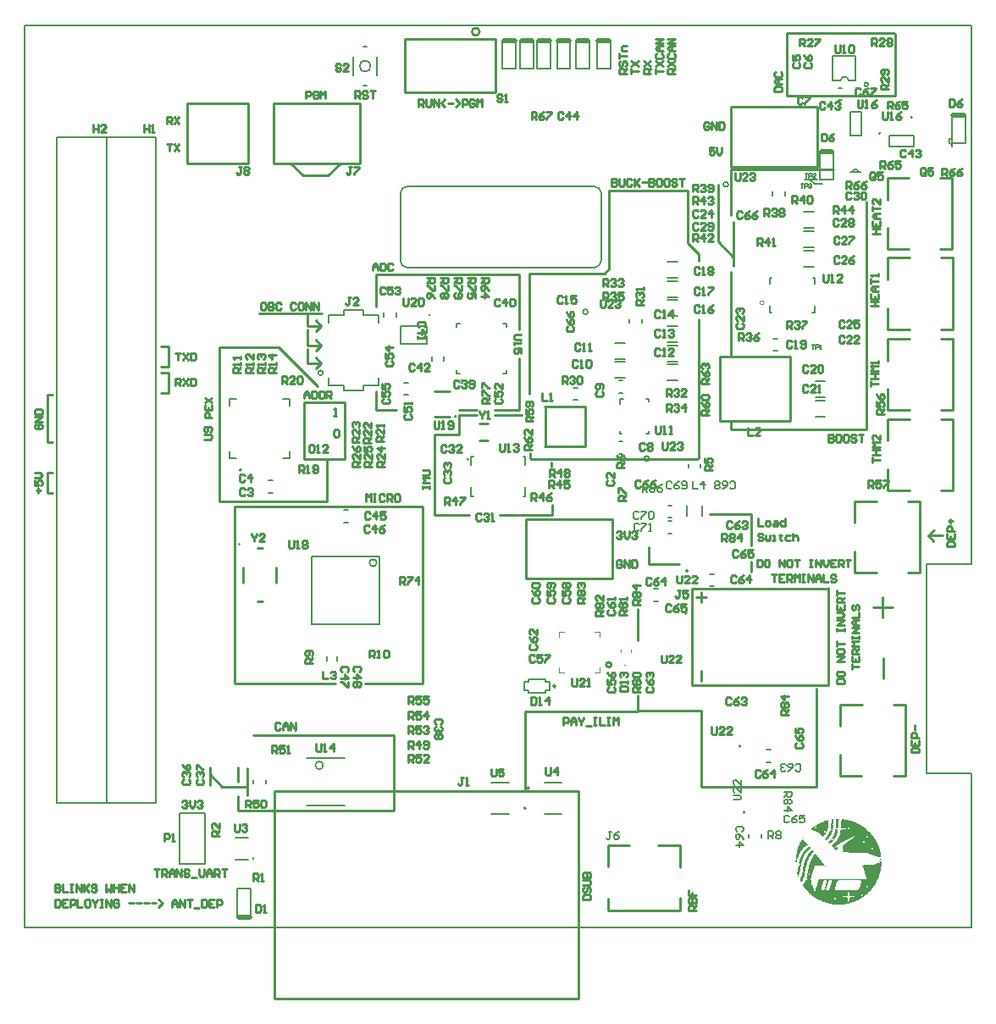
<source format=gto>
G04*
G04 #@! TF.GenerationSoftware,Altium Limited,Altium Designer,18.1.9 (240)*
G04*
G04 Layer_Color=65535*
%FSLAX44Y44*%
%MOMM*%
G71*
G01*
G75*
%ADD10C,0.2540*%
%ADD11C,0.2000*%
%ADD12C,0.0000*%
%ADD13C,0.1000*%
%ADD14C,0.1524*%
%ADD15C,0.2032*%
%ADD16C,0.1520*%
%ADD17C,0.1270*%
%ADD18C,0.1500*%
%ADD19C,0.5000*%
%ADD20C,0.1778*%
G36*
X814016Y108308D02*
X814264D01*
Y108060D01*
Y107812D01*
Y107564D01*
Y107316D01*
X814016D01*
Y107068D01*
Y106819D01*
Y106572D01*
Y106323D01*
Y106075D01*
X813768D01*
Y105827D01*
Y105579D01*
Y105331D01*
Y105083D01*
Y104835D01*
Y104587D01*
Y104339D01*
Y104091D01*
X813520D01*
Y103843D01*
Y103595D01*
Y103347D01*
Y103099D01*
Y102851D01*
Y102603D01*
Y102354D01*
Y102107D01*
Y101858D01*
Y101610D01*
Y101362D01*
Y101114D01*
Y100866D01*
Y100618D01*
Y100370D01*
Y100122D01*
Y99874D01*
X813272D01*
Y99626D01*
Y99378D01*
Y99130D01*
X812031D01*
Y98882D01*
X810791D01*
Y99130D01*
Y99378D01*
Y99626D01*
X811039D01*
Y99874D01*
Y100122D01*
Y100370D01*
Y100618D01*
Y100866D01*
Y101114D01*
Y101362D01*
Y101610D01*
Y101858D01*
Y102107D01*
Y102354D01*
Y102603D01*
Y102851D01*
Y103099D01*
Y103347D01*
Y103595D01*
Y103843D01*
X811287D01*
Y104091D01*
Y104339D01*
Y104587D01*
Y104835D01*
Y105083D01*
Y105331D01*
Y105579D01*
Y105827D01*
Y106075D01*
Y106323D01*
Y106572D01*
X811535D01*
Y106819D01*
Y107068D01*
Y107316D01*
Y107564D01*
Y107812D01*
Y108060D01*
X811783D01*
Y108308D01*
X812280D01*
Y108556D01*
X812528D01*
Y108308D01*
X812776D01*
Y108556D01*
X813024D01*
Y108308D01*
X813272D01*
Y108556D01*
X813520D01*
Y108308D01*
X813768D01*
Y108556D01*
X814016D01*
Y108308D01*
D02*
G37*
G36*
X819721Y108060D02*
X819969D01*
Y107812D01*
X820217D01*
Y108060D01*
X820465D01*
Y107812D01*
X821706D01*
Y107564D01*
X821954D01*
Y107812D01*
X822202D01*
Y107564D01*
X822450D01*
Y107316D01*
X822698D01*
Y107564D01*
X822946D01*
Y107316D01*
X824186D01*
Y107068D01*
X824434D01*
Y107316D01*
X824682D01*
Y107068D01*
X824930D01*
Y106819D01*
X825675D01*
Y106572D01*
X825923D01*
Y106819D01*
X826171D01*
Y106572D01*
X826419D01*
Y106323D01*
X826667D01*
Y106572D01*
X826915D01*
Y106323D01*
X827659D01*
Y106075D01*
X827907D01*
Y105827D01*
X828155D01*
Y106075D01*
X828403D01*
Y105827D01*
X829147D01*
Y105579D01*
X829395D01*
Y105331D01*
X830140D01*
Y105083D01*
X830388D01*
Y105331D01*
X830636D01*
Y105083D01*
X830884D01*
Y104835D01*
X831628D01*
Y104587D01*
X831876D01*
Y104339D01*
X832620D01*
Y104091D01*
X832868D01*
Y103843D01*
X833613D01*
Y103595D01*
X833860D01*
Y103347D01*
X834605D01*
Y103099D01*
X834853D01*
Y102851D01*
X835101D01*
Y102603D01*
X835349D01*
Y102354D01*
X836093D01*
Y102107D01*
X836341D01*
Y101858D01*
X837085D01*
Y101610D01*
X837333D01*
Y101362D01*
X837581D01*
Y101114D01*
X837829D01*
Y100866D01*
X838574D01*
Y100618D01*
X838822D01*
Y100370D01*
X839070D01*
Y100122D01*
X839318D01*
Y99874D01*
X839566D01*
Y99626D01*
X840062D01*
Y99378D01*
X840558D01*
Y99130D01*
X840806D01*
Y98882D01*
X841054D01*
Y98634D01*
X841302D01*
Y98386D01*
X841550D01*
Y98138D01*
X841798D01*
Y97889D01*
X842046D01*
Y97641D01*
X842294D01*
Y97393D01*
X842791D01*
Y97145D01*
Y96897D01*
X843287D01*
Y96649D01*
Y96401D01*
X843783D01*
Y96153D01*
Y95905D01*
X844279D01*
Y95657D01*
Y95409D01*
X844775D01*
Y95161D01*
Y94913D01*
X845271D01*
Y94665D01*
Y94417D01*
X845767D01*
Y94169D01*
Y93921D01*
X846015D01*
Y93673D01*
X846263D01*
Y93425D01*
X846511D01*
Y93176D01*
X846759D01*
Y92928D01*
X847008D01*
Y92680D01*
X847256D01*
Y92432D01*
X847504D01*
Y92184D01*
X847752D01*
Y91936D01*
X848000D01*
Y91688D01*
X847752D01*
Y91440D01*
X848000D01*
Y91192D01*
X848248D01*
Y90944D01*
X848496D01*
Y90696D01*
X848744D01*
Y90448D01*
X848992D01*
Y90200D01*
Y89952D01*
X849240D01*
Y89704D01*
Y89455D01*
X849488D01*
Y89207D01*
X849736D01*
Y88959D01*
X849984D01*
Y88711D01*
Y88463D01*
X850232D01*
Y88215D01*
Y87967D01*
X850480D01*
Y87719D01*
X850728D01*
Y87471D01*
X850976D01*
Y87223D01*
X850728D01*
Y86975D01*
X850976D01*
Y86727D01*
X851225D01*
Y86479D01*
X851473D01*
Y86231D01*
Y85983D01*
Y85735D01*
X851721D01*
Y85487D01*
X851969D01*
Y85239D01*
Y84991D01*
X852217D01*
Y84742D01*
Y84494D01*
X852465D01*
Y84246D01*
Y83998D01*
Y83750D01*
X852713D01*
Y83502D01*
X852961D01*
Y83254D01*
Y83006D01*
Y82758D01*
X853209D01*
Y82510D01*
X853457D01*
Y82262D01*
X853209D01*
Y82014D01*
X853457D01*
Y81766D01*
X853705D01*
Y81518D01*
Y81270D01*
Y81022D01*
X853953D01*
Y80773D01*
Y80526D01*
Y80277D01*
X854201D01*
Y80029D01*
Y79781D01*
Y79533D01*
X854449D01*
Y79285D01*
Y79037D01*
Y78789D01*
X854697D01*
Y78541D01*
X854945D01*
Y78293D01*
X854697D01*
Y78045D01*
X854945D01*
Y77797D01*
Y77549D01*
Y77301D01*
X855193D01*
Y77053D01*
Y76805D01*
Y76557D01*
X855442D01*
Y76308D01*
Y76061D01*
Y75812D01*
Y75564D01*
Y75316D01*
X855689D01*
Y75068D01*
Y74820D01*
Y74572D01*
X855938D01*
Y74324D01*
X855689D01*
Y74076D01*
X855938D01*
Y73828D01*
Y73580D01*
Y73332D01*
Y73084D01*
Y72836D01*
X856186D01*
Y72588D01*
Y72340D01*
Y72091D01*
X856434D01*
Y71844D01*
X856186D01*
Y71596D01*
X856434D01*
Y71347D01*
X856186D01*
Y71099D01*
X856434D01*
Y70851D01*
X856186D01*
Y70603D01*
X856434D01*
Y70355D01*
Y70107D01*
Y69859D01*
X855193D01*
Y70107D01*
X854449D01*
Y70355D01*
X853705D01*
Y70603D01*
X852961D01*
Y70851D01*
X852217D01*
Y71099D01*
X851473D01*
Y71347D01*
X850480D01*
Y71596D01*
X849736D01*
Y71844D01*
X848992D01*
Y72091D01*
X848248D01*
Y72340D01*
X847504D01*
Y72588D01*
X846759D01*
Y72836D01*
X846015D01*
Y73084D01*
X845271D01*
Y73332D01*
X844527D01*
Y73580D01*
X844031D01*
Y73828D01*
X843287D01*
Y74076D01*
X842542D01*
Y74324D01*
X841302D01*
Y74572D01*
X833364D01*
Y74820D01*
X824186D01*
Y75068D01*
X817737D01*
Y75316D01*
X817985D01*
Y75564D01*
X818233D01*
Y75812D01*
Y76061D01*
X818481D01*
Y76308D01*
Y76557D01*
Y76805D01*
Y77053D01*
Y77301D01*
X818233D01*
Y77549D01*
Y77797D01*
Y78045D01*
Y78293D01*
Y78541D01*
Y78789D01*
Y79037D01*
X817985D01*
Y79285D01*
Y79533D01*
Y79781D01*
Y80029D01*
Y80277D01*
X817737D01*
Y80526D01*
Y80773D01*
Y81022D01*
Y81270D01*
X817985D01*
Y81518D01*
Y81766D01*
X818233D01*
Y82014D01*
X818729D01*
Y82262D01*
X818977D01*
Y82510D01*
X819225D01*
Y82758D01*
X819473D01*
Y83006D01*
X819969D01*
Y83254D01*
X820217D01*
Y83502D01*
X820465D01*
Y83750D01*
X820962D01*
Y83998D01*
X821210D01*
Y84246D01*
X821458D01*
Y84494D01*
X821954D01*
Y84742D01*
X822202D01*
Y84991D01*
X822450D01*
Y85239D01*
X822946D01*
Y85487D01*
X823194D01*
Y85735D01*
X823442D01*
Y85983D01*
X823938D01*
Y86231D01*
X824186D01*
Y86479D01*
X824434D01*
Y86727D01*
X824930D01*
Y86975D01*
X825179D01*
Y87223D01*
X825426D01*
Y87471D01*
X825923D01*
Y87719D01*
X826171D01*
Y87967D01*
X826419D01*
Y88215D01*
X826915D01*
Y88463D01*
X827163D01*
Y88711D01*
X827411D01*
Y88959D01*
X827907D01*
Y89207D01*
X828155D01*
Y89455D01*
X828403D01*
Y89704D01*
X828899D01*
Y89952D01*
X829147D01*
Y90200D01*
X829395D01*
Y90448D01*
X829643D01*
Y90696D01*
X829892D01*
Y90944D01*
Y91192D01*
X830140D01*
Y91440D01*
X830388D01*
Y91688D01*
X829643D01*
Y91440D01*
X829147D01*
Y91192D01*
X828651D01*
Y90944D01*
X828155D01*
Y90696D01*
X827907D01*
Y90448D01*
X827411D01*
Y90200D01*
X826915D01*
Y89952D01*
X826419D01*
Y89704D01*
X825923D01*
Y89455D01*
X825426D01*
Y89207D01*
X824930D01*
Y88959D01*
X824434D01*
Y88711D01*
X824186D01*
Y88463D01*
X823690D01*
Y88215D01*
X823194D01*
Y87967D01*
X822698D01*
Y87719D01*
X822202D01*
Y87471D01*
X821706D01*
Y87223D01*
X821210D01*
Y86975D01*
X820714D01*
Y86727D01*
X820465D01*
Y86479D01*
X819969D01*
Y86231D01*
X819473D01*
Y85983D01*
X818977D01*
Y85735D01*
X818481D01*
Y85487D01*
X817985D01*
Y85239D01*
X817489D01*
Y84991D01*
X816993D01*
Y84742D01*
X816745D01*
Y84494D01*
X816248D01*
Y84246D01*
X815752D01*
Y83998D01*
X815256D01*
Y83750D01*
X814760D01*
Y83502D01*
X814264D01*
Y83254D01*
X813768D01*
Y83006D01*
X813520D01*
Y82758D01*
X813272D01*
Y82510D01*
X813024D01*
Y82262D01*
X812776D01*
Y82014D01*
X812528D01*
Y81766D01*
X812280D01*
Y81518D01*
X812031D01*
Y81270D01*
X811535D01*
Y81022D01*
X811287D01*
Y80773D01*
X811039D01*
Y80526D01*
X810791D01*
Y80277D01*
X810295D01*
Y80029D01*
Y79781D01*
X810791D01*
Y80029D01*
X811287D01*
Y80277D01*
X811535D01*
Y80526D01*
X812031D01*
Y80773D01*
X812528D01*
Y81022D01*
X812776D01*
Y81270D01*
X813272D01*
Y81022D01*
Y80773D01*
Y80526D01*
Y80277D01*
Y80029D01*
Y79781D01*
Y79533D01*
Y79285D01*
Y79037D01*
Y78789D01*
Y78541D01*
X813024D01*
Y78293D01*
Y78045D01*
Y77797D01*
X812528D01*
Y77549D01*
X812031D01*
Y77301D01*
X811287D01*
Y77549D01*
X810543D01*
Y77797D01*
X810295D01*
Y78045D01*
X810047D01*
Y78293D01*
X809799D01*
Y78541D01*
X809551D01*
Y78789D01*
X809303D01*
Y79037D01*
Y79285D01*
X809055D01*
Y79533D01*
X808807D01*
Y79781D01*
X808559D01*
Y80029D01*
X808311D01*
Y80277D01*
X808063D01*
Y80526D01*
X807814D01*
Y80773D01*
X807567D01*
Y81022D01*
X807318D01*
Y81270D01*
X807070D01*
Y81518D01*
X806822D01*
Y81766D01*
X807070D01*
Y82014D01*
X807318D01*
Y82262D01*
X807567D01*
Y82510D01*
X808063D01*
Y82758D01*
X808311D01*
Y83006D01*
X808559D01*
Y83254D01*
X808807D01*
Y83502D01*
X809055D01*
Y83750D01*
X809303D01*
Y83998D01*
X809551D01*
Y84246D01*
X809799D01*
Y84494D01*
X810047D01*
Y84742D01*
X810295D01*
Y84991D01*
X810543D01*
Y85239D01*
X810791D01*
Y85487D01*
X811039D01*
Y85735D01*
X811287D01*
Y85983D01*
X811535D01*
Y86231D01*
Y86479D01*
X811783D01*
Y86727D01*
X812031D01*
Y86975D01*
X812280D01*
Y87223D01*
Y87471D01*
X812528D01*
Y87719D01*
X812776D01*
Y87967D01*
Y88215D01*
X813024D01*
Y88463D01*
Y88711D01*
X813272D01*
Y88959D01*
Y89207D01*
X813520D01*
Y89455D01*
Y89704D01*
X813768D01*
Y89952D01*
X814016D01*
Y90200D01*
Y90448D01*
Y90696D01*
X814264D01*
Y90944D01*
Y91192D01*
X814512D01*
Y91440D01*
Y91688D01*
Y91936D01*
X814760D01*
Y92184D01*
Y92432D01*
Y92680D01*
X815008D01*
Y92432D01*
X815256D01*
Y92680D01*
Y92928D01*
Y93176D01*
Y93425D01*
Y93673D01*
Y93921D01*
Y94169D01*
X815504D01*
Y94417D01*
Y94665D01*
Y94913D01*
Y95161D01*
Y95409D01*
Y95657D01*
X815752D01*
Y95905D01*
Y96153D01*
Y96401D01*
Y96649D01*
Y96897D01*
Y97145D01*
Y97393D01*
Y97641D01*
X817489D01*
Y97889D01*
X819225D01*
Y98138D01*
X820962D01*
Y98386D01*
Y98634D01*
X819721D01*
Y98882D01*
X817985D01*
Y99130D01*
X816248D01*
Y99378D01*
X816000D01*
Y99626D01*
Y99874D01*
Y100122D01*
Y100370D01*
Y100618D01*
Y100866D01*
Y101114D01*
Y101362D01*
Y101610D01*
Y101858D01*
X816248D01*
Y102107D01*
Y102354D01*
Y102603D01*
Y102851D01*
Y103099D01*
Y103347D01*
Y103595D01*
Y103843D01*
Y104091D01*
Y104339D01*
Y104587D01*
X816497D01*
Y104835D01*
Y105083D01*
Y105331D01*
Y105579D01*
Y105827D01*
Y106075D01*
Y106323D01*
X816745D01*
Y106572D01*
Y106819D01*
Y107068D01*
Y107316D01*
X816993D01*
Y107564D01*
Y107812D01*
Y108060D01*
Y108308D01*
X818233D01*
Y108060D01*
X818481D01*
Y108308D01*
X818729D01*
Y108060D01*
X818977D01*
Y108308D01*
X819225D01*
Y108060D01*
X819473D01*
Y108308D01*
X819721D01*
Y108060D01*
D02*
G37*
G36*
X808807D02*
Y107812D01*
Y107564D01*
Y107316D01*
Y107068D01*
Y106819D01*
Y106572D01*
Y106323D01*
X808559D01*
Y106075D01*
Y105827D01*
Y105579D01*
Y105331D01*
Y105083D01*
Y104835D01*
Y104587D01*
Y104339D01*
Y104091D01*
Y103843D01*
Y103595D01*
X808063D01*
Y103347D01*
X807814D01*
Y103099D01*
Y102851D01*
Y102603D01*
Y102354D01*
X808063D01*
Y102107D01*
X808559D01*
Y101858D01*
X808311D01*
Y101610D01*
Y101362D01*
Y101114D01*
Y100866D01*
Y100618D01*
Y100370D01*
Y100122D01*
Y99874D01*
Y99626D01*
Y99378D01*
X808063D01*
Y99130D01*
Y98882D01*
Y98634D01*
Y98386D01*
Y98138D01*
Y97889D01*
Y97641D01*
X807814D01*
Y97393D01*
Y97145D01*
Y96897D01*
Y96649D01*
X807567D01*
Y96401D01*
Y96153D01*
Y95905D01*
Y95657D01*
X807318D01*
Y95409D01*
Y95161D01*
Y94913D01*
X807070D01*
Y94665D01*
Y94417D01*
X806822D01*
Y94169D01*
Y93921D01*
Y93673D01*
X806574D01*
Y93425D01*
Y93176D01*
X806326D01*
Y92928D01*
Y92680D01*
X806078D01*
Y92432D01*
Y92184D01*
X805830D01*
Y91936D01*
Y91688D01*
X805582D01*
Y91440D01*
X805334D01*
Y91192D01*
Y90944D01*
X805086D01*
Y90696D01*
X804838D01*
Y90448D01*
Y90200D01*
X804590D01*
Y89952D01*
X804342D01*
Y89704D01*
X804094D01*
Y89455D01*
Y89207D01*
X803846D01*
Y88959D01*
X803598D01*
Y88711D01*
X803350D01*
Y88463D01*
X803101D01*
Y88215D01*
X802853D01*
Y87967D01*
X802605D01*
Y87719D01*
X802357D01*
Y87471D01*
X802109D01*
Y87223D01*
X801613D01*
Y86975D01*
X801365D01*
Y87223D01*
X801117D01*
Y87471D01*
X800869D01*
Y87719D01*
X800621D01*
Y87967D01*
X800373D01*
Y88215D01*
X800125D01*
Y88463D01*
Y88711D01*
X800373D01*
Y88959D01*
X800621D01*
Y89207D01*
X800869D01*
Y89455D01*
X801117D01*
Y89704D01*
X801365D01*
Y89952D01*
X801613D01*
Y90200D01*
X801861D01*
Y90448D01*
Y90696D01*
X802109D01*
Y90944D01*
X802357D01*
Y91192D01*
X802605D01*
Y91440D01*
Y91688D01*
X802853D01*
Y91936D01*
X803101D01*
Y92184D01*
Y92432D01*
X803350D01*
Y92680D01*
X803598D01*
Y92928D01*
Y93176D01*
X803846D01*
Y93425D01*
Y93673D01*
X804094D01*
Y93921D01*
Y94169D01*
X804342D01*
Y94417D01*
Y94665D01*
X804590D01*
Y94913D01*
Y95161D01*
Y95409D01*
X804838D01*
Y95657D01*
Y95905D01*
X805086D01*
Y96153D01*
Y96401D01*
Y96649D01*
X805334D01*
Y96897D01*
Y97145D01*
X805582D01*
Y96897D01*
X806326D01*
Y97145D01*
X806822D01*
Y97393D01*
Y97641D01*
Y97889D01*
Y98138D01*
Y98386D01*
X806326D01*
Y98634D01*
X805830D01*
Y98882D01*
Y99130D01*
Y99378D01*
Y99626D01*
X806078D01*
Y99874D01*
Y100122D01*
Y100370D01*
Y100618D01*
Y100866D01*
Y101114D01*
X806326D01*
Y101362D01*
Y101610D01*
Y101858D01*
Y102107D01*
Y102354D01*
Y102603D01*
Y102851D01*
Y103099D01*
Y103347D01*
Y103595D01*
Y103843D01*
X806574D01*
Y104091D01*
Y104339D01*
Y104587D01*
Y104835D01*
Y105083D01*
Y105331D01*
Y105579D01*
Y105827D01*
Y106075D01*
Y106323D01*
Y106572D01*
Y106819D01*
Y107068D01*
Y107316D01*
Y107564D01*
X806822D01*
Y107812D01*
Y108060D01*
X807070D01*
Y107812D01*
X807318D01*
Y108060D01*
X808559D01*
Y108308D01*
X808807D01*
Y108060D01*
D02*
G37*
G36*
X803846Y107068D02*
Y106819D01*
Y106572D01*
Y106323D01*
Y106075D01*
Y105827D01*
Y105579D01*
Y105331D01*
Y105083D01*
Y104835D01*
Y104587D01*
Y104339D01*
Y104091D01*
Y103843D01*
Y103595D01*
Y103347D01*
Y103099D01*
Y102851D01*
X803598D01*
Y102603D01*
Y102354D01*
Y102107D01*
Y101858D01*
Y101610D01*
Y101362D01*
Y101114D01*
Y100866D01*
X803350D01*
Y100618D01*
Y100370D01*
Y100122D01*
Y99874D01*
Y99626D01*
Y99378D01*
X803101D01*
Y99130D01*
Y98882D01*
Y98634D01*
Y98386D01*
X802853D01*
Y98138D01*
Y97889D01*
Y97641D01*
X802605D01*
Y97393D01*
Y97145D01*
Y96897D01*
X802357D01*
Y96649D01*
Y96401D01*
X802109D01*
Y96153D01*
Y95905D01*
Y95657D01*
X801861D01*
Y95409D01*
Y95161D01*
X801613D01*
Y94913D01*
Y94665D01*
X801365D01*
Y94417D01*
Y94169D01*
X801117D01*
Y93921D01*
Y93673D01*
X800869D01*
Y93425D01*
X800621D01*
Y93176D01*
Y92928D01*
X800373D01*
Y92680D01*
X800125D01*
Y92432D01*
X799877D01*
Y92184D01*
Y91936D01*
X799629D01*
Y91688D01*
X799381D01*
Y91440D01*
X799133D01*
Y91192D01*
X798885D01*
Y90944D01*
X798636D01*
Y90696D01*
X798388D01*
Y90448D01*
X797892D01*
Y90696D01*
X797644D01*
Y90944D01*
X797396D01*
Y91192D01*
X797148D01*
Y91440D01*
X796900D01*
Y91688D01*
X796652D01*
Y91936D01*
X796404D01*
Y92184D01*
X796156D01*
Y92432D01*
X795908D01*
Y92680D01*
X795660D01*
Y92928D01*
X795412D01*
Y93176D01*
X795164D01*
Y93425D01*
X794916D01*
Y93673D01*
X794668D01*
Y93921D01*
X794419D01*
Y94169D01*
X793923D01*
Y94417D01*
X793675D01*
Y94665D01*
X793179D01*
Y94913D01*
X792683D01*
Y95161D01*
X792187D01*
Y95409D01*
X791443D01*
Y95657D01*
X790947D01*
Y95905D01*
X790451D01*
Y96153D01*
X789954D01*
Y96401D01*
X789458D01*
Y96649D01*
X788714D01*
Y96897D01*
X788218D01*
Y97145D01*
X787722D01*
Y97393D01*
X786978D01*
Y97641D01*
X786482D01*
Y97889D01*
X785985D01*
Y98138D01*
X786234D01*
Y98386D01*
X786482D01*
Y98634D01*
X786730D01*
Y98882D01*
X786978D01*
Y99130D01*
X787226D01*
Y99378D01*
X787474D01*
Y99626D01*
X787722D01*
Y99874D01*
X788466D01*
Y100122D01*
X788714D01*
Y100370D01*
X788962D01*
Y100618D01*
X789210D01*
Y100866D01*
X789706D01*
Y101114D01*
X789954D01*
Y101362D01*
X790451D01*
Y101610D01*
X790699D01*
Y101858D01*
X791443D01*
Y102107D01*
X791691D01*
Y102354D01*
X791939D01*
Y102603D01*
X792187D01*
Y102851D01*
X792931D01*
Y103099D01*
X793179D01*
Y103347D01*
X793923D01*
Y103595D01*
X794171D01*
Y103843D01*
X794916D01*
Y104091D01*
X795164D01*
Y104339D01*
X795908D01*
Y104587D01*
X796156D01*
Y104835D01*
X796900D01*
Y105083D01*
X797148D01*
Y105331D01*
X797396D01*
Y105083D01*
X797644D01*
Y105331D01*
X798388D01*
Y105579D01*
X798636D01*
Y105827D01*
X799381D01*
Y106075D01*
X799629D01*
Y106323D01*
X799877D01*
Y106075D01*
X800125D01*
Y106323D01*
X800869D01*
Y106572D01*
X801613D01*
Y106819D01*
X802853D01*
Y107068D01*
X803101D01*
Y107316D01*
X803350D01*
Y107068D01*
X803598D01*
Y107316D01*
X803846D01*
Y107068D01*
D02*
G37*
G36*
X778544Y89704D02*
X778792D01*
Y89455D01*
Y89207D01*
X779040D01*
Y88959D01*
X779288D01*
Y88711D01*
Y88463D01*
X779040D01*
Y88711D01*
X778296D01*
Y88959D01*
X778048D01*
Y89207D01*
X778296D01*
Y89455D01*
Y89704D01*
Y89952D01*
X778544D01*
Y89704D01*
D02*
G37*
G36*
X812528Y97641D02*
X813272D01*
Y97393D01*
Y97145D01*
X813024D01*
Y96897D01*
Y96649D01*
Y96401D01*
Y96153D01*
Y95905D01*
Y95657D01*
X812776D01*
Y95409D01*
Y95161D01*
Y94913D01*
Y94665D01*
Y94417D01*
X812528D01*
Y94169D01*
Y93921D01*
Y93673D01*
X812280D01*
Y93425D01*
Y93176D01*
Y92928D01*
X812031D01*
Y92680D01*
Y92432D01*
Y92184D01*
X811783D01*
Y91936D01*
Y91688D01*
X811535D01*
Y91440D01*
Y91192D01*
Y90944D01*
X811287D01*
Y90696D01*
Y90448D01*
X811039D01*
Y90200D01*
Y89952D01*
X810791D01*
Y89704D01*
X810543D01*
Y89455D01*
Y89207D01*
X810295D01*
Y88959D01*
Y88711D01*
X810047D01*
Y88463D01*
X809799D01*
Y88215D01*
X809551D01*
Y87967D01*
Y87719D01*
X809303D01*
Y87471D01*
X809055D01*
Y87223D01*
X808807D01*
Y86975D01*
X808559D01*
Y86727D01*
X808311D01*
Y86479D01*
X808063D01*
Y86231D01*
Y85983D01*
X807567D01*
Y85735D01*
X807318D01*
Y85487D01*
X807070D01*
Y85239D01*
X806822D01*
Y84991D01*
X806574D01*
Y84742D01*
X806326D01*
Y84494D01*
X805830D01*
Y84246D01*
X805582D01*
Y83998D01*
X805086D01*
Y83750D01*
X804590D01*
Y83998D01*
X804342D01*
Y84246D01*
X804094D01*
Y84494D01*
X803846D01*
Y84742D01*
X803598D01*
Y84991D01*
X803350D01*
Y85239D01*
X803598D01*
Y85487D01*
X804094D01*
Y85735D01*
X804342D01*
Y85983D01*
X804590D01*
Y86231D01*
X804838D01*
Y86479D01*
X805086D01*
Y86727D01*
X805334D01*
Y86975D01*
X805582D01*
Y87223D01*
X805830D01*
Y87471D01*
Y87719D01*
X806078D01*
Y87967D01*
X806326D01*
Y88215D01*
X806574D01*
Y88463D01*
X806822D01*
Y88711D01*
Y88959D01*
X807070D01*
Y89207D01*
X807318D01*
Y89455D01*
X807567D01*
Y89704D01*
Y89952D01*
X807814D01*
Y90200D01*
Y90448D01*
X808063D01*
Y90696D01*
X808311D01*
Y90944D01*
Y91192D01*
X808559D01*
Y91440D01*
Y91688D01*
X808807D01*
Y91936D01*
Y92184D01*
X809055D01*
Y92432D01*
Y92680D01*
X809303D01*
Y92928D01*
Y93176D01*
Y93425D01*
X809551D01*
Y93673D01*
Y93921D01*
Y94169D01*
X809799D01*
Y94417D01*
Y94665D01*
Y94913D01*
X810047D01*
Y95161D01*
Y95409D01*
Y95657D01*
X810295D01*
Y95905D01*
Y96153D01*
Y96401D01*
Y96649D01*
X810543D01*
Y96897D01*
Y97145D01*
Y97393D01*
Y97641D01*
Y97889D01*
X812528D01*
Y97641D01*
D02*
G37*
G36*
X856682Y68371D02*
Y68123D01*
Y67875D01*
Y67627D01*
Y67378D01*
X856186D01*
Y67627D01*
X855442D01*
Y67875D01*
X854449D01*
Y68123D01*
X855193D01*
Y68371D01*
X856434D01*
Y68619D01*
X856682D01*
Y68371D01*
D02*
G37*
G36*
X777800Y87719D02*
X778048D01*
Y87471D01*
X778296D01*
Y87223D01*
X778544D01*
Y86975D01*
X778792D01*
Y86727D01*
X779040D01*
Y86479D01*
X779288D01*
Y86231D01*
X779536D01*
Y85983D01*
X779784D01*
Y85735D01*
X780032D01*
Y85487D01*
X780280D01*
Y85239D01*
X780528D01*
Y84991D01*
X780776D01*
Y84742D01*
X781024D01*
Y84494D01*
X781272D01*
Y84246D01*
X781520D01*
Y83998D01*
X781768D01*
Y83750D01*
X782017D01*
Y83502D01*
X782265D01*
Y83254D01*
X782513D01*
Y83006D01*
X782761D01*
Y82758D01*
X783009D01*
Y82510D01*
X782513D01*
Y82262D01*
X782265D01*
Y82014D01*
X781768D01*
Y81766D01*
X781520D01*
Y81518D01*
X781024D01*
Y81270D01*
X780776D01*
Y81022D01*
X780528D01*
Y80773D01*
X780280D01*
Y80526D01*
X779784D01*
Y80277D01*
X779536D01*
Y80029D01*
X779288D01*
Y79781D01*
X779040D01*
Y79533D01*
X778792D01*
Y79285D01*
X778544D01*
Y79037D01*
X778296D01*
Y78789D01*
X778048D01*
Y78541D01*
X777800D01*
Y78293D01*
Y78045D01*
X777552D01*
Y77797D01*
X777303D01*
Y77549D01*
X777056D01*
Y77301D01*
Y77053D01*
X776807D01*
Y76805D01*
X776559D01*
Y76557D01*
X776311D01*
Y76308D01*
Y76061D01*
X776063D01*
Y75812D01*
X775815D01*
Y75564D01*
Y75316D01*
X775567D01*
Y75068D01*
Y74820D01*
X775319D01*
Y74572D01*
Y74324D01*
X775071D01*
Y74076D01*
X774823D01*
Y73828D01*
Y73580D01*
X774575D01*
Y73332D01*
Y73084D01*
X774327D01*
Y72836D01*
Y72588D01*
X774079D01*
Y72340D01*
Y72091D01*
Y71844D01*
X773831D01*
Y71596D01*
Y71347D01*
X773583D01*
Y71099D01*
Y70851D01*
Y70603D01*
X773335D01*
Y70355D01*
Y70107D01*
X773087D01*
Y69859D01*
Y69611D01*
Y69363D01*
X772839D01*
Y69115D01*
Y68867D01*
Y68619D01*
X772590D01*
Y68371D01*
Y68123D01*
Y67875D01*
X772342D01*
Y67627D01*
Y67378D01*
Y67130D01*
Y66882D01*
X772094D01*
Y66634D01*
Y66386D01*
Y66138D01*
Y65890D01*
X771846D01*
Y65642D01*
Y65394D01*
Y65146D01*
Y64898D01*
X771598D01*
Y64650D01*
Y64402D01*
Y64154D01*
Y63906D01*
X771350D01*
Y63658D01*
Y63410D01*
Y63162D01*
Y62913D01*
Y62665D01*
X771102D01*
Y62913D01*
Y63162D01*
Y63410D01*
X770854D01*
Y63658D01*
X771102D01*
Y63906D01*
X770854D01*
Y64154D01*
X771102D01*
Y64402D01*
X770854D01*
Y64650D01*
X771102D01*
Y64898D01*
X770854D01*
Y65146D01*
X771102D01*
Y65394D01*
X770854D01*
Y65642D01*
X771102D01*
Y65890D01*
X770854D01*
Y66138D01*
X771102D01*
Y66386D01*
X770854D01*
Y66634D01*
X771102D01*
Y66882D01*
X770854D01*
Y67130D01*
X771102D01*
Y67378D01*
X770854D01*
Y67627D01*
X771102D01*
Y67875D01*
Y68123D01*
Y68371D01*
X770854D01*
Y68619D01*
X771102D01*
Y68867D01*
Y69115D01*
Y69363D01*
Y69611D01*
Y69859D01*
X771350D01*
Y70107D01*
X771102D01*
Y70355D01*
X771350D01*
Y70603D01*
Y70851D01*
Y71099D01*
X771598D01*
Y71347D01*
X771350D01*
Y71596D01*
X771598D01*
Y71844D01*
X771350D01*
Y72091D01*
X771598D01*
Y72340D01*
X771350D01*
Y72588D01*
X771598D01*
Y72836D01*
Y73084D01*
Y73332D01*
X771846D01*
Y73580D01*
Y73828D01*
Y74076D01*
Y74324D01*
Y74572D01*
X772094D01*
Y74820D01*
X771846D01*
Y75068D01*
X772094D01*
Y75316D01*
Y75564D01*
Y75812D01*
X772342D01*
Y76061D01*
Y76308D01*
Y76557D01*
X772590D01*
Y76805D01*
X772342D01*
Y77053D01*
X772590D01*
Y77301D01*
Y77549D01*
Y77797D01*
X772839D01*
Y78045D01*
Y78293D01*
Y78541D01*
X773087D01*
Y78789D01*
Y79037D01*
Y79285D01*
X773335D01*
Y79533D01*
Y79781D01*
Y80029D01*
X773583D01*
Y80277D01*
Y80526D01*
Y80773D01*
X773831D01*
Y81022D01*
X774079D01*
Y81270D01*
X773831D01*
Y81518D01*
X774079D01*
Y81766D01*
X774327D01*
Y82014D01*
Y82262D01*
Y82510D01*
X774575D01*
Y82758D01*
Y83006D01*
X774823D01*
Y83254D01*
Y83502D01*
X775071D01*
Y83750D01*
Y83998D01*
Y84246D01*
X775319D01*
Y84494D01*
X775567D01*
Y84742D01*
Y84991D01*
Y85239D01*
X775815D01*
Y85487D01*
X776063D01*
Y85735D01*
Y85983D01*
Y86231D01*
X776311D01*
Y86479D01*
X776559D01*
Y86727D01*
Y86975D01*
X776807D01*
Y87223D01*
Y87471D01*
X777056D01*
Y87719D01*
X777303D01*
Y87967D01*
X777800D01*
Y87719D01*
D02*
G37*
G36*
X785241Y80277D02*
X785489D01*
Y80029D01*
X785738D01*
Y79781D01*
X785985D01*
Y79533D01*
Y79285D01*
X785738D01*
Y79037D01*
X785241D01*
Y78789D01*
X784993D01*
Y78541D01*
X784745D01*
Y78293D01*
X784497D01*
Y78045D01*
X784249D01*
Y77797D01*
X784001D01*
Y77549D01*
X783753D01*
Y77301D01*
X783505D01*
Y77053D01*
X783257D01*
Y76805D01*
X783009D01*
Y76557D01*
X782761D01*
Y76308D01*
X782513D01*
Y76061D01*
X782265D01*
Y75812D01*
X782017D01*
Y75564D01*
Y75316D01*
X781768D01*
Y75068D01*
X781520D01*
Y74820D01*
X781272D01*
Y74572D01*
Y74324D01*
X781024D01*
Y74076D01*
X780776D01*
Y73828D01*
Y73580D01*
X780528D01*
Y73332D01*
X780280D01*
Y73084D01*
Y72836D01*
X780032D01*
Y72588D01*
Y72340D01*
X779784D01*
Y72091D01*
X779536D01*
Y71844D01*
Y71596D01*
X779288D01*
Y71347D01*
Y71099D01*
X779040D01*
Y70851D01*
Y70603D01*
Y70355D01*
X778792D01*
Y70107D01*
Y69859D01*
X778544D01*
Y69611D01*
Y69363D01*
X778296D01*
Y69115D01*
Y68867D01*
Y68619D01*
X778048D01*
Y68371D01*
Y68123D01*
X777800D01*
Y67875D01*
Y67627D01*
Y67378D01*
X777552D01*
Y67130D01*
Y66882D01*
Y66634D01*
X777303D01*
Y66386D01*
Y66138D01*
Y65890D01*
X777056D01*
Y65642D01*
Y65394D01*
Y65146D01*
Y64898D01*
X776807D01*
Y64650D01*
Y64402D01*
Y64154D01*
X776559D01*
Y63906D01*
Y63658D01*
Y63410D01*
Y63162D01*
X776311D01*
Y62913D01*
Y62665D01*
Y62417D01*
Y62169D01*
Y61921D01*
X776063D01*
Y61673D01*
Y61425D01*
Y61177D01*
Y60929D01*
Y60681D01*
X775815D01*
Y60433D01*
Y60185D01*
Y59937D01*
Y59689D01*
Y59441D01*
X775567D01*
Y59193D01*
Y58945D01*
Y58696D01*
Y58448D01*
Y58200D01*
Y57952D01*
X775319D01*
Y57704D01*
Y57456D01*
Y57208D01*
Y56960D01*
Y56712D01*
Y56464D01*
Y56216D01*
X775071D01*
Y55968D01*
Y55720D01*
Y55472D01*
Y55224D01*
Y54976D01*
X774823D01*
Y54728D01*
Y54479D01*
Y54231D01*
Y53983D01*
X774575D01*
Y53735D01*
Y53487D01*
Y53239D01*
Y52991D01*
X774327D01*
Y52743D01*
Y52495D01*
Y52247D01*
X774079D01*
Y51999D01*
Y51751D01*
Y51503D01*
X773831D01*
Y51255D01*
Y51007D01*
X773335D01*
Y51255D01*
X773583D01*
Y51503D01*
X773335D01*
Y51751D01*
Y51999D01*
Y52247D01*
X773087D01*
Y52495D01*
X772839D01*
Y52743D01*
X773087D01*
Y52991D01*
X772839D01*
Y53239D01*
Y53487D01*
Y53735D01*
X772590D01*
Y53983D01*
X772342D01*
Y54231D01*
X772590D01*
Y54479D01*
X772342D01*
Y54728D01*
Y54976D01*
X772590D01*
Y55224D01*
Y55472D01*
Y55720D01*
X772839D01*
Y55968D01*
Y56216D01*
Y56464D01*
Y56712D01*
X773087D01*
Y56960D01*
Y57208D01*
Y57456D01*
Y57704D01*
Y57952D01*
Y58200D01*
X773335D01*
Y58448D01*
Y58696D01*
Y58945D01*
Y59193D01*
Y59441D01*
Y59689D01*
X773583D01*
Y59937D01*
Y60185D01*
Y60433D01*
Y60681D01*
Y60929D01*
Y61177D01*
Y61425D01*
X773831D01*
Y61673D01*
Y61921D01*
Y62169D01*
Y62417D01*
X774079D01*
Y62169D01*
X774823D01*
Y62417D01*
X775071D01*
Y62665D01*
X775319D01*
Y62913D01*
Y63162D01*
Y63410D01*
X775071D01*
Y63658D01*
X774823D01*
Y63906D01*
X774327D01*
Y64154D01*
Y64402D01*
Y64650D01*
Y64898D01*
X774575D01*
Y65146D01*
Y65394D01*
Y65642D01*
Y65890D01*
X774823D01*
Y66138D01*
Y66386D01*
Y66634D01*
X775071D01*
Y66882D01*
Y67130D01*
Y67378D01*
Y67627D01*
X775319D01*
Y67875D01*
Y68123D01*
Y68371D01*
X775567D01*
Y68619D01*
Y68867D01*
Y69115D01*
X775815D01*
Y69363D01*
Y69611D01*
Y69859D01*
X776063D01*
Y70107D01*
Y70355D01*
X776311D01*
Y70603D01*
Y70851D01*
X776559D01*
Y71099D01*
Y71347D01*
Y71596D01*
X776807D01*
Y71844D01*
Y72091D01*
X777056D01*
Y72340D01*
Y72588D01*
X777303D01*
Y72836D01*
Y73084D01*
X777552D01*
Y73332D01*
Y73580D01*
X777800D01*
Y73828D01*
X778048D01*
Y74076D01*
Y74324D01*
X778296D01*
Y74572D01*
X778544D01*
Y74820D01*
Y75068D01*
X778792D01*
Y75316D01*
X779040D01*
Y75564D01*
Y75812D01*
X779288D01*
Y76061D01*
X779536D01*
Y76308D01*
X779784D01*
Y76557D01*
Y76805D01*
X780032D01*
Y77053D01*
X780280D01*
Y77301D01*
X780528D01*
Y77549D01*
X780776D01*
Y77797D01*
X781024D01*
Y78045D01*
X781272D01*
Y78293D01*
X781520D01*
Y78541D01*
X782017D01*
Y78789D01*
X782265D01*
Y79037D01*
X782513D01*
Y79285D01*
X782761D01*
Y79533D01*
X783257D01*
Y79781D01*
X783505D01*
Y80029D01*
X784001D01*
Y80277D01*
X784497D01*
Y80526D01*
X785241D01*
Y80277D01*
D02*
G37*
G36*
X790947Y73332D02*
Y73084D01*
X791195D01*
Y72836D01*
X791443D01*
Y72588D01*
X791691D01*
Y72340D01*
X791939D01*
Y72091D01*
Y71844D01*
X792187D01*
Y71596D01*
X792435D01*
Y71347D01*
X792683D01*
Y71099D01*
X792931D01*
Y70851D01*
Y70603D01*
X793179D01*
Y70355D01*
X793427D01*
Y70107D01*
X793675D01*
Y69859D01*
X793923D01*
Y69611D01*
Y69363D01*
X794171D01*
Y69115D01*
X794419D01*
Y68867D01*
X794668D01*
Y68619D01*
X794916D01*
Y68371D01*
Y68123D01*
X795164D01*
Y67875D01*
X795412D01*
Y67627D01*
X795660D01*
Y67378D01*
Y67130D01*
X795908D01*
Y66882D01*
X796156D01*
Y66634D01*
X796404D01*
Y66386D01*
X796652D01*
Y66138D01*
Y65890D01*
X796900D01*
Y65642D01*
X797148D01*
Y65394D01*
X797396D01*
Y65146D01*
X797644D01*
Y64898D01*
Y64650D01*
X797892D01*
Y64402D01*
X798140D01*
Y64154D01*
X798388D01*
Y63906D01*
X798636D01*
Y63658D01*
Y63410D01*
X798885D01*
Y63162D01*
X799133D01*
Y62913D01*
X799381D01*
Y62665D01*
X799629D01*
Y62417D01*
Y62169D01*
X799877D01*
Y61921D01*
X800125D01*
Y61673D01*
X800373D01*
Y61425D01*
X800621D01*
Y61177D01*
X800373D01*
Y61425D01*
X789954D01*
Y61177D01*
X789706D01*
Y60929D01*
Y60681D01*
Y60433D01*
X789458D01*
Y60185D01*
Y59937D01*
Y59689D01*
Y59441D01*
X789210D01*
Y59193D01*
Y58945D01*
Y58696D01*
X788962D01*
Y58448D01*
Y58200D01*
Y57952D01*
X788714D01*
Y57704D01*
Y57456D01*
Y57208D01*
X788466D01*
Y56960D01*
Y56712D01*
Y56464D01*
Y56216D01*
X788218D01*
Y55968D01*
Y55720D01*
Y55472D01*
X787970D01*
Y55224D01*
Y54976D01*
Y54728D01*
X787722D01*
Y54479D01*
Y54231D01*
Y53983D01*
X787474D01*
Y53735D01*
Y53487D01*
Y53239D01*
Y52991D01*
X787226D01*
Y52743D01*
Y52495D01*
Y52247D01*
X786978D01*
Y51999D01*
Y51751D01*
Y51503D01*
X786730D01*
Y51255D01*
Y51007D01*
Y50759D01*
X786482D01*
Y50511D01*
Y50262D01*
Y50015D01*
Y49766D01*
X786234D01*
Y49518D01*
Y49270D01*
Y49022D01*
X785985D01*
Y48774D01*
Y48526D01*
Y48278D01*
Y48030D01*
Y47782D01*
X786234D01*
Y47534D01*
Y47286D01*
Y47038D01*
X786482D01*
Y46790D01*
Y46542D01*
Y46294D01*
Y46046D01*
X786730D01*
Y45798D01*
Y45550D01*
Y45301D01*
X786978D01*
Y45053D01*
Y44805D01*
Y44557D01*
Y44309D01*
X786730D01*
Y44061D01*
Y43813D01*
Y43565D01*
Y43317D01*
Y43069D01*
X786978D01*
Y42821D01*
Y42573D01*
Y42325D01*
X787226D01*
Y42077D01*
Y41829D01*
Y41581D01*
Y41333D01*
X787474D01*
Y41084D01*
X788218D01*
Y40836D01*
Y40588D01*
X788466D01*
Y40340D01*
Y40092D01*
Y39844D01*
X788714D01*
Y39596D01*
Y39348D01*
Y39100D01*
Y38852D01*
X788962D01*
Y38604D01*
Y38356D01*
Y38108D01*
X789210D01*
Y37860D01*
Y37612D01*
Y37364D01*
X789458D01*
Y37115D01*
Y36867D01*
Y36619D01*
X789706D01*
Y36371D01*
Y36123D01*
Y35875D01*
Y35627D01*
X790202D01*
Y35875D01*
Y36123D01*
X790451D01*
Y36371D01*
Y36619D01*
Y36867D01*
Y37115D01*
X790699D01*
Y37364D01*
Y37612D01*
Y37860D01*
X790947D01*
Y38108D01*
Y38356D01*
Y38604D01*
X791195D01*
Y38852D01*
Y39100D01*
Y39348D01*
X791443D01*
Y39596D01*
Y39844D01*
Y40092D01*
X791691D01*
Y40340D01*
Y40588D01*
Y40836D01*
Y41084D01*
X791939D01*
Y41333D01*
Y41581D01*
Y41829D01*
X792187D01*
Y42077D01*
Y42325D01*
Y42573D01*
X792435D01*
Y42821D01*
Y43069D01*
Y43317D01*
X792683D01*
Y43565D01*
Y43813D01*
Y44061D01*
Y44309D01*
X792931D01*
Y44557D01*
Y44805D01*
Y45053D01*
X793179D01*
Y45301D01*
Y45550D01*
Y45798D01*
X793427D01*
Y46046D01*
Y46294D01*
Y46542D01*
X793675D01*
Y46790D01*
Y47038D01*
Y47286D01*
Y47534D01*
X793923D01*
Y47782D01*
Y48030D01*
Y48278D01*
X842046D01*
Y48526D01*
X841798D01*
Y48774D01*
Y49022D01*
Y49270D01*
X841550D01*
Y49518D01*
Y49766D01*
Y50015D01*
Y50262D01*
X841302D01*
Y50511D01*
Y50759D01*
Y51007D01*
X841054D01*
Y51255D01*
Y51503D01*
Y51751D01*
X840806D01*
Y51999D01*
Y52247D01*
Y52495D01*
X840558D01*
Y52743D01*
Y52991D01*
Y53239D01*
Y53487D01*
X840310D01*
Y53735D01*
Y53983D01*
Y54231D01*
X840062D01*
Y54479D01*
Y54728D01*
Y54976D01*
X839814D01*
Y55224D01*
Y55472D01*
Y55720D01*
X839566D01*
Y55968D01*
Y56216D01*
Y56464D01*
Y56712D01*
X839318D01*
Y56960D01*
Y57208D01*
Y57456D01*
X839070D01*
Y57704D01*
Y57952D01*
Y58200D01*
X838822D01*
Y58448D01*
Y58696D01*
Y58945D01*
X838574D01*
Y59193D01*
Y59441D01*
Y59689D01*
Y59937D01*
X838326D01*
Y60185D01*
Y60433D01*
Y60681D01*
X838077D01*
Y60929D01*
Y61177D01*
X837829D01*
Y61425D01*
X834853D01*
Y61673D01*
X836093D01*
Y61921D01*
X837085D01*
Y62169D01*
X839318D01*
Y62417D01*
X843039D01*
Y62665D01*
X846511D01*
Y62913D01*
X849984D01*
Y63162D01*
X852217D01*
Y63410D01*
Y63658D01*
X851969D01*
Y63906D01*
X851473D01*
Y64154D01*
X851225D01*
Y64402D01*
X850976D01*
Y64650D01*
X850728D01*
Y64898D01*
X850976D01*
Y64650D01*
X853457D01*
Y64402D01*
X855442D01*
Y64650D01*
Y64898D01*
X854697D01*
Y65146D01*
X854449D01*
Y65394D01*
X853953D01*
Y65642D01*
X853705D01*
Y65890D01*
X853209D01*
Y66138D01*
X852713D01*
Y66386D01*
X856434D01*
Y66138D01*
X856930D01*
Y65890D01*
X856682D01*
Y65642D01*
X856930D01*
Y65394D01*
X856682D01*
Y65146D01*
X856930D01*
Y64898D01*
X856682D01*
Y64650D01*
Y64402D01*
Y64154D01*
Y63906D01*
Y63658D01*
Y63410D01*
Y63162D01*
Y62913D01*
Y62665D01*
Y62417D01*
Y62169D01*
X856434D01*
Y61921D01*
Y61673D01*
Y61425D01*
X856682D01*
Y61177D01*
X856434D01*
Y60929D01*
Y60681D01*
Y60433D01*
Y60185D01*
Y59937D01*
X856186D01*
Y59689D01*
X856434D01*
Y59441D01*
X856186D01*
Y59193D01*
Y58945D01*
Y58696D01*
Y58448D01*
Y58200D01*
X855938D01*
Y57952D01*
Y57704D01*
Y57456D01*
X855689D01*
Y57208D01*
X855938D01*
Y56960D01*
X855689D01*
Y56712D01*
X855938D01*
Y56464D01*
X855689D01*
Y56216D01*
Y55968D01*
Y55720D01*
X855442D01*
Y55472D01*
Y55224D01*
Y54976D01*
X855193D01*
Y54728D01*
X855442D01*
Y54479D01*
X855193D01*
Y54231D01*
Y53983D01*
Y53735D01*
X854945D01*
Y53487D01*
Y53239D01*
Y52991D01*
X854697D01*
Y52743D01*
Y52495D01*
Y52247D01*
X854449D01*
Y51999D01*
X854201D01*
Y51751D01*
X854449D01*
Y51503D01*
X854201D01*
Y51255D01*
Y51007D01*
Y50759D01*
X853953D01*
Y50511D01*
Y50262D01*
Y50015D01*
X853705D01*
Y49766D01*
Y49518D01*
Y49270D01*
X853457D01*
Y49022D01*
X853209D01*
Y48774D01*
X853457D01*
Y48526D01*
X853209D01*
Y48278D01*
X852961D01*
Y48030D01*
X852713D01*
Y47782D01*
X852961D01*
Y47534D01*
X852713D01*
Y47286D01*
X852465D01*
Y47038D01*
X852217D01*
Y46790D01*
X852465D01*
Y46542D01*
X852217D01*
Y46294D01*
X851969D01*
Y46046D01*
Y45798D01*
Y45550D01*
X851721D01*
Y45301D01*
X851473D01*
Y45053D01*
X851225D01*
Y44805D01*
X851473D01*
Y44557D01*
X851225D01*
Y44309D01*
X850976D01*
Y44061D01*
X850728D01*
Y43813D01*
Y43565D01*
Y43317D01*
X850480D01*
Y43069D01*
X850232D01*
Y42821D01*
X849984D01*
Y42573D01*
X849736D01*
Y42325D01*
X849984D01*
Y42077D01*
X849736D01*
Y41829D01*
X849488D01*
Y41581D01*
X849240D01*
Y41333D01*
X848992D01*
Y41084D01*
X848744D01*
Y40836D01*
Y40588D01*
Y40340D01*
X848496D01*
Y40092D01*
X848248D01*
Y39844D01*
X848000D01*
Y39596D01*
X847752D01*
Y39348D01*
X847504D01*
Y39100D01*
X847256D01*
Y38852D01*
X847504D01*
Y38604D01*
X847008D01*
Y38356D01*
Y38108D01*
X846759D01*
Y37860D01*
X846511D01*
Y37612D01*
X846263D01*
Y37364D01*
X846015D01*
Y37115D01*
X845767D01*
Y36867D01*
X845519D01*
Y36619D01*
X845271D01*
Y36371D01*
X845023D01*
Y36123D01*
X844775D01*
Y35875D01*
X844527D01*
Y35627D01*
X844279D01*
Y35379D01*
X844031D01*
Y35131D01*
X843783D01*
Y34883D01*
X843535D01*
Y34635D01*
X843287D01*
Y34387D01*
X843039D01*
Y34139D01*
X842791D01*
Y33891D01*
X842542D01*
Y33643D01*
X842294D01*
Y33395D01*
X842046D01*
Y33147D01*
X841798D01*
Y32899D01*
X841550D01*
Y32650D01*
X841054D01*
Y32402D01*
Y32154D01*
X840310D01*
Y31906D01*
X840062D01*
Y31658D01*
X839814D01*
Y31410D01*
X839566D01*
Y31162D01*
X839318D01*
Y30914D01*
X839070D01*
Y30666D01*
X838326D01*
Y30418D01*
X838077D01*
Y30170D01*
X837829D01*
Y29922D01*
X837581D01*
Y29674D01*
X836837D01*
Y29426D01*
X836589D01*
Y29178D01*
X836341D01*
Y28930D01*
X836093D01*
Y28682D01*
X835349D01*
Y28433D01*
X835101D01*
Y28186D01*
X834357D01*
Y27937D01*
X834109D01*
Y27689D01*
X833860D01*
Y27441D01*
X833613D01*
Y27689D01*
X833364D01*
Y27441D01*
X833116D01*
Y27193D01*
X832372D01*
Y26945D01*
X832124D01*
Y26697D01*
X831380D01*
Y26449D01*
X831132D01*
Y26201D01*
X830388D01*
Y25953D01*
X830140D01*
Y25705D01*
X829395D01*
Y25457D01*
X829147D01*
Y25705D01*
X828899D01*
Y25457D01*
X828651D01*
Y25209D01*
X827907D01*
Y24961D01*
X827659D01*
Y25209D01*
X827411D01*
Y24961D01*
X827659D01*
Y24713D01*
X827411D01*
Y24961D01*
X827163D01*
Y24713D01*
X826419D01*
Y24465D01*
X826171D01*
Y24713D01*
X825923D01*
Y24465D01*
X825675D01*
Y24216D01*
X824434D01*
Y23969D01*
X823690D01*
Y23720D01*
X822450D01*
Y23472D01*
X822202D01*
Y23720D01*
X821954D01*
Y23472D01*
X821210D01*
Y23224D01*
X820962D01*
Y23472D01*
X820714D01*
Y23224D01*
X819473D01*
Y22976D01*
X819225D01*
Y23224D01*
X818977D01*
Y22976D01*
X818729D01*
Y23224D01*
X818481D01*
Y22976D01*
X818729D01*
Y22728D01*
X818481D01*
Y22976D01*
X818233D01*
Y22728D01*
X817985D01*
Y22976D01*
X817737D01*
Y22728D01*
X817489D01*
Y22976D01*
X817241D01*
Y22728D01*
X810543D01*
Y22976D01*
X810295D01*
Y22728D01*
X810047D01*
Y22976D01*
X809799D01*
Y22728D01*
X809551D01*
Y22976D01*
X808807D01*
Y23224D01*
X808559D01*
Y22976D01*
X808311D01*
Y23224D01*
X806574D01*
Y23472D01*
X806326D01*
Y23224D01*
X806078D01*
Y23472D01*
X805334D01*
Y23720D01*
X805086D01*
Y23472D01*
X804838D01*
Y23720D01*
X804094D01*
Y23969D01*
X803846D01*
Y23720D01*
X803598D01*
Y23969D01*
X803350D01*
Y24216D01*
X802109D01*
Y24465D01*
X801365D01*
Y24713D01*
X800621D01*
Y24961D01*
X800373D01*
Y24713D01*
X800125D01*
Y24961D01*
X799877D01*
Y25209D01*
X799133D01*
Y25457D01*
X798388D01*
Y25705D01*
X797644D01*
Y25953D01*
X797396D01*
Y26201D01*
X796652D01*
Y26449D01*
X796404D01*
Y26697D01*
X796156D01*
Y26449D01*
X795908D01*
Y26697D01*
X795660D01*
Y26945D01*
X794916D01*
Y27193D01*
X794668D01*
Y27441D01*
X794419D01*
Y27689D01*
X794171D01*
Y27441D01*
X793923D01*
Y27689D01*
X793675D01*
Y27937D01*
X793427D01*
Y28186D01*
X792683D01*
Y28433D01*
X792435D01*
Y28682D01*
X791691D01*
Y28930D01*
X791443D01*
Y29178D01*
X791195D01*
Y29426D01*
X790699D01*
Y29674D01*
X790202D01*
Y29922D01*
X789954D01*
Y30170D01*
X789458D01*
Y30418D01*
Y30666D01*
X788714D01*
Y30914D01*
X788466D01*
Y31162D01*
X788218D01*
Y31410D01*
X787970D01*
Y31658D01*
X787474D01*
Y31906D01*
X787226D01*
Y32154D01*
X786730D01*
Y32402D01*
X786482D01*
Y32650D01*
X786234D01*
Y32899D01*
X785985D01*
Y33147D01*
X785738D01*
Y33395D01*
X785489D01*
Y33643D01*
X785241D01*
Y33891D01*
X784993D01*
Y34139D01*
X784497D01*
Y34387D01*
Y34635D01*
X783753D01*
Y34883D01*
X784001D01*
Y35131D01*
X783505D01*
Y35379D01*
Y35627D01*
X783009D01*
Y35875D01*
Y36123D01*
X782513D01*
Y36371D01*
Y36619D01*
X782265D01*
Y36867D01*
X782017D01*
Y37115D01*
X781768D01*
Y37364D01*
X781520D01*
Y37612D01*
X781272D01*
Y37860D01*
X781024D01*
Y38108D01*
X780776D01*
Y38356D01*
X780528D01*
Y38604D01*
X780280D01*
Y38852D01*
Y39100D01*
X780032D01*
Y39348D01*
Y39596D01*
X779784D01*
Y39844D01*
X779536D01*
Y40092D01*
X779288D01*
Y40340D01*
X779040D01*
Y40588D01*
X778792D01*
Y40836D01*
X779040D01*
Y41084D01*
X778544D01*
Y41333D01*
Y41581D01*
X778296D01*
Y41829D01*
X778048D01*
Y42077D01*
X777800D01*
Y42325D01*
X778296D01*
Y42573D01*
Y42821D01*
X778544D01*
Y43069D01*
X778792D01*
Y43317D01*
Y43565D01*
X779040D01*
Y43813D01*
X779288D01*
Y44061D01*
Y44309D01*
X779536D01*
Y44557D01*
Y44805D01*
X779784D01*
Y45053D01*
Y45301D01*
X780032D01*
Y45550D01*
X780280D01*
Y45798D01*
Y46046D01*
X780528D01*
Y46294D01*
Y46542D01*
Y46790D01*
X780776D01*
Y47038D01*
Y47286D01*
X781024D01*
Y47534D01*
Y47782D01*
X781272D01*
Y47534D01*
X782513D01*
Y47782D01*
Y48030D01*
X782761D01*
Y48278D01*
Y48526D01*
Y48774D01*
X782513D01*
Y49022D01*
X782017D01*
Y49270D01*
X781768D01*
Y49518D01*
Y49766D01*
Y50015D01*
X782017D01*
Y50262D01*
Y50511D01*
Y50759D01*
X782265D01*
Y51007D01*
Y51255D01*
Y51503D01*
Y51751D01*
X782513D01*
Y51999D01*
Y52247D01*
Y52495D01*
Y52743D01*
Y52991D01*
X782761D01*
Y53239D01*
Y53487D01*
Y53735D01*
Y53983D01*
Y54231D01*
X783009D01*
Y54479D01*
Y54728D01*
Y54976D01*
Y55224D01*
Y55472D01*
Y55720D01*
Y55968D01*
X783257D01*
Y56216D01*
Y56464D01*
Y56712D01*
Y56960D01*
Y57208D01*
Y57456D01*
X783505D01*
Y57704D01*
Y57952D01*
Y58200D01*
Y58448D01*
Y58696D01*
X783753D01*
Y58945D01*
Y59193D01*
Y59441D01*
Y59689D01*
Y59937D01*
X784001D01*
Y60185D01*
Y60433D01*
Y60681D01*
Y60929D01*
X784249D01*
Y61177D01*
Y61425D01*
Y61673D01*
Y61921D01*
X784497D01*
Y62169D01*
Y62417D01*
Y62665D01*
X784745D01*
Y62913D01*
Y63162D01*
Y63410D01*
X784993D01*
Y63658D01*
Y63906D01*
Y64154D01*
Y64402D01*
X785241D01*
Y64650D01*
Y64898D01*
X785489D01*
Y65146D01*
Y65394D01*
Y65642D01*
X785738D01*
Y65890D01*
Y66138D01*
X785985D01*
Y66386D01*
Y66634D01*
Y66882D01*
X786234D01*
Y67130D01*
Y67378D01*
X786482D01*
Y67627D01*
Y67875D01*
X786730D01*
Y68123D01*
Y68371D01*
X786978D01*
Y68619D01*
Y68867D01*
X787226D01*
Y69115D01*
Y69363D01*
X787474D01*
Y69611D01*
X787722D01*
Y69859D01*
Y70107D01*
X787970D01*
Y70355D01*
Y70603D01*
X788218D01*
Y70851D01*
X788466D01*
Y71099D01*
Y71347D01*
X788714D01*
Y71596D01*
X788962D01*
Y71844D01*
X789210D01*
Y72091D01*
X789458D01*
Y72340D01*
Y72588D01*
X789706D01*
Y72836D01*
X789954D01*
Y73084D01*
X790202D01*
Y73332D01*
X790451D01*
Y73580D01*
X790947D01*
Y73332D01*
D02*
G37*
G36*
X787970Y77053D02*
X788218D01*
Y76805D01*
Y76557D01*
X788466D01*
Y76308D01*
X788714D01*
Y76061D01*
X788962D01*
Y75812D01*
Y75564D01*
X788714D01*
Y75316D01*
X788466D01*
Y75068D01*
X788218D01*
Y74820D01*
X787970D01*
Y74572D01*
X787722D01*
Y74324D01*
Y74076D01*
X787474D01*
Y73828D01*
X787226D01*
Y73580D01*
X786978D01*
Y73332D01*
X786730D01*
Y73084D01*
Y72836D01*
X786482D01*
Y72588D01*
X786234D01*
Y72340D01*
X785985D01*
Y72091D01*
Y71844D01*
X785738D01*
Y71596D01*
X785489D01*
Y71347D01*
Y71099D01*
X785241D01*
Y70851D01*
Y70603D01*
X784993D01*
Y70355D01*
X784745D01*
Y70107D01*
Y69859D01*
X784497D01*
Y69611D01*
Y69363D01*
X784249D01*
Y69115D01*
Y68867D01*
X784001D01*
Y68619D01*
Y68371D01*
X783753D01*
Y68123D01*
Y67875D01*
X783505D01*
Y67627D01*
Y67378D01*
Y67130D01*
X783257D01*
Y66882D01*
Y66634D01*
X783009D01*
Y66386D01*
Y66138D01*
Y65890D01*
X782761D01*
Y65642D01*
Y65394D01*
Y65146D01*
X782513D01*
Y64898D01*
Y64650D01*
Y64402D01*
X782265D01*
Y64154D01*
Y63906D01*
Y63658D01*
X782017D01*
Y63410D01*
Y63162D01*
Y62913D01*
X781768D01*
Y62665D01*
Y62417D01*
Y62169D01*
Y61921D01*
X781520D01*
Y61673D01*
Y61425D01*
Y61177D01*
Y60929D01*
X781272D01*
Y60681D01*
Y60433D01*
Y60185D01*
Y59937D01*
X781024D01*
Y59689D01*
Y59441D01*
Y59193D01*
Y58945D01*
Y58696D01*
X780776D01*
Y58448D01*
Y58200D01*
Y57952D01*
Y57704D01*
Y57456D01*
X780528D01*
Y57208D01*
Y56960D01*
Y56712D01*
Y56464D01*
Y56216D01*
Y55968D01*
Y55720D01*
X780280D01*
Y55472D01*
Y55224D01*
Y54976D01*
Y54728D01*
Y54479D01*
Y54231D01*
X780032D01*
Y53983D01*
Y53735D01*
Y53487D01*
Y53239D01*
Y52991D01*
X779784D01*
Y52743D01*
Y52495D01*
Y52247D01*
Y51999D01*
X779536D01*
Y51751D01*
Y51503D01*
Y51255D01*
Y51007D01*
X779288D01*
Y50759D01*
Y50511D01*
Y50262D01*
X779040D01*
Y50015D01*
Y49766D01*
Y49518D01*
X778792D01*
Y49270D01*
Y49022D01*
Y48774D01*
X778544D01*
Y48526D01*
Y48278D01*
X778296D01*
Y48030D01*
Y47782D01*
Y47534D01*
X778048D01*
Y47286D01*
Y47038D01*
X777800D01*
Y46790D01*
Y46542D01*
X777552D01*
Y46294D01*
Y46046D01*
X777303D01*
Y45798D01*
X777056D01*
Y45550D01*
Y45301D01*
X776807D01*
Y45053D01*
Y44805D01*
X776559D01*
Y44557D01*
X776311D01*
Y44805D01*
Y45053D01*
Y45301D01*
X776063D01*
Y45550D01*
X775815D01*
Y45798D01*
Y46046D01*
X775567D01*
Y46294D01*
Y46542D01*
X775319D01*
Y46790D01*
Y47038D01*
Y47286D01*
X775071D01*
Y47534D01*
Y47782D01*
X775319D01*
Y48030D01*
Y48278D01*
X775567D01*
Y48526D01*
Y48774D01*
X775815D01*
Y49022D01*
Y49270D01*
Y49518D01*
X776063D01*
Y49766D01*
Y50015D01*
X776311D01*
Y50262D01*
Y50511D01*
Y50759D01*
X776559D01*
Y51007D01*
Y51255D01*
X776807D01*
Y51503D01*
Y51751D01*
Y51999D01*
X777056D01*
Y52247D01*
Y52495D01*
Y52743D01*
Y52991D01*
X777303D01*
Y53239D01*
Y53487D01*
Y53735D01*
Y53983D01*
X777552D01*
Y54231D01*
Y54479D01*
Y54728D01*
Y54976D01*
X777800D01*
Y55224D01*
Y55472D01*
Y55720D01*
Y55968D01*
Y56216D01*
Y56464D01*
X778048D01*
Y56712D01*
Y56960D01*
Y57208D01*
Y57456D01*
Y57704D01*
Y57952D01*
X778296D01*
Y58200D01*
Y58448D01*
Y58696D01*
Y58945D01*
Y59193D01*
Y59441D01*
X778544D01*
Y59689D01*
Y59937D01*
Y60185D01*
Y60433D01*
Y60681D01*
Y60929D01*
X778792D01*
Y61177D01*
Y61425D01*
Y61673D01*
Y61921D01*
X779040D01*
Y62169D01*
Y62417D01*
Y62665D01*
Y62913D01*
X779288D01*
Y63162D01*
Y63410D01*
Y63658D01*
Y63906D01*
X779536D01*
Y64154D01*
Y64402D01*
Y64650D01*
Y64898D01*
X779784D01*
Y65146D01*
Y65394D01*
Y65642D01*
X780032D01*
Y65890D01*
Y66138D01*
Y66386D01*
X780280D01*
Y66634D01*
Y66882D01*
Y67130D01*
X780528D01*
Y67378D01*
Y67627D01*
X780776D01*
Y67875D01*
Y68123D01*
Y68371D01*
X781024D01*
Y68619D01*
Y68867D01*
X781272D01*
Y69115D01*
Y69363D01*
Y69611D01*
X781520D01*
Y69859D01*
Y70107D01*
X781768D01*
Y70355D01*
Y70603D01*
X782017D01*
Y70851D01*
Y71099D01*
X782265D01*
Y71347D01*
X782513D01*
Y71596D01*
Y71844D01*
X782761D01*
Y72091D01*
Y72340D01*
X783009D01*
Y72588D01*
X783257D01*
Y72836D01*
Y73084D01*
X783505D01*
Y73332D01*
X783753D01*
Y73580D01*
X784001D01*
Y73828D01*
Y74076D01*
X784249D01*
Y74324D01*
X784497D01*
Y74572D01*
X784745D01*
Y74820D01*
X784993D01*
Y75068D01*
X785241D01*
Y75316D01*
X785489D01*
Y75564D01*
X785738D01*
Y75812D01*
X785985D01*
Y76061D01*
X786234D01*
Y76308D01*
X786482D01*
Y76557D01*
X786730D01*
Y76805D01*
X786978D01*
Y77053D01*
X787474D01*
Y77301D01*
X787970D01*
Y77053D01*
D02*
G37*
%LPC*%
G36*
X824434Y99874D02*
X823442D01*
Y99626D01*
X823194D01*
Y99378D01*
X822946D01*
Y99130D01*
Y98882D01*
Y98634D01*
X823194D01*
Y98386D01*
X823690D01*
Y98138D01*
X823938D01*
Y98386D01*
X824434D01*
Y98634D01*
X824682D01*
Y98882D01*
Y99130D01*
Y99378D01*
Y99626D01*
X824434D01*
Y99874D01*
D02*
G37*
G36*
X842791Y91192D02*
X842046D01*
Y90944D01*
X841798D01*
Y90696D01*
X841550D01*
Y90448D01*
Y90200D01*
Y89952D01*
X841798D01*
Y89704D01*
X842046D01*
Y89455D01*
X842791D01*
Y89704D01*
X843039D01*
Y89952D01*
X843287D01*
Y90200D01*
Y90448D01*
Y90696D01*
X843039D01*
Y90944D01*
X842791D01*
Y91192D01*
D02*
G37*
G36*
X839566Y86231D02*
X839070D01*
Y85983D01*
X838574D01*
Y85735D01*
Y85487D01*
Y85239D01*
Y84991D01*
Y84742D01*
X839070D01*
Y84494D01*
X839566D01*
Y84742D01*
X840062D01*
Y84991D01*
Y85239D01*
Y85487D01*
Y85735D01*
Y85983D01*
X839566D01*
Y86231D01*
D02*
G37*
G36*
X848248Y79533D02*
X847256D01*
Y79285D01*
X847008D01*
Y79037D01*
X846759D01*
Y78789D01*
Y78541D01*
X847008D01*
Y78293D01*
Y78045D01*
X848248D01*
Y78293D01*
X848496D01*
Y78541D01*
Y78789D01*
Y79037D01*
Y79285D01*
X848248D01*
Y79533D01*
D02*
G37*
G36*
X791195Y100618D02*
X790451D01*
Y100370D01*
X790202D01*
Y100122D01*
X789954D01*
Y99874D01*
Y99626D01*
Y99378D01*
X790202D01*
Y99130D01*
X790451D01*
Y98882D01*
X791195D01*
Y99130D01*
X791443D01*
Y99378D01*
X791691D01*
Y99626D01*
Y99874D01*
Y100122D01*
X791443D01*
Y100370D01*
X791195D01*
Y100618D01*
D02*
G37*
G36*
X800621Y96401D02*
X799877D01*
Y96153D01*
X799629D01*
Y95905D01*
X799381D01*
Y95657D01*
Y95409D01*
Y95161D01*
X799629D01*
Y94913D01*
X799877D01*
Y94665D01*
X800621D01*
Y94913D01*
X800869D01*
Y95161D01*
X801117D01*
Y95409D01*
Y95657D01*
Y95905D01*
X800869D01*
Y96153D01*
X800621D01*
Y96401D01*
D02*
G37*
G36*
X808559Y88959D02*
X807318D01*
Y88711D01*
X807070D01*
Y88463D01*
Y88215D01*
Y87967D01*
Y87719D01*
X807318D01*
Y87471D01*
X807814D01*
Y87223D01*
X808063D01*
Y87471D01*
X808559D01*
Y87719D01*
X808807D01*
Y87967D01*
Y88215D01*
Y88463D01*
X808559D01*
Y88711D01*
Y88959D01*
D02*
G37*
G36*
X784993Y54231D02*
X784249D01*
Y53983D01*
X784001D01*
Y53735D01*
X783753D01*
Y53487D01*
Y53239D01*
Y52991D01*
X784001D01*
Y52743D01*
X784249D01*
Y52495D01*
X784993D01*
Y52743D01*
X785241D01*
Y52991D01*
X785489D01*
Y53239D01*
Y53487D01*
Y53735D01*
X785241D01*
Y53983D01*
X784993D01*
Y54231D01*
D02*
G37*
G36*
X842791Y41829D02*
X842046D01*
Y41581D01*
X841798D01*
Y41333D01*
X841550D01*
Y41084D01*
Y40836D01*
Y40588D01*
X841798D01*
Y40340D01*
X842046D01*
Y40092D01*
X842791D01*
Y40340D01*
X843039D01*
Y40588D01*
X843287D01*
Y40836D01*
Y41084D01*
Y41333D01*
X843039D01*
Y41581D01*
X842791D01*
Y41829D01*
D02*
G37*
G36*
X835597Y47038D02*
X814016D01*
Y46790D01*
X813272D01*
Y46542D01*
X813024D01*
Y46294D01*
X812776D01*
Y46046D01*
X812528D01*
Y45798D01*
X812280D01*
Y45550D01*
X812031D01*
Y45301D01*
Y45053D01*
Y44805D01*
X811783D01*
Y44557D01*
Y44309D01*
Y44061D01*
X811535D01*
Y43813D01*
Y43565D01*
Y43317D01*
X811287D01*
Y43069D01*
Y42821D01*
Y42573D01*
X811039D01*
Y42325D01*
Y42077D01*
Y41829D01*
Y41581D01*
X810791D01*
Y41333D01*
Y41084D01*
Y40836D01*
X810543D01*
Y40588D01*
Y40340D01*
Y40092D01*
X810295D01*
Y39844D01*
Y39596D01*
Y39348D01*
X810047D01*
Y39100D01*
Y38852D01*
Y38604D01*
Y38356D01*
Y38108D01*
Y37860D01*
X810295D01*
Y37612D01*
X810543D01*
Y37364D01*
X811039D01*
Y37115D01*
X832868D01*
Y37364D01*
X833364D01*
Y37612D01*
X833613D01*
Y37860D01*
X833860D01*
Y38108D01*
X834109D01*
Y38356D01*
X834357D01*
Y38604D01*
X834605D01*
Y38852D01*
Y39100D01*
Y39348D01*
X834853D01*
Y39596D01*
Y39844D01*
Y40092D01*
X835101D01*
Y40340D01*
Y40588D01*
Y40836D01*
X835349D01*
Y41084D01*
Y41333D01*
Y41581D01*
X835597D01*
Y41829D01*
Y42077D01*
Y42325D01*
Y42573D01*
X835845D01*
Y42821D01*
Y43069D01*
Y43317D01*
X836093D01*
Y43565D01*
Y43813D01*
Y44061D01*
X836341D01*
Y44309D01*
Y44557D01*
Y44805D01*
X836589D01*
Y45053D01*
Y45301D01*
Y45550D01*
Y45798D01*
Y46046D01*
X836341D01*
Y46294D01*
Y46542D01*
X836093D01*
Y46790D01*
X835597D01*
Y47038D01*
D02*
G37*
G36*
X806574D02*
X804838D01*
Y46790D01*
X804342D01*
Y46542D01*
X804094D01*
Y46294D01*
X803846D01*
Y46046D01*
X803598D01*
Y45798D01*
Y45550D01*
Y45301D01*
Y45053D01*
X803350D01*
Y44805D01*
Y44557D01*
Y44309D01*
X803101D01*
Y44061D01*
Y43813D01*
Y43565D01*
X802853D01*
Y43317D01*
Y43069D01*
Y42821D01*
X802605D01*
Y42573D01*
Y42325D01*
Y42077D01*
X802357D01*
Y41829D01*
Y41581D01*
Y41333D01*
Y41084D01*
X802109D01*
Y40836D01*
Y40588D01*
Y40340D01*
X801861D01*
Y40092D01*
Y39844D01*
Y39596D01*
X801613D01*
Y39348D01*
Y39100D01*
Y38852D01*
X801365D01*
Y38604D01*
Y38356D01*
Y38108D01*
Y37860D01*
Y37612D01*
Y37364D01*
X801613D01*
Y37115D01*
X803846D01*
Y37364D01*
X804094D01*
Y37612D01*
X804342D01*
Y37860D01*
X804590D01*
Y38108D01*
X804838D01*
Y38356D01*
Y38604D01*
Y38852D01*
X805086D01*
Y39100D01*
Y39348D01*
Y39596D01*
Y39844D01*
X805334D01*
Y40092D01*
Y40340D01*
Y40588D01*
X805582D01*
Y40836D01*
Y41084D01*
Y41333D01*
X805830D01*
Y41581D01*
Y41829D01*
Y42077D01*
X806078D01*
Y42325D01*
Y42573D01*
Y42821D01*
Y43069D01*
X806326D01*
Y43317D01*
Y43565D01*
Y43813D01*
X806574D01*
Y44061D01*
Y44309D01*
Y44557D01*
X806822D01*
Y44805D01*
Y45053D01*
Y45301D01*
X807070D01*
Y45550D01*
Y45798D01*
Y46046D01*
Y46294D01*
Y46542D01*
X806822D01*
Y46790D01*
X806574D01*
Y47038D01*
D02*
G37*
G36*
X801613D02*
X799629D01*
Y46790D01*
X799381D01*
Y46542D01*
X799133D01*
Y46294D01*
X798885D01*
Y46046D01*
X798636D01*
Y45798D01*
Y45550D01*
Y45301D01*
X798388D01*
Y45053D01*
Y44805D01*
Y44557D01*
X798140D01*
Y44309D01*
Y44061D01*
Y43813D01*
X797892D01*
Y43565D01*
Y43317D01*
Y43069D01*
Y42821D01*
X797644D01*
Y42573D01*
Y42325D01*
Y42077D01*
X797396D01*
Y41829D01*
Y41581D01*
Y41333D01*
X797148D01*
Y41084D01*
Y40836D01*
Y40588D01*
X796900D01*
Y40340D01*
Y40092D01*
Y39844D01*
Y39596D01*
X796652D01*
Y39348D01*
Y39100D01*
Y38852D01*
X796404D01*
Y38604D01*
Y38356D01*
Y38108D01*
Y37860D01*
Y37612D01*
Y37364D01*
X796652D01*
Y37115D01*
X798885D01*
Y37364D01*
X799133D01*
Y37612D01*
X799381D01*
Y37860D01*
X799629D01*
Y38108D01*
Y38356D01*
X799877D01*
Y38604D01*
Y38852D01*
Y39100D01*
X800125D01*
Y39348D01*
Y39596D01*
Y39844D01*
X800373D01*
Y40092D01*
Y40340D01*
Y40588D01*
X800621D01*
Y40836D01*
Y41084D01*
Y41333D01*
X800869D01*
Y41581D01*
Y41829D01*
Y42077D01*
Y42325D01*
X801117D01*
Y42573D01*
Y42821D01*
Y43069D01*
X801365D01*
Y43317D01*
Y43565D01*
Y43813D01*
X801613D01*
Y44061D01*
Y44309D01*
Y44557D01*
X801861D01*
Y44805D01*
Y45053D01*
Y45301D01*
Y45550D01*
X802109D01*
Y45798D01*
Y46046D01*
Y46294D01*
Y46542D01*
X801861D01*
Y46790D01*
X801613D01*
Y47038D01*
D02*
G37*
G36*
X837829Y33147D02*
X836837D01*
Y32899D01*
X836589D01*
Y32650D01*
Y32402D01*
Y32154D01*
Y31906D01*
X836837D01*
Y31658D01*
X837829D01*
Y31906D01*
X838077D01*
Y32154D01*
Y32402D01*
Y32650D01*
Y32899D01*
X837829D01*
Y33147D01*
D02*
G37*
G36*
X810295Y29674D02*
X809799D01*
Y29426D01*
X809303D01*
Y29178D01*
Y28930D01*
Y28682D01*
Y28433D01*
Y28186D01*
X809551D01*
Y27937D01*
X810543D01*
Y28186D01*
X810791D01*
Y28433D01*
Y28682D01*
Y28930D01*
Y29178D01*
Y29426D01*
X810295D01*
Y29674D01*
D02*
G37*
G36*
X824186Y35875D02*
X823690D01*
Y35627D01*
X823442D01*
Y35379D01*
Y35131D01*
Y34883D01*
Y34635D01*
Y34387D01*
Y34139D01*
Y33891D01*
X823194D01*
Y33643D01*
Y33395D01*
Y33147D01*
Y32899D01*
Y32650D01*
Y32402D01*
X822946D01*
Y32154D01*
Y31906D01*
Y31658D01*
X821954D01*
Y31410D01*
X820217D01*
Y31162D01*
X818481D01*
Y30914D01*
X817985D01*
Y30666D01*
Y30418D01*
X820217D01*
Y30170D01*
X821954D01*
Y29922D01*
X822946D01*
Y29674D01*
Y29426D01*
Y29178D01*
X823194D01*
Y28930D01*
Y28682D01*
Y28433D01*
Y28186D01*
Y27937D01*
Y27689D01*
X823442D01*
Y27441D01*
Y27193D01*
Y26945D01*
Y26697D01*
Y26449D01*
Y26201D01*
Y25953D01*
Y25705D01*
X823690D01*
Y25457D01*
Y25209D01*
Y24961D01*
X824186D01*
Y25209D01*
Y25457D01*
Y25705D01*
Y25953D01*
Y26201D01*
Y26449D01*
Y26697D01*
X824434D01*
Y26945D01*
Y27193D01*
Y27441D01*
Y27689D01*
Y27937D01*
Y28186D01*
Y28433D01*
X824682D01*
Y28682D01*
Y28930D01*
Y29178D01*
Y29426D01*
Y29674D01*
Y29922D01*
X825923D01*
Y30170D01*
X827659D01*
Y30418D01*
X829643D01*
Y30666D01*
Y30914D01*
X829395D01*
Y31162D01*
X827411D01*
Y31410D01*
X825675D01*
Y31658D01*
X824682D01*
Y31906D01*
Y32154D01*
Y32402D01*
Y32650D01*
Y32899D01*
Y33147D01*
X824434D01*
Y33395D01*
Y33643D01*
Y33891D01*
Y34139D01*
Y34387D01*
Y34635D01*
Y34883D01*
X824186D01*
Y35131D01*
Y35379D01*
Y35627D01*
Y35875D01*
D02*
G37*
%LPD*%
D10*
X228856Y68580D02*
G03*
X228856Y68580I-2J0D01*
G01*
X854846Y793873D02*
G03*
X854846Y793873I-254J0D01*
G01*
X454914Y895350D02*
G03*
X454914Y895350I-3810J0D01*
G01*
X531114Y241272D02*
G03*
X531114Y241272I-1270J0D01*
G01*
X886698Y809868D02*
G03*
X886698Y809868I-254J0D01*
G01*
X404728Y612158D02*
G03*
X404842Y612140I114J341D01*
G01*
X430741Y510849D02*
G03*
X430741Y510849I-359J0D01*
G01*
X586614Y262603D02*
G03*
X586614Y262603I-2540J0D01*
G01*
X434340Y492760D02*
Y500960D01*
X903528Y391631D02*
X909062Y397165D01*
X903528Y391631D02*
X908974Y386185D01*
X903528Y391631D02*
X917457D01*
X369200Y182200D02*
Y189700D01*
X234414Y613904D02*
X245310D01*
X282908D02*
X297263D01*
X245310D02*
X282908D01*
X282750Y563954D02*
Y578408D01*
Y563954D02*
X296679D01*
X291232Y569400D02*
X296679Y563954D01*
X291144Y558420D02*
X296679Y563954D01*
X282750Y581894D02*
Y597630D01*
Y581894D02*
X296679D01*
X291232Y587340D02*
X296679Y581894D01*
X291144Y576359D02*
X296679Y581894D01*
X291303Y595904D02*
X296837Y601438D01*
X291391Y606884D02*
X296837Y601438D01*
X282908D02*
X296837D01*
X282908D02*
Y613904D01*
X254148Y580000D02*
X293068Y541080D01*
X623824Y363300D02*
Y380492D01*
Y363300D02*
X654800D01*
X663100Y684200D02*
X673800Y673500D01*
X663100Y684200D02*
Y735898D01*
X655350Y736317D02*
X662682D01*
X584673D02*
X655350D01*
X584673Y658333D02*
Y736317D01*
X580136Y653796D02*
X584673Y658333D01*
X583530Y17206D02*
X655030D01*
Y29438D01*
X583530Y17206D02*
Y29056D01*
Y82206D02*
X604802D01*
X583530Y60934D02*
Y82206D01*
X655030Y60298D02*
Y82206D01*
X633250D02*
X655030D01*
X869080Y894380D02*
X870600Y892860D01*
Y831700D02*
Y892860D01*
X762500Y894380D02*
X869080D01*
X762500Y877500D02*
Y894380D01*
X22860Y434340D02*
X27940D01*
X22860D02*
Y454860D01*
X27940D01*
X22860Y485140D02*
X27940D01*
X22860D02*
Y532282D01*
X27806D01*
X136350Y554762D02*
X143970D01*
Y533971D02*
Y554762D01*
X136502Y533971D02*
X143970D01*
X136502Y560118D02*
X143970D01*
Y580908D01*
X136350D02*
X143970D01*
X279364Y524813D02*
X320040D01*
X279364Y467900D02*
X320040D01*
X500700Y136110D02*
Y196690D01*
Y216200D01*
X676800Y140900D02*
Y216800D01*
X613300Y216400D02*
X675400D01*
X726748Y355546D02*
Y365946D01*
X726694Y381508D02*
Y413004D01*
X684614D02*
X726694D01*
X781800Y831700D02*
X870300D01*
X762500D02*
X781800D01*
X762500D02*
Y877500D01*
X677100Y140900D02*
X791000D01*
X791300Y140600D01*
Y238500D01*
X613300Y287400D02*
Y318700D01*
Y216400D02*
Y231580D01*
X613100Y216200D02*
X613300Y216400D01*
X500700Y216200D02*
X613100D01*
X195000Y580000D02*
X254148D01*
X351800Y517200D02*
X371600D01*
X351700Y517300D02*
X351800Y517200D01*
X351700Y517300D02*
Y536000D01*
X434800Y517200D02*
X452100D01*
X470100D02*
X494600D01*
Y568800D01*
Y597600D02*
Y652526D01*
X419426D02*
X494600D01*
X351700D02*
X419426D01*
X351700Y620200D02*
Y652526D01*
X249874Y-70900D02*
Y136110D01*
X553404D01*
Y-70900D02*
Y136110D01*
X249874Y-70900D02*
X553404D01*
X222800Y140900D02*
Y158800D01*
Y132000D02*
Y140900D01*
X218900D02*
X222800D01*
X197500D02*
X218900D01*
X369200Y189700D02*
Y192300D01*
Y116800D02*
Y124100D01*
X185500Y152900D02*
X197500Y140900D01*
X185500Y152900D02*
Y160400D01*
X213700Y145600D02*
Y159700D01*
Y127700D02*
Y131000D01*
X185500Y142400D02*
Y160400D01*
X213700Y116800D02*
Y127700D01*
Y116800D02*
X369200D01*
X228700Y192300D02*
X369200D01*
Y167200D02*
Y182200D01*
Y124100D02*
Y167200D01*
X527200Y412600D02*
Y422300D01*
X495900Y412600D02*
X504500D01*
X490100Y512200D02*
X496900D01*
X409800Y492500D02*
X434340D01*
X487400Y512200D02*
X490100D01*
X469600D02*
X487400D01*
X434340Y511900D02*
X452100D01*
X434340Y500960D02*
Y511900D01*
X409800Y476800D02*
Y492400D01*
X504500Y412600D02*
X527200D01*
X504500Y412600D02*
X504500Y412600D01*
X444800D02*
X444800Y412600D01*
X410000Y412600D02*
X444800D01*
X474800Y412600D02*
X495900D01*
X526700Y460800D02*
Y464800D01*
X536800Y408100D02*
X536900Y408200D01*
X409800Y412600D02*
Y476800D01*
X706500Y571100D02*
Y655700D01*
Y497500D02*
Y505700D01*
Y711900D02*
Y725000D01*
X708500Y661100D02*
Y662200D01*
Y704100D02*
Y705600D01*
Y662200D02*
Y704100D01*
Y662200D02*
Y670100D01*
X693200Y685400D02*
X708500Y670100D01*
X693200Y685400D02*
Y742700D01*
X505900Y468900D02*
Y473900D01*
X659800Y468500D02*
X673600D01*
X673800Y468700D02*
Y470800D01*
X587500Y468500D02*
X659800D01*
X505900Y468900D02*
X506300Y468500D01*
X512900D01*
X505100Y533500D02*
Y653796D01*
X580136D01*
X673800Y666100D02*
Y673500D01*
Y470800D02*
Y607700D01*
X512900Y468500D02*
X587500D01*
X842000Y497500D02*
Y499500D01*
X840000Y497500D02*
X842000D01*
X706500D02*
X840000D01*
X842000Y499500D02*
Y725500D01*
X706500Y751500D02*
Y758000D01*
Y725000D02*
Y752000D01*
Y758000D02*
X808603D01*
X195000Y426000D02*
Y580000D01*
X302500Y426500D02*
Y467030D01*
X302000Y426000D02*
X302500Y426500D01*
X195000Y426000D02*
X302000D01*
X340425Y243575D02*
X398000D01*
X209804D02*
X310425D01*
X209804Y421000D02*
X398000Y421000D01*
X209804Y243575D02*
Y421000D01*
X398000Y243575D02*
Y421000D01*
X278254Y751913D02*
X303254D01*
X315754Y763913D01*
X265754D02*
X278254Y751913D01*
X320040Y467900D02*
Y524813D01*
X279364Y467900D02*
Y524813D01*
X792480Y760701D02*
Y820645D01*
X706120D02*
X792480D01*
X706120Y760701D02*
Y820645D01*
Y760701D02*
X792480D01*
X162560Y763901D02*
Y823845D01*
Y763901D02*
X223520D01*
Y823845D01*
X162560D02*
X223520D01*
X379984Y834390D02*
Y887730D01*
X470662Y834390D02*
Y887730D01*
X379984D02*
X470662D01*
X379984Y834390D02*
X470662D01*
X248754Y763901D02*
X335114D01*
X248754D02*
Y823845D01*
X335114D01*
Y763901D02*
Y823845D01*
X501184Y348488D02*
Y408432D01*
Y348488D02*
X587544D01*
Y408432D01*
X501184D02*
X587544D01*
X803722Y241929D02*
Y339085D01*
X667259Y241929D02*
X803722D01*
X667259D02*
Y338896D01*
X803086D01*
X695504Y570980D02*
X765504D01*
Y505980D02*
Y570980D01*
X695504Y505980D02*
X765504D01*
X695504D02*
Y570980D01*
X410062Y536250D02*
X425302D01*
X410062Y510849D02*
X425302D01*
X520363Y480849D02*
Y520849D01*
X520357Y480619D02*
X560357D01*
Y480849D02*
Y520849D01*
X520357D02*
X560357D01*
X927514Y677748D02*
Y749248D01*
X915282D02*
X927514D01*
X915664Y677748D02*
X927514D01*
X862514D02*
Y699020D01*
Y677748D02*
X883786D01*
X862514Y749248D02*
X884422D01*
X862514Y727468D02*
Y749248D01*
X928244Y597981D02*
Y669481D01*
X916012D02*
X928244D01*
X916394Y597981D02*
X928244D01*
X863244D02*
Y619253D01*
Y597981D02*
X884516D01*
X863244Y669481D02*
X885152D01*
X863244Y647701D02*
Y669481D01*
X251738Y344724D02*
Y359964D01*
X232688Y325674D02*
X237768D01*
X218718Y344724D02*
Y359964D01*
X232688Y379014D02*
X237768D01*
X454860Y486414D02*
X463496D01*
X454860Y503686D02*
X463496D01*
X863244Y566731D02*
Y588511D01*
X885152D01*
X863244Y517010D02*
X884516D01*
X863244D02*
Y538283D01*
X916394Y517010D02*
X928244D01*
X916012Y588511D02*
X928244D01*
Y517010D02*
Y588511D01*
X863244Y486486D02*
Y508266D01*
X885152D01*
X863244Y436766D02*
X884516D01*
X863244D02*
Y458038D01*
X916394Y436766D02*
X928244D01*
X916012Y508266D02*
X928244D01*
Y436766D02*
Y508266D01*
X830158Y404400D02*
Y426180D01*
X852066D01*
X830158Y354680D02*
X851430D01*
X830158D02*
Y375952D01*
X883308Y354680D02*
X895158D01*
X882926Y426180D02*
X895158D01*
Y354680D02*
Y426180D01*
X815614Y201200D02*
Y222980D01*
X837522D01*
X815614Y151480D02*
X836886D01*
X815614D02*
Y172752D01*
X868764Y151480D02*
X880614D01*
X868382Y222980D02*
X880614D01*
Y151480D02*
Y222980D01*
X803709Y492914D02*
Y485417D01*
X807458D01*
X808708Y486666D01*
Y487916D01*
X807458Y489165D01*
X803709D01*
X807458D01*
X808708Y490415D01*
Y491665D01*
X807458Y492914D01*
X803709D01*
X814956D02*
X812456D01*
X811207Y491665D01*
Y486666D01*
X812456Y485417D01*
X814956D01*
X816205Y486666D01*
Y491665D01*
X814956Y492914D01*
X822453D02*
X819954D01*
X818704Y491665D01*
Y486666D01*
X819954Y485417D01*
X822453D01*
X823703Y486666D01*
Y491665D01*
X822453Y492914D01*
X831200Y491665D02*
X829951Y492914D01*
X827451D01*
X826202Y491665D01*
Y490415D01*
X827451Y489165D01*
X829951D01*
X831200Y487916D01*
Y486666D01*
X829951Y485417D01*
X827451D01*
X826202Y486666D01*
X833699Y492914D02*
X838698D01*
X836199D01*
Y485417D01*
X586994Y748416D02*
Y740918D01*
X590743D01*
X591992Y742168D01*
Y743417D01*
X590743Y744667D01*
X586994D01*
X590743D01*
X591992Y745916D01*
Y747166D01*
X590743Y748416D01*
X586994D01*
X594492D02*
Y742168D01*
X595741Y740918D01*
X598240D01*
X599490Y742168D01*
Y748416D01*
X606988Y747166D02*
X605738Y748416D01*
X603239D01*
X601989Y747166D01*
Y742168D01*
X603239Y740918D01*
X605738D01*
X606988Y742168D01*
X609487Y748416D02*
Y740918D01*
Y743417D01*
X614485Y748416D01*
X610736Y744667D01*
X614485Y740918D01*
X616984Y744667D02*
X621983D01*
X624482Y748416D02*
Y740918D01*
X628231D01*
X629480Y742168D01*
Y743417D01*
X628231Y744667D01*
X624482D01*
X628231D01*
X629480Y745916D01*
Y747166D01*
X628231Y748416D01*
X624482D01*
X635728D02*
X633229D01*
X631980Y747166D01*
Y742168D01*
X633229Y740918D01*
X635728D01*
X636978Y742168D01*
Y747166D01*
X635728Y748416D01*
X643226D02*
X640727D01*
X639477Y747166D01*
Y742168D01*
X640727Y740918D01*
X643226D01*
X644476Y742168D01*
Y747166D01*
X643226Y748416D01*
X651973Y747166D02*
X650724Y748416D01*
X648224D01*
X646975Y747166D01*
Y745916D01*
X648224Y744667D01*
X650724D01*
X651973Y743417D01*
Y742168D01*
X650724Y740918D01*
X648224D01*
X646975Y742168D01*
X654472Y748416D02*
X659471D01*
X656972D01*
Y740918D01*
X749562Y835440D02*
X757060D01*
Y839189D01*
X755810Y840438D01*
X750812D01*
X749562Y839189D01*
Y835440D01*
X757060Y842938D02*
X752062D01*
X749562Y845437D01*
X752062Y847936D01*
X757060D01*
X753311D01*
Y842938D01*
X750812Y855434D02*
X749562Y854184D01*
Y851685D01*
X750812Y850435D01*
X755810D01*
X757060Y851685D01*
Y854184D01*
X755810Y855434D01*
X558160Y27686D02*
X565658D01*
Y31435D01*
X564408Y32684D01*
X559410D01*
X558160Y31435D01*
Y27686D01*
X559410Y40182D02*
X558160Y38932D01*
Y36433D01*
X559410Y35184D01*
X560660D01*
X561909Y36433D01*
Y38932D01*
X563159Y40182D01*
X564408D01*
X565658Y38932D01*
Y36433D01*
X564408Y35184D01*
X558160Y42681D02*
X564408D01*
X565658Y43931D01*
Y46430D01*
X564408Y47680D01*
X558160D01*
Y50179D02*
X565658D01*
Y53928D01*
X564408Y55177D01*
X563159D01*
X561909Y53928D01*
Y50179D01*
Y53928D01*
X560660Y55177D01*
X559410D01*
X558160Y53928D01*
Y50179D01*
X280989Y828523D02*
Y836020D01*
X284738D01*
X285987Y834771D01*
Y832271D01*
X284738Y831022D01*
X280989D01*
X293485Y834771D02*
X292235Y836020D01*
X289736D01*
X288487Y834771D01*
Y829772D01*
X289736Y828523D01*
X292235D01*
X293485Y829772D01*
Y832271D01*
X290986D01*
X295984Y828523D02*
Y836020D01*
X298483Y833521D01*
X300983Y836020D01*
Y828523D01*
X811799Y243519D02*
X819297D01*
Y247268D01*
X818047Y248517D01*
X813049D01*
X811799Y247268D01*
Y243519D01*
Y254765D02*
Y252266D01*
X813049Y251017D01*
X818047D01*
X819297Y252266D01*
Y254765D01*
X818047Y256015D01*
X813049D01*
X811799Y254765D01*
X819297Y266012D02*
X811799D01*
X819297Y271010D01*
X811799D01*
Y277258D02*
Y274759D01*
X813049Y273509D01*
X818047D01*
X819297Y274759D01*
Y277258D01*
X818047Y278508D01*
X813049D01*
X811799Y277258D01*
Y281007D02*
Y286005D01*
Y283506D01*
X819297D01*
X811799Y296002D02*
Y298501D01*
Y297252D01*
X819297D01*
Y296002D01*
Y298501D01*
Y302250D02*
X811799D01*
X819297Y307249D01*
X811799D01*
Y309748D02*
X816798D01*
X819297Y312247D01*
X816798Y314746D01*
X811799D01*
Y322244D02*
Y317245D01*
X819297D01*
Y322244D01*
X815548Y317245D02*
Y319745D01*
X819297Y324743D02*
X811799D01*
Y328492D01*
X813049Y329741D01*
X815548D01*
X816798Y328492D01*
Y324743D01*
Y327242D02*
X819297Y329741D01*
X811799Y332241D02*
Y337239D01*
Y334740D01*
X819297D01*
X826892Y258514D02*
Y263513D01*
Y261013D01*
X834390D01*
X826892Y271010D02*
Y266012D01*
X834390D01*
Y271010D01*
X830641Y266012D02*
Y268511D01*
X834390Y273509D02*
X826892D01*
Y277258D01*
X828142Y278508D01*
X830641D01*
X831891Y277258D01*
Y273509D01*
Y276009D02*
X834390Y278508D01*
Y281007D02*
X826892D01*
X829392Y283506D01*
X826892Y286005D01*
X834390D01*
X826892Y288505D02*
Y291004D01*
Y289754D01*
X834390D01*
Y288505D01*
Y291004D01*
Y294753D02*
X826892D01*
X834390Y299751D01*
X826892D01*
X834390Y302250D02*
X829392D01*
X826892Y304749D01*
X829392Y307249D01*
X834390D01*
X830641D01*
Y302250D01*
X826892Y309748D02*
X834390D01*
Y314746D01*
X828142Y322244D02*
X826892Y320994D01*
Y318495D01*
X828142Y317245D01*
X829392D01*
X830641Y318495D01*
Y320994D01*
X831891Y322244D01*
X833140D01*
X834390Y320994D01*
Y318495D01*
X833140Y317245D01*
X732215Y367777D02*
Y360279D01*
X735964D01*
X737213Y361529D01*
Y366527D01*
X735964Y367777D01*
X732215D01*
X743461D02*
X740962D01*
X739713Y366527D01*
Y361529D01*
X740962Y360279D01*
X743461D01*
X744711Y361529D01*
Y366527D01*
X743461Y367777D01*
X754708Y360279D02*
Y367777D01*
X759706Y360279D01*
Y367777D01*
X765954D02*
X763455D01*
X762205Y366527D01*
Y361529D01*
X763455Y360279D01*
X765954D01*
X767204Y361529D01*
Y366527D01*
X765954Y367777D01*
X769703D02*
X774701D01*
X772202D01*
Y360279D01*
X784698Y367777D02*
X787197D01*
X785948D01*
Y360279D01*
X784698D01*
X787197D01*
X790946D02*
Y367777D01*
X795945Y360279D01*
Y367777D01*
X798444D02*
Y362778D01*
X800943Y360279D01*
X803442Y362778D01*
Y367777D01*
X810940D02*
X805941D01*
Y360279D01*
X810940D01*
X805941Y364028D02*
X808441D01*
X813439Y360279D02*
Y367777D01*
X817188D01*
X818437Y366527D01*
Y364028D01*
X817188Y362778D01*
X813439D01*
X815938D02*
X818437Y360279D01*
X820937Y367777D02*
X825935D01*
X823436D01*
Y360279D01*
X747210Y352684D02*
X752209D01*
X749709D01*
Y345186D01*
X759706Y352684D02*
X754708D01*
Y345186D01*
X759706D01*
X754708Y348935D02*
X757207D01*
X762205Y345186D02*
Y352684D01*
X765954D01*
X767204Y351434D01*
Y348935D01*
X765954Y347685D01*
X762205D01*
X764705D02*
X767204Y345186D01*
X769703D02*
Y352684D01*
X772202Y350184D01*
X774701Y352684D01*
Y345186D01*
X777201Y352684D02*
X779700D01*
X778450D01*
Y345186D01*
X777201D01*
X779700D01*
X783449D02*
Y352684D01*
X788447Y345186D01*
Y352684D01*
X790946Y345186D02*
Y350184D01*
X793445Y352684D01*
X795945Y350184D01*
Y345186D01*
Y348935D01*
X790946D01*
X798444Y352684D02*
Y345186D01*
X803442D01*
X810940Y351434D02*
X809690Y352684D01*
X807191D01*
X805941Y351434D01*
Y350184D01*
X807191Y348935D01*
X809690D01*
X810940Y347685D01*
Y346436D01*
X809690Y345186D01*
X807191D01*
X805941Y346436D01*
X538840Y202390D02*
Y209887D01*
X542589D01*
X543838Y208638D01*
Y206138D01*
X542589Y204889D01*
X538840D01*
X546338Y202390D02*
Y207388D01*
X548837Y209887D01*
X551336Y207388D01*
Y202390D01*
Y206138D01*
X546338D01*
X553835Y209887D02*
Y208638D01*
X556334Y206138D01*
X558834Y208638D01*
Y209887D01*
X556334Y206138D02*
Y202390D01*
X561333Y201140D02*
X566331D01*
X568830Y209887D02*
X571330D01*
X570080D01*
Y202390D01*
X568830D01*
X571330D01*
X575078Y209887D02*
Y202390D01*
X580077D01*
X582576Y209887D02*
X585075D01*
X583826D01*
Y202390D01*
X582576D01*
X585075D01*
X588824D02*
Y209887D01*
X591323Y207388D01*
X593822Y209887D01*
Y202390D01*
X30480Y43131D02*
Y35633D01*
X34229D01*
X35478Y36883D01*
Y38132D01*
X34229Y39382D01*
X30480D01*
X34229D01*
X35478Y40631D01*
Y41881D01*
X34229Y43131D01*
X30480D01*
X37978D02*
Y35633D01*
X42976D01*
X45475Y43131D02*
X47974D01*
X46725D01*
Y35633D01*
X45475D01*
X47974D01*
X51723D02*
Y43131D01*
X56722Y35633D01*
Y43131D01*
X59221D02*
Y35633D01*
Y38132D01*
X64219Y43131D01*
X60470Y39382D01*
X64219Y35633D01*
X71717Y41881D02*
X70467Y43131D01*
X67968D01*
X66718Y41881D01*
Y40631D01*
X67968Y39382D01*
X70467D01*
X71717Y38132D01*
Y36883D01*
X70467Y35633D01*
X67968D01*
X66718Y36883D01*
X81714Y43131D02*
Y35633D01*
X84213Y38132D01*
X86712Y35633D01*
Y43131D01*
X89211D02*
Y35633D01*
Y39382D01*
X94210D01*
Y43131D01*
Y35633D01*
X101707Y43131D02*
X96709D01*
Y35633D01*
X101707D01*
X96709Y39382D02*
X99208D01*
X104206Y35633D02*
Y43131D01*
X109205Y35633D01*
Y43131D01*
X30480Y28038D02*
Y20540D01*
X34229D01*
X35478Y21790D01*
Y26788D01*
X34229Y28038D01*
X30480D01*
X42976D02*
X37978D01*
Y20540D01*
X42976D01*
X37978Y24289D02*
X40477D01*
X45475Y20540D02*
Y28038D01*
X49224D01*
X50474Y26788D01*
Y24289D01*
X49224Y23039D01*
X45475D01*
X52973Y28038D02*
Y20540D01*
X57971D01*
X64219Y28038D02*
X61720D01*
X60470Y26788D01*
Y21790D01*
X61720Y20540D01*
X64219D01*
X65469Y21790D01*
Y26788D01*
X64219Y28038D01*
X67968D02*
Y26788D01*
X70467Y24289D01*
X72966Y26788D01*
Y28038D01*
X70467Y24289D02*
Y20540D01*
X75466Y28038D02*
X77965D01*
X76715D01*
Y20540D01*
X75466D01*
X77965D01*
X81714D02*
Y28038D01*
X86712Y20540D01*
Y28038D01*
X94210Y26788D02*
X92960Y28038D01*
X90461D01*
X89211Y26788D01*
Y21790D01*
X90461Y20540D01*
X92960D01*
X94210Y21790D01*
Y24289D01*
X91710D01*
X104206D02*
X109205D01*
X111704D02*
X116702D01*
X119202D02*
X124200D01*
X126699D02*
X131698D01*
X134197Y20540D02*
X137945Y24289D01*
X134197Y28038D01*
X671068Y17272D02*
X663570D01*
Y21021D01*
X664820Y22270D01*
X667319D01*
X668569Y21021D01*
Y17272D01*
Y19771D02*
X671068Y22270D01*
X663570Y24770D02*
X671068D01*
Y28518D01*
X669818Y29768D01*
X668569D01*
X667319Y28518D01*
Y24770D01*
Y28518D01*
X666070Y29768D01*
X664820D01*
X663570Y28518D01*
Y24770D01*
Y37266D02*
Y32267D01*
X667319D01*
Y34766D01*
Y32267D01*
X671068D01*
X733044Y409179D02*
Y401681D01*
X738042D01*
X741791D02*
X744290D01*
X745540Y402931D01*
Y405430D01*
X744290Y406679D01*
X741791D01*
X740542Y405430D01*
Y402931D01*
X741791Y401681D01*
X749289Y406679D02*
X751788D01*
X753038Y405430D01*
Y401681D01*
X749289D01*
X748039Y402931D01*
X749289Y404180D01*
X753038D01*
X760535Y409179D02*
Y401681D01*
X756786D01*
X755537Y402931D01*
Y405430D01*
X756786Y406679D01*
X760535D01*
X738042Y392836D02*
X736793Y394086D01*
X734294D01*
X733044Y392836D01*
Y391586D01*
X734294Y390337D01*
X736793D01*
X738042Y389087D01*
Y387838D01*
X736793Y386588D01*
X734294D01*
X733044Y387838D01*
X740542Y391586D02*
Y387838D01*
X741791Y386588D01*
X743041Y387838D01*
X744290Y386588D01*
X745540Y387838D01*
Y391586D01*
X748039Y386588D02*
X750538D01*
X749289D01*
Y391586D01*
X748039D01*
X755537Y392836D02*
Y391586D01*
X754287D01*
X756786D01*
X755537D01*
Y387838D01*
X756786Y386588D01*
X765534Y391586D02*
X761785D01*
X760535Y390337D01*
Y387838D01*
X761785Y386588D01*
X765534D01*
X768033Y394086D02*
Y386588D01*
Y390337D01*
X769282Y391586D01*
X771782D01*
X773031Y390337D01*
Y386588D01*
X279400Y528776D02*
Y533774D01*
X281899Y536273D01*
X284398Y533774D01*
Y528776D01*
Y532524D01*
X279400D01*
X286898Y536273D02*
Y528776D01*
X290646D01*
X291896Y530025D01*
Y535024D01*
X290646Y536273D01*
X286898D01*
X294395D02*
Y528776D01*
X298144D01*
X299394Y530025D01*
Y535024D01*
X298144Y536273D01*
X294395D01*
X301893Y528776D02*
Y536273D01*
X305642D01*
X306891Y535024D01*
Y532524D01*
X305642Y531275D01*
X301893D01*
X304392D02*
X306891Y528776D01*
X848106Y319795D02*
X868100D01*
X858103Y329792D02*
Y309798D01*
X859019Y249174D02*
Y269167D01*
X676151Y246380D02*
Y256537D01*
X671322Y330197D02*
X681479D01*
X676400Y335276D02*
Y325119D01*
X11532Y503249D02*
X10282Y501999D01*
Y499500D01*
X11532Y498251D01*
X16530D01*
X17780Y499500D01*
Y501999D01*
X16530Y503249D01*
X14031D01*
Y500750D01*
X17780Y505748D02*
X10282D01*
X17780Y510747D01*
X10282D01*
Y513246D02*
X17780D01*
Y516995D01*
X16530Y518244D01*
X11532D01*
X10282Y516995D01*
Y513246D01*
X14031Y434340D02*
Y439338D01*
X11532Y436839D02*
X16530D01*
X10282Y446836D02*
Y441838D01*
X14031D01*
X12782Y444337D01*
Y445586D01*
X14031Y446836D01*
X16530D01*
X17780Y445586D01*
Y443087D01*
X16530Y441838D01*
X10282Y449335D02*
X15281D01*
X17780Y451834D01*
X15281Y454334D01*
X10282D01*
X150962Y541480D02*
Y548978D01*
X154711D01*
X155960Y547728D01*
Y545229D01*
X154711Y543979D01*
X150962D01*
X153461D02*
X155960Y541480D01*
X158460Y548978D02*
X163458Y541480D01*
Y548978D02*
X158460Y541480D01*
X165957Y548978D02*
Y541480D01*
X169706D01*
X170956Y542730D01*
Y547728D01*
X169706Y548978D01*
X165957D01*
X150962Y574378D02*
X155960D01*
X153461D01*
Y566880D01*
X158460Y574378D02*
X163458Y566880D01*
Y574378D02*
X158460Y566880D01*
X165957Y574378D02*
Y566880D01*
X169706D01*
X170956Y568130D01*
Y573128D01*
X169706Y574378D01*
X165957D01*
X284370Y481228D02*
X285620Y482478D01*
X288119D01*
X289368Y481228D01*
Y476230D01*
X288119Y474980D01*
X285620D01*
X284370Y476230D01*
Y481228D01*
X291868Y474980D02*
X294367D01*
X293117D01*
Y482478D01*
X291868Y481228D01*
X303114Y474980D02*
X298116D01*
X303114Y479978D01*
Y481228D01*
X301864Y482478D01*
X299365D01*
X298116Y481228D01*
X240010Y624718D02*
X237511D01*
X236261Y623468D01*
Y618470D01*
X237511Y617220D01*
X240010D01*
X241260Y618470D01*
Y623468D01*
X240010Y624718D01*
X243759D02*
Y617220D01*
X247508D01*
X248757Y618470D01*
Y619719D01*
X247508Y620969D01*
X243759D01*
X247508D01*
X248757Y622218D01*
Y623468D01*
X247508Y624718D01*
X243759D01*
X256255Y623468D02*
X255005Y624718D01*
X252506D01*
X251257Y623468D01*
Y618470D01*
X252506Y617220D01*
X255005D01*
X256255Y618470D01*
X271250Y623468D02*
X270001Y624718D01*
X267501D01*
X266252Y623468D01*
Y618470D01*
X267501Y617220D01*
X270001D01*
X271250Y618470D01*
X277498Y624718D02*
X274999D01*
X273749Y623468D01*
Y618470D01*
X274999Y617220D01*
X277498D01*
X278748Y618470D01*
Y623468D01*
X277498Y624718D01*
X281247Y617220D02*
Y624718D01*
X286245Y617220D01*
Y624718D01*
X288745Y617220D02*
Y624718D01*
X293743Y617220D01*
Y624718D01*
X255698Y203648D02*
X254449Y204898D01*
X251950D01*
X250700Y203648D01*
Y198650D01*
X251950Y197400D01*
X254449D01*
X255698Y198650D01*
X258198Y197400D02*
Y202398D01*
X260697Y204898D01*
X263196Y202398D01*
Y197400D01*
Y201149D01*
X258198D01*
X265695Y197400D02*
Y204898D01*
X270694Y197400D01*
Y204898D01*
X187500Y509500D02*
X180002D01*
Y513249D01*
X181252Y514498D01*
X183751D01*
X185001Y513249D01*
Y509500D01*
X180002Y521996D02*
Y516998D01*
X187500D01*
Y521996D01*
X183751Y516998D02*
Y519497D01*
X180002Y524495D02*
X187500Y529494D01*
X180002D02*
X187500Y524495D01*
X347980Y656590D02*
Y661588D01*
X350479Y664088D01*
X352978Y661588D01*
Y656590D01*
Y660339D01*
X347980D01*
X355478Y664088D02*
Y656590D01*
X359226D01*
X360476Y657840D01*
Y662838D01*
X359226Y664088D01*
X355478D01*
X367974Y662838D02*
X366724Y664088D01*
X364225D01*
X362975Y662838D01*
Y657840D01*
X364225Y656590D01*
X366724D01*
X367974Y657840D01*
X397702Y438600D02*
Y441099D01*
Y439850D01*
X405200D01*
Y438600D01*
Y441099D01*
Y444848D02*
X397702D01*
X400202Y447347D01*
X397702Y449846D01*
X405200D01*
X397702Y452346D02*
X403950D01*
X405200Y453595D01*
Y456094D01*
X403950Y457344D01*
X397702D01*
X341000Y425700D02*
Y433198D01*
X343499Y430698D01*
X345998Y433198D01*
Y425700D01*
X348498Y433198D02*
X350997D01*
X349747D01*
Y425700D01*
X348498D01*
X350997D01*
X359744Y431948D02*
X358494Y433198D01*
X355995D01*
X354746Y431948D01*
Y426950D01*
X355995Y425700D01*
X358494D01*
X359744Y426950D01*
X362243Y425700D02*
Y433198D01*
X365992D01*
X367242Y431948D01*
Y429449D01*
X365992Y428199D01*
X362243D01*
X364742D02*
X367242Y425700D01*
X373490Y433198D02*
X370990D01*
X369741Y431948D01*
Y426950D01*
X370990Y425700D01*
X373490D01*
X374739Y426950D01*
Y431948D01*
X373490Y433198D01*
X309364Y496528D02*
X310614Y497778D01*
X313113D01*
X314362Y496528D01*
Y491530D01*
X313113Y490280D01*
X310614D01*
X309364Y491530D01*
Y496528D01*
Y511750D02*
X311863D01*
X310614D01*
Y519247D01*
X309364Y517998D01*
X650557Y853534D02*
X643059D01*
Y857283D01*
X644309Y858532D01*
X646808D01*
X648057Y857283D01*
Y853534D01*
Y856033D02*
X650557Y858532D01*
X643059Y861032D02*
X650557Y866030D01*
X643059D02*
X650557Y861032D01*
X644309Y873528D02*
X643059Y872278D01*
Y869779D01*
X644309Y868529D01*
X649307D01*
X650557Y869779D01*
Y872278D01*
X649307Y873528D01*
X650557Y876027D02*
X645558D01*
X643059Y878526D01*
X645558Y881025D01*
X650557D01*
X646808D01*
Y876027D01*
X650557Y883524D02*
X643059D01*
X650557Y888523D01*
X643059D01*
X630867Y853534D02*
Y858532D01*
Y856033D01*
X638365D01*
X630867Y861032D02*
X638365Y866030D01*
X630867D02*
X638365Y861032D01*
X632117Y873528D02*
X630867Y872278D01*
Y869779D01*
X632117Y868529D01*
X637115D01*
X638365Y869779D01*
Y872278D01*
X637115Y873528D01*
X638365Y876027D02*
X633366D01*
X630867Y878526D01*
X633366Y881025D01*
X638365D01*
X634616D01*
Y876027D01*
X638365Y883524D02*
X630867D01*
X638365Y888523D01*
X630867D01*
X626173Y853534D02*
X618675D01*
Y857283D01*
X619925Y858532D01*
X622424D01*
X623674Y857283D01*
Y853534D01*
Y856033D02*
X626173Y858532D01*
X618675Y861032D02*
X626173Y866030D01*
X618675D02*
X626173Y861032D01*
X606483Y853534D02*
Y858532D01*
Y856033D01*
X613981D01*
X606483Y861032D02*
X613981Y866030D01*
X606483D02*
X613981Y861032D01*
X601789Y853534D02*
X594291D01*
Y857283D01*
X595541Y858532D01*
X598040D01*
X599290Y857283D01*
Y853534D01*
Y856033D02*
X601789Y858532D01*
X595541Y866030D02*
X594291Y864780D01*
Y862281D01*
X595541Y861032D01*
X596790D01*
X598040Y862281D01*
Y864780D01*
X599290Y866030D01*
X600539D01*
X601789Y864780D01*
Y862281D01*
X600539Y861032D01*
X594291Y868529D02*
Y873528D01*
Y871028D01*
X601789D01*
Y876027D02*
X596790D01*
Y879776D01*
X598040Y881025D01*
X601789D01*
X147320Y20320D02*
Y25318D01*
X149819Y27818D01*
X152318Y25318D01*
Y20320D01*
Y24069D01*
X147320D01*
X154818Y20320D02*
Y27818D01*
X159816Y20320D01*
Y27818D01*
X162315D02*
X167314D01*
X164814D01*
Y20320D01*
X169813Y19070D02*
X174811D01*
X177310Y27818D02*
Y20320D01*
X181059D01*
X182309Y21570D01*
Y26568D01*
X181059Y27818D01*
X177310D01*
X189806D02*
X184808D01*
Y20320D01*
X189806D01*
X184808Y24069D02*
X187307D01*
X192306Y20320D02*
Y27818D01*
X196054D01*
X197304Y26568D01*
Y24069D01*
X196054Y22819D01*
X192306D01*
X129540Y58298D02*
X134538D01*
X132039D01*
Y50800D01*
X137038D02*
Y58298D01*
X140786D01*
X142036Y57048D01*
Y54549D01*
X140786Y53299D01*
X137038D01*
X139537D02*
X142036Y50800D01*
X144535D02*
Y55798D01*
X147034Y58298D01*
X149534Y55798D01*
Y50800D01*
Y54549D01*
X144535D01*
X152033Y50800D02*
Y58298D01*
X157031Y50800D01*
Y58298D01*
X164529Y57048D02*
X163279Y58298D01*
X160780D01*
X159530Y57048D01*
Y55798D01*
X160780Y54549D01*
X163279D01*
X164529Y53299D01*
Y52050D01*
X163279Y50800D01*
X160780D01*
X159530Y52050D01*
X167028Y49550D02*
X172026D01*
X174526Y58298D02*
Y52050D01*
X175775Y50800D01*
X178274D01*
X179524Y52050D01*
Y58298D01*
X182023Y50800D02*
Y55798D01*
X184522Y58298D01*
X187022Y55798D01*
Y50800D01*
Y54549D01*
X182023D01*
X189521Y50800D02*
Y58298D01*
X193270D01*
X194519Y57048D01*
Y54549D01*
X193270Y53299D01*
X189521D01*
X192020D02*
X194519Y50800D01*
X197018Y58298D02*
X202017D01*
X199518D01*
Y50800D01*
X157480Y125628D02*
X158730Y126878D01*
X161229D01*
X162478Y125628D01*
Y124378D01*
X161229Y123129D01*
X159979D01*
X161229D01*
X162478Y121879D01*
Y120630D01*
X161229Y119380D01*
X158730D01*
X157480Y120630D01*
X164978Y126878D02*
Y121879D01*
X167477Y119380D01*
X169976Y121879D01*
Y126878D01*
X172475Y125628D02*
X173725Y126878D01*
X176224D01*
X177474Y125628D01*
Y124378D01*
X176224Y123129D01*
X174974D01*
X176224D01*
X177474Y121879D01*
Y120630D01*
X176224Y119380D01*
X173725D01*
X172475Y120630D01*
X393768Y820420D02*
Y827918D01*
X397517D01*
X398767Y826668D01*
Y824169D01*
X397517Y822919D01*
X393768D01*
X396267D02*
X398767Y820420D01*
X401266Y827918D02*
Y821670D01*
X402515Y820420D01*
X405015D01*
X406264Y821670D01*
Y827918D01*
X408763Y820420D02*
Y827918D01*
X413762Y820420D01*
Y827918D01*
X420010Y820420D02*
X416261Y824169D01*
X420010Y827918D01*
X423759Y824169D02*
X428757D01*
X431256Y820420D02*
X435005Y824169D01*
X431256Y827918D01*
X437504Y820420D02*
Y827918D01*
X441253D01*
X442503Y826668D01*
Y824169D01*
X441253Y822919D01*
X437504D01*
X450000Y826668D02*
X448751Y827918D01*
X446251D01*
X445002Y826668D01*
Y821670D01*
X446251Y820420D01*
X448751D01*
X450000Y821670D01*
Y824169D01*
X447501D01*
X452499Y820420D02*
Y827918D01*
X454999Y825418D01*
X457498Y827918D01*
Y820420D01*
X330200Y828638D02*
Y836135D01*
X333949D01*
X335198Y834886D01*
Y832387D01*
X333949Y831137D01*
X330200D01*
X332699D02*
X335198Y828638D01*
X342696Y834886D02*
X341446Y836135D01*
X338947D01*
X337698Y834886D01*
Y833636D01*
X338947Y832387D01*
X341446D01*
X342696Y831137D01*
Y829887D01*
X341446Y828638D01*
X338947D01*
X337698Y829887D01*
X345195Y836135D02*
X350194D01*
X347694D01*
Y828638D01*
X142080Y783562D02*
X147078D01*
X144579D01*
Y776064D01*
X149578Y783562D02*
X154576Y776064D01*
Y783562D02*
X149578Y776064D01*
X142080Y803153D02*
Y810650D01*
X145829D01*
X147078Y809401D01*
Y806902D01*
X145829Y805652D01*
X142080D01*
X144579D02*
X147078Y803153D01*
X149578Y810650D02*
X154576Y803153D01*
Y810650D02*
X149578Y803153D01*
X684376Y803808D02*
X683127Y805058D01*
X680627D01*
X679378Y803808D01*
Y798810D01*
X680627Y797560D01*
X683127D01*
X684376Y798810D01*
Y801309D01*
X681877D01*
X686875Y797560D02*
Y805058D01*
X691874Y797560D01*
Y805058D01*
X694373D02*
Y797560D01*
X698122D01*
X699371Y798810D01*
Y803808D01*
X698122Y805058D01*
X694373D01*
X596818Y365958D02*
X595569Y367208D01*
X593070D01*
X591820Y365958D01*
Y360960D01*
X593070Y359710D01*
X595569D01*
X596818Y360960D01*
Y363459D01*
X594319D01*
X599318Y359710D02*
Y367208D01*
X604316Y359710D01*
Y367208D01*
X606815D02*
Y359710D01*
X610564D01*
X611814Y360960D01*
Y365958D01*
X610564Y367208D01*
X606815D01*
X835578Y837948D02*
X834329Y839198D01*
X831830D01*
X830580Y837948D01*
Y832950D01*
X831830Y831700D01*
X834329D01*
X835578Y832950D01*
X843076Y839198D02*
X840577Y837948D01*
X838078Y835449D01*
Y832950D01*
X839327Y831700D01*
X841826D01*
X843076Y832950D01*
Y834199D01*
X841826Y835449D01*
X838078D01*
X845575Y839198D02*
X850574D01*
Y837948D01*
X845575Y832950D01*
Y831700D01*
X359060Y485714D02*
X351562D01*
Y489463D01*
X352812Y490712D01*
X355311D01*
X356561Y489463D01*
Y485714D01*
Y488213D02*
X359060Y490712D01*
Y498210D02*
Y493212D01*
X354062Y498210D01*
X352812D01*
X351562Y496960D01*
Y494461D01*
X352812Y493212D01*
X359060Y500709D02*
Y503208D01*
Y501959D01*
X351562D01*
X352812Y500709D01*
X358652Y528698D02*
X357402Y527449D01*
Y524950D01*
X358652Y523700D01*
X363650D01*
X364900Y524950D01*
Y527449D01*
X363650Y528698D01*
X357402Y536196D02*
Y531198D01*
X361151D01*
X359902Y533697D01*
Y534946D01*
X361151Y536196D01*
X363650D01*
X364900Y534946D01*
Y532447D01*
X363650Y531198D01*
X357402Y543694D02*
Y538695D01*
X361151D01*
X359902Y541194D01*
Y542444D01*
X361151Y543694D01*
X363650D01*
X364900Y542444D01*
Y539945D01*
X363650Y538695D01*
X257500Y543560D02*
Y551058D01*
X261249D01*
X262498Y549808D01*
Y547309D01*
X261249Y546059D01*
X257500D01*
X259999D02*
X262498Y543560D01*
X269996D02*
X264998D01*
X269996Y548558D01*
Y549808D01*
X268746Y551058D01*
X266247D01*
X264998Y549808D01*
X272495D02*
X273745Y551058D01*
X276244D01*
X277494Y549808D01*
Y544810D01*
X276244Y543560D01*
X273745D01*
X272495Y544810D01*
Y549808D01*
X506300Y230498D02*
Y223000D01*
X510049D01*
X511298Y224250D01*
Y229248D01*
X510049Y230498D01*
X506300D01*
X513798Y223000D02*
X516297D01*
X515047D01*
Y230498D01*
X513798Y229248D01*
X523794Y223000D02*
Y230498D01*
X520046Y226749D01*
X525044D01*
X595244Y236454D02*
X602742D01*
Y240202D01*
X601492Y241452D01*
X596494D01*
X595244Y240202D01*
Y236454D01*
X602742Y243951D02*
Y246450D01*
Y245201D01*
X595244D01*
X596494Y243951D01*
Y250199D02*
X595244Y251449D01*
Y253948D01*
X596494Y255198D01*
X597744D01*
X598993Y253948D01*
Y252698D01*
Y253948D01*
X600243Y255198D01*
X601492D01*
X602742Y253948D01*
Y251449D01*
X601492Y250199D01*
X326843Y760191D02*
X324343D01*
X325593D01*
Y753943D01*
X324343Y752693D01*
X323094D01*
X321844Y753943D01*
X329342Y760191D02*
X334340D01*
Y758941D01*
X329342Y753943D01*
Y752693D01*
X220498Y437748D02*
X219249Y438998D01*
X216750D01*
X215500Y437748D01*
Y432750D01*
X216750Y431500D01*
X219249D01*
X220498Y432750D01*
X222998Y437748D02*
X224247Y438998D01*
X226746D01*
X227996Y437748D01*
Y436498D01*
X226746Y435249D01*
X225497D01*
X226746D01*
X227996Y433999D01*
Y432750D01*
X226746Y431500D01*
X224247D01*
X222998Y432750D01*
X508500Y505900D02*
X501002D01*
Y509649D01*
X502252Y510898D01*
X504751D01*
X506001Y509649D01*
Y505900D01*
Y508399D02*
X508500Y510898D01*
X501002Y518396D02*
Y513398D01*
X504751D01*
X503502Y515897D01*
Y517146D01*
X504751Y518396D01*
X507250D01*
X508500Y517146D01*
Y514647D01*
X507250Y513398D01*
Y520895D02*
X508500Y522145D01*
Y524644D01*
X507250Y525894D01*
X502252D01*
X501002Y524644D01*
Y522145D01*
X502252Y520895D01*
X503502D01*
X504751Y522145D01*
Y525894D01*
X506984Y477520D02*
X499486D01*
Y481269D01*
X500736Y482518D01*
X503235D01*
X504485Y481269D01*
Y477520D01*
Y480019D02*
X506984Y482518D01*
X499486Y490016D02*
X500736Y487517D01*
X503235Y485018D01*
X505734D01*
X506984Y486267D01*
Y488766D01*
X505734Y490016D01*
X504485D01*
X503235Y488766D01*
Y485018D01*
X506984Y497514D02*
Y492515D01*
X501986Y497514D01*
X500736D01*
X499486Y496264D01*
Y493765D01*
X500736Y492515D01*
X227268Y393578D02*
Y392328D01*
X229767Y389829D01*
X232266Y392328D01*
Y393578D01*
X229767Y389829D02*
Y386080D01*
X239764D02*
X234766D01*
X239764Y391078D01*
Y392328D01*
X238514Y393578D01*
X236015D01*
X234766Y392328D01*
X689612Y779658D02*
X684614D01*
Y775909D01*
X687113Y777158D01*
X688363D01*
X689612Y775909D01*
Y773410D01*
X688363Y772160D01*
X685863D01*
X684614Y773410D01*
X692112Y779658D02*
Y774659D01*
X694611Y772160D01*
X697110Y774659D01*
Y779658D01*
X591820Y394868D02*
X593070Y396118D01*
X595569D01*
X596818Y394868D01*
Y393618D01*
X595569Y392369D01*
X594319D01*
X595569D01*
X596818Y391119D01*
Y389870D01*
X595569Y388620D01*
X593070D01*
X591820Y389870D01*
X599318Y396118D02*
Y391119D01*
X601817Y388620D01*
X604316Y391119D01*
Y396118D01*
X606815Y394868D02*
X608065Y396118D01*
X610564D01*
X611814Y394868D01*
Y393618D01*
X610564Y392369D01*
X609314D01*
X610564D01*
X611814Y391119D01*
Y389870D01*
X610564Y388620D01*
X608065D01*
X606815Y389870D01*
X555122Y582828D02*
X553872Y584078D01*
X551373D01*
X550123Y582828D01*
Y577830D01*
X551373Y576580D01*
X553872D01*
X555122Y577830D01*
X557621Y576580D02*
X560120D01*
X558870D01*
Y584078D01*
X557621Y582828D01*
X563869Y576580D02*
X566368D01*
X565118D01*
Y584078D01*
X563869Y582828D01*
X783000Y541172D02*
X781751Y542422D01*
X779252D01*
X778002Y541172D01*
Y536174D01*
X779252Y534924D01*
X781751D01*
X783000Y536174D01*
X790498Y534924D02*
X785500D01*
X790498Y539922D01*
Y541172D01*
X789248Y542422D01*
X786749D01*
X785500Y541172D01*
X792997Y534924D02*
X795496D01*
X794247D01*
Y542422D01*
X792997Y541172D01*
X813551Y707288D02*
X812301Y708538D01*
X809802D01*
X808553Y707288D01*
Y702290D01*
X809802Y701040D01*
X812301D01*
X813551Y702290D01*
X821049Y701040D02*
X816050D01*
X821049Y706039D01*
Y707288D01*
X819799Y708538D01*
X817300D01*
X816050Y707288D01*
X823548D02*
X824798Y708538D01*
X827297D01*
X828546Y707288D01*
Y706039D01*
X827297Y704789D01*
X828546Y703539D01*
Y702290D01*
X827297Y701040D01*
X824798D01*
X823548Y702290D01*
Y703539D01*
X824798Y704789D01*
X823548Y706039D01*
Y707288D01*
X824798Y704789D02*
X827297D01*
X814242Y689508D02*
X812993Y690758D01*
X810494D01*
X809244Y689508D01*
Y684510D01*
X810494Y683260D01*
X812993D01*
X814242Y684510D01*
X821740Y683260D02*
X816742D01*
X821740Y688258D01*
Y689508D01*
X820490Y690758D01*
X817991D01*
X816742Y689508D01*
X824239Y690758D02*
X829238D01*
Y689508D01*
X824239Y684510D01*
Y683260D01*
X674542Y659028D02*
X673293Y660278D01*
X670794D01*
X669544Y659028D01*
Y654030D01*
X670794Y652780D01*
X673293D01*
X674542Y654030D01*
X677042Y652780D02*
X679541D01*
X678291D01*
Y660278D01*
X677042Y659028D01*
X683290D02*
X684539Y660278D01*
X687038D01*
X688288Y659028D01*
Y657778D01*
X687038Y656529D01*
X688288Y655279D01*
Y654030D01*
X687038Y652780D01*
X684539D01*
X683290Y654030D01*
Y655279D01*
X684539Y656529D01*
X683290Y657778D01*
Y659028D01*
X684539Y656529D02*
X687038D01*
X454660Y516072D02*
Y514822D01*
X457159Y512323D01*
X459658Y514822D01*
Y516072D01*
X457159Y512323D02*
Y508574D01*
X462158D02*
X464657D01*
X463407D01*
Y516072D01*
X462158Y514822D01*
X575564Y627258D02*
Y621010D01*
X576814Y619760D01*
X579313D01*
X580562Y621010D01*
Y627258D01*
X588060Y619760D02*
X583062D01*
X588060Y624758D01*
Y626008D01*
X586810Y627258D01*
X584311D01*
X583062Y626008D01*
X590559D02*
X591809Y627258D01*
X594308D01*
X595558Y626008D01*
Y624758D01*
X594308Y623509D01*
X593058D01*
X594308D01*
X595558Y622259D01*
Y621010D01*
X594308Y619760D01*
X591809D01*
X590559Y621010D01*
X710184Y754258D02*
Y748010D01*
X711434Y746760D01*
X713933D01*
X715182Y748010D01*
Y754258D01*
X722680Y746760D02*
X717682D01*
X722680Y751758D01*
Y753008D01*
X721430Y754258D01*
X718931D01*
X717682Y753008D01*
X725179D02*
X726429Y754258D01*
X728928D01*
X730178Y753008D01*
Y751758D01*
X728928Y750509D01*
X727678D01*
X728928D01*
X730178Y749259D01*
Y748010D01*
X728928Y746760D01*
X726429D01*
X725179Y748010D01*
X637540Y485018D02*
Y478770D01*
X638790Y477520D01*
X641289D01*
X642538Y478770D01*
Y485018D01*
X650036Y477520D02*
X645038D01*
X650036Y482518D01*
Y483768D01*
X648786Y485018D01*
X646287D01*
X645038Y483768D01*
X652535D02*
X653785Y485018D01*
X656284D01*
X657534Y483768D01*
Y482518D01*
X656284Y481269D01*
X655034D01*
X656284D01*
X657534Y480019D01*
Y478770D01*
X656284Y477520D01*
X653785D01*
X652535Y478770D01*
X636524Y272166D02*
Y265918D01*
X637774Y264668D01*
X640273D01*
X641522Y265918D01*
Y272166D01*
X649020Y264668D02*
X644022D01*
X649020Y269666D01*
Y270916D01*
X647770Y272166D01*
X645271D01*
X644022Y270916D01*
X656518Y264668D02*
X651519D01*
X656518Y269666D01*
Y270916D01*
X655268Y272166D01*
X652769D01*
X651519Y270916D01*
X687087Y200402D02*
Y194154D01*
X688336Y192905D01*
X690835D01*
X692085Y194154D01*
Y200402D01*
X699583Y192905D02*
X694584D01*
X699583Y197903D01*
Y199153D01*
X698333Y200402D01*
X695834D01*
X694584Y199153D01*
X707080Y192905D02*
X702082D01*
X707080Y197903D01*
Y199153D01*
X705831Y200402D01*
X703332D01*
X702082Y199153D01*
X652150Y351668D02*
Y345420D01*
X653399Y344170D01*
X655899D01*
X657148Y345420D01*
Y351668D01*
X664646Y344170D02*
X659647D01*
X664646Y349168D01*
Y350418D01*
X663396Y351668D01*
X660897D01*
X659647Y350418D01*
X672143Y344170D02*
X667145D01*
X672143Y349168D01*
Y350418D01*
X670894Y351668D01*
X668394D01*
X667145Y350418D01*
X378460Y629290D02*
Y623042D01*
X379710Y621792D01*
X382209D01*
X383458Y623042D01*
Y629290D01*
X390956Y621792D02*
X385958D01*
X390956Y626790D01*
Y628040D01*
X389706Y629290D01*
X387207D01*
X385958Y628040D01*
X393455D02*
X394705Y629290D01*
X397204D01*
X398454Y628040D01*
Y623042D01*
X397204Y621792D01*
X394705D01*
X393455Y623042D01*
Y628040D01*
X409450Y506069D02*
Y499821D01*
X410699Y498571D01*
X413199D01*
X414448Y499821D01*
Y506069D01*
X416947Y498571D02*
X419446D01*
X418197D01*
Y506069D01*
X416947Y504819D01*
X423195Y499821D02*
X424445Y498571D01*
X426944D01*
X428194Y499821D01*
Y504819D01*
X426944Y506069D01*
X424445D01*
X423195Y504819D01*
Y503569D01*
X424445Y502320D01*
X428194D01*
X264000Y386598D02*
Y380350D01*
X265250Y379100D01*
X267749D01*
X268998Y380350D01*
Y386598D01*
X271498Y379100D02*
X273997D01*
X272747D01*
Y386598D01*
X271498Y385348D01*
X277746D02*
X278995Y386598D01*
X281494D01*
X282744Y385348D01*
Y384098D01*
X281494Y382849D01*
X282744Y381599D01*
Y380350D01*
X281494Y379100D01*
X278995D01*
X277746Y380350D01*
Y381599D01*
X278995Y382849D01*
X277746Y384098D01*
Y385348D01*
X278995Y382849D02*
X281494D01*
X832804Y826980D02*
Y820732D01*
X834054Y819483D01*
X836553D01*
X837802Y820732D01*
Y826980D01*
X840302Y819483D02*
X842801D01*
X841551D01*
Y826980D01*
X840302Y825731D01*
X851548Y826980D02*
X849049Y825731D01*
X846550Y823232D01*
Y820732D01*
X847799Y819483D01*
X850298D01*
X851548Y820732D01*
Y821982D01*
X850298Y823232D01*
X846550D01*
X857504Y815218D02*
Y808970D01*
X858754Y807720D01*
X861253D01*
X862502Y808970D01*
Y815218D01*
X865002Y807720D02*
X867501D01*
X866251D01*
Y815218D01*
X865002Y813968D01*
X876248Y815218D02*
X873749Y813968D01*
X871250Y811469D01*
Y808970D01*
X872499Y807720D01*
X874998D01*
X876248Y808970D01*
Y810219D01*
X874998Y811469D01*
X871250D01*
X496598Y592600D02*
X490350D01*
X489100Y591350D01*
Y588851D01*
X490350Y587602D01*
X496598D01*
X489100Y585102D02*
Y582603D01*
Y583853D01*
X496598D01*
X495348Y585102D01*
X496598Y573856D02*
Y578854D01*
X492849D01*
X494098Y576355D01*
Y575106D01*
X492849Y573856D01*
X490350D01*
X489100Y575106D01*
Y577605D01*
X490350Y578854D01*
X291400Y183298D02*
Y177050D01*
X292650Y175800D01*
X295149D01*
X296398Y177050D01*
Y183298D01*
X298898Y175800D02*
X301397D01*
X300147D01*
Y183298D01*
X298898Y182048D01*
X308894Y175800D02*
Y183298D01*
X305146Y179549D01*
X310144D01*
X474980Y483498D02*
Y477250D01*
X476230Y476000D01*
X478729D01*
X479978Y477250D01*
Y483498D01*
X482478Y476000D02*
X484977D01*
X483727D01*
Y483498D01*
X482478Y482248D01*
X488726D02*
X489975Y483498D01*
X492474D01*
X493724Y482248D01*
Y480998D01*
X492474Y479749D01*
X491225D01*
X492474D01*
X493724Y478499D01*
Y477250D01*
X492474Y476000D01*
X489975D01*
X488726Y477250D01*
X810350Y881898D02*
Y875650D01*
X811600Y874400D01*
X814099D01*
X815348Y875650D01*
Y881898D01*
X817848Y874400D02*
X820347D01*
X819097D01*
Y881898D01*
X817848Y880648D01*
X824096D02*
X825345Y881898D01*
X827844D01*
X829094Y880648D01*
Y875650D01*
X827844Y874400D01*
X825345D01*
X824096Y875650D01*
Y880648D01*
X179502Y488000D02*
X185750D01*
X187000Y489250D01*
Y491749D01*
X185750Y492998D01*
X179502D01*
X185750Y495498D02*
X187000Y496747D01*
Y499246D01*
X185750Y500496D01*
X180752D01*
X179502Y499246D01*
Y496747D01*
X180752Y495498D01*
X182002D01*
X183251Y496747D01*
Y500496D01*
X466344Y158617D02*
Y152369D01*
X467594Y151120D01*
X470093D01*
X471342Y152369D01*
Y158617D01*
X478840D02*
X473842D01*
Y154869D01*
X476341Y156118D01*
X477590D01*
X478840Y154869D01*
Y152369D01*
X477590Y151120D01*
X475091D01*
X473842Y152369D01*
X521156Y159578D02*
Y153330D01*
X522406Y152080D01*
X524905D01*
X526154Y153330D01*
Y159578D01*
X532402Y152080D02*
Y159578D01*
X528654Y155829D01*
X533652D01*
X209804Y103284D02*
Y97036D01*
X211054Y95787D01*
X213553D01*
X214802Y97036D01*
Y103284D01*
X217302Y102035D02*
X218551Y103284D01*
X221050D01*
X222300Y102035D01*
Y100785D01*
X221050Y99535D01*
X219801D01*
X221050D01*
X222300Y98286D01*
Y97036D01*
X221050Y95787D01*
X218551D01*
X217302Y97036D01*
X547400Y248698D02*
Y242450D01*
X548650Y241200D01*
X551149D01*
X552398Y242450D01*
Y248698D01*
X559896Y241200D02*
X554898D01*
X559896Y246198D01*
Y247448D01*
X558646Y248698D01*
X556147D01*
X554898Y247448D01*
X562395Y241200D02*
X564894D01*
X563645D01*
Y248698D01*
X562395Y247448D01*
X847568Y464820D02*
Y469818D01*
Y467319D01*
X855066D01*
X847568Y472318D02*
X855066D01*
X851317D01*
Y477316D01*
X847568D01*
X855066D01*
Y479815D02*
X847568D01*
X850068Y482314D01*
X847568Y484814D01*
X855066D01*
Y492311D02*
Y487313D01*
X850068Y492311D01*
X848818D01*
X847568Y491062D01*
Y488562D01*
X848818Y487313D01*
X846024Y541080D02*
Y546078D01*
Y543579D01*
X853522D01*
X846024Y548577D02*
X853522D01*
X849773D01*
Y553576D01*
X846024D01*
X853522D01*
Y556075D02*
X846024D01*
X848524Y558574D01*
X846024Y561073D01*
X853522D01*
Y563573D02*
Y566072D01*
Y564822D01*
X846024D01*
X847274Y563573D01*
X316036Y862228D02*
X314787Y863478D01*
X312288D01*
X311038Y862228D01*
Y860978D01*
X312288Y859729D01*
X314787D01*
X316036Y858479D01*
Y857230D01*
X314787Y855980D01*
X312288D01*
X311038Y857230D01*
X323534Y855980D02*
X318535D01*
X323534Y860978D01*
Y862228D01*
X322284Y863478D01*
X319785D01*
X318535Y862228D01*
X477438Y831748D02*
X476189Y832998D01*
X473690D01*
X472440Y831748D01*
Y830498D01*
X473690Y829249D01*
X476189D01*
X477438Y827999D01*
Y826750D01*
X476189Y825500D01*
X473690D01*
X472440Y826750D01*
X479938Y825500D02*
X482437D01*
X481187D01*
Y832998D01*
X479938Y831748D01*
X615324Y322933D02*
X607826D01*
Y326682D01*
X609076Y327931D01*
X611575D01*
X612825Y326682D01*
Y322933D01*
Y325432D02*
X615324Y327931D01*
X609076Y330431D02*
X607826Y331680D01*
Y334179D01*
X609076Y335429D01*
X610326D01*
X611575Y334179D01*
X612825Y335429D01*
X614074D01*
X615324Y334179D01*
Y331680D01*
X614074Y330431D01*
X612825D01*
X611575Y331680D01*
X610326Y330431D01*
X609076D01*
X611575Y331680D02*
Y334179D01*
X615324Y341677D02*
X607826D01*
X611575Y337928D01*
Y342927D01*
X763593Y212384D02*
X756095D01*
Y216133D01*
X757345Y217382D01*
X759844D01*
X761093Y216133D01*
Y212384D01*
Y214883D02*
X763593Y217382D01*
X757345Y219882D02*
X756095Y221131D01*
Y223630D01*
X757345Y224880D01*
X758594D01*
X759844Y223630D01*
X761093Y224880D01*
X762343D01*
X763593Y223630D01*
Y221131D01*
X762343Y219882D01*
X761093D01*
X759844Y221131D01*
X758594Y219882D01*
X757345D01*
X759844Y221131D02*
Y223630D01*
X763593Y231128D02*
X756095D01*
X759844Y227379D01*
Y232378D01*
X697200Y385800D02*
Y393298D01*
X700949D01*
X702198Y392048D01*
Y389549D01*
X700949Y388299D01*
X697200D01*
X699699D02*
X702198Y385800D01*
X704698Y392048D02*
X705947Y393298D01*
X708446D01*
X709696Y392048D01*
Y390798D01*
X708446Y389549D01*
X709696Y388299D01*
Y387050D01*
X708446Y385800D01*
X705947D01*
X704698Y387050D01*
Y388299D01*
X705947Y389549D01*
X704698Y390798D01*
Y392048D01*
X705947Y389549D02*
X708446D01*
X715944Y385800D02*
Y393298D01*
X712195Y389549D01*
X717194D01*
X560150Y324584D02*
X552652D01*
Y328333D01*
X553902Y329582D01*
X556401D01*
X557651Y328333D01*
Y324584D01*
Y327083D02*
X560150Y329582D01*
X553902Y332082D02*
X552652Y333331D01*
Y335830D01*
X553902Y337080D01*
X555151D01*
X556401Y335830D01*
X557651Y337080D01*
X558900D01*
X560150Y335830D01*
Y333331D01*
X558900Y332082D01*
X557651D01*
X556401Y333331D01*
X555151Y332082D01*
X553902D01*
X556401Y333331D02*
Y335830D01*
X553902Y339579D02*
X552652Y340829D01*
Y343328D01*
X553902Y344577D01*
X555151D01*
X556401Y343328D01*
Y342078D01*
Y343328D01*
X557651Y344577D01*
X558900D01*
X560150Y343328D01*
Y340829D01*
X558900Y339579D01*
X578385Y311884D02*
X570887D01*
Y315633D01*
X572137Y316882D01*
X574636D01*
X575886Y315633D01*
Y311884D01*
Y314383D02*
X578385Y316882D01*
X572137Y319382D02*
X570887Y320631D01*
Y323130D01*
X572137Y324380D01*
X573386D01*
X574636Y323130D01*
X575886Y324380D01*
X577135D01*
X578385Y323130D01*
Y320631D01*
X577135Y319382D01*
X575886D01*
X574636Y320631D01*
X573386Y319382D01*
X572137D01*
X574636Y320631D02*
Y323130D01*
X578385Y331878D02*
Y326879D01*
X573386Y331878D01*
X572137D01*
X570887Y330628D01*
Y328129D01*
X572137Y326879D01*
X601980Y312420D02*
X594482D01*
Y316169D01*
X595732Y317418D01*
X598231D01*
X599481Y316169D01*
Y312420D01*
Y314919D02*
X601980Y317418D01*
X595732Y319918D02*
X594482Y321167D01*
Y323666D01*
X595732Y324916D01*
X596982D01*
X598231Y323666D01*
X599481Y324916D01*
X600730D01*
X601980Y323666D01*
Y321167D01*
X600730Y319918D01*
X599481D01*
X598231Y321167D01*
X596982Y319918D01*
X595732D01*
X598231Y321167D02*
Y323666D01*
X601980Y327415D02*
Y329914D01*
Y328665D01*
X594482D01*
X595732Y327415D01*
X615442Y235204D02*
X607944D01*
Y238953D01*
X609194Y240202D01*
X611693D01*
X612943Y238953D01*
Y235204D01*
Y237703D02*
X615442Y240202D01*
X609194Y242702D02*
X607944Y243951D01*
Y246450D01*
X609194Y247700D01*
X610444D01*
X611693Y246450D01*
X612943Y247700D01*
X614192D01*
X615442Y246450D01*
Y243951D01*
X614192Y242702D01*
X612943D01*
X611693Y243951D01*
X610444Y242702D01*
X609194D01*
X611693Y243951D02*
Y246450D01*
X609194Y250199D02*
X607944Y251449D01*
Y253948D01*
X609194Y255198D01*
X614192D01*
X615442Y253948D01*
Y251449D01*
X614192Y250199D01*
X609194D01*
X429419Y649160D02*
X436917D01*
Y645411D01*
X435667Y644162D01*
X433168D01*
X431918Y645411D01*
Y649160D01*
Y646661D02*
X429419Y644162D01*
X436917Y641662D02*
Y636664D01*
X435667D01*
X430669Y641662D01*
X429419D01*
X430669Y634165D02*
X429419Y632915D01*
Y630416D01*
X430669Y629166D01*
X435667D01*
X436917Y630416D01*
Y632915D01*
X435667Y634165D01*
X434417D01*
X433168Y632915D01*
Y629166D01*
X415820Y649160D02*
X423317D01*
Y645411D01*
X422068Y644162D01*
X419569D01*
X418319Y645411D01*
Y649160D01*
Y646661D02*
X415820Y644162D01*
X423317Y641662D02*
Y636664D01*
X422068D01*
X417069Y641662D01*
X415820D01*
X422068Y634165D02*
X423317Y632915D01*
Y630416D01*
X422068Y629166D01*
X420818D01*
X419569Y630416D01*
X418319Y629166D01*
X417069D01*
X415820Y630416D01*
Y632915D01*
X417069Y634165D01*
X418319D01*
X419569Y632915D01*
X420818Y634165D01*
X422068D01*
X419569Y632915D02*
Y630416D01*
X464820Y524017D02*
X457322D01*
Y527766D01*
X458572Y529015D01*
X461071D01*
X462321Y527766D01*
Y524017D01*
Y526516D02*
X464820Y529015D01*
X457322Y531515D02*
Y536513D01*
X458572D01*
X463570Y531515D01*
X464820D01*
X457322Y539012D02*
Y544011D01*
X458572D01*
X463570Y539012D01*
X464820D01*
X402020Y649160D02*
X409518D01*
Y645411D01*
X408268Y644162D01*
X405769D01*
X404519Y645411D01*
Y649160D01*
Y646661D02*
X402020Y644162D01*
X409518Y641662D02*
Y636664D01*
X408268D01*
X403270Y641662D01*
X402020D01*
X409518Y629166D02*
X408268Y631666D01*
X405769Y634165D01*
X403270D01*
X402020Y632915D01*
Y630416D01*
X403270Y629166D01*
X404519D01*
X405769Y630416D01*
Y634165D01*
X442761Y649160D02*
X450259D01*
Y645411D01*
X449009Y644162D01*
X446510D01*
X445260Y645411D01*
Y649160D01*
Y646661D02*
X442761Y644162D01*
X450259Y641662D02*
Y636664D01*
X449009D01*
X444011Y641662D01*
X442761D01*
X450259Y629166D02*
Y634165D01*
X446510D01*
X447759Y631666D01*
Y630416D01*
X446510Y629166D01*
X444011D01*
X442761Y630416D01*
Y632915D01*
X444011Y634165D01*
X375000Y343000D02*
Y350498D01*
X378749D01*
X379998Y349248D01*
Y346749D01*
X378749Y345499D01*
X375000D01*
X377499D02*
X379998Y343000D01*
X382498Y350498D02*
X387496D01*
Y349248D01*
X382498Y344250D01*
Y343000D01*
X393744D02*
Y350498D01*
X389995Y346749D01*
X394994D01*
X506884Y807720D02*
Y815218D01*
X510633D01*
X511882Y813968D01*
Y811469D01*
X510633Y810219D01*
X506884D01*
X509383D02*
X511882Y807720D01*
X519380Y815218D02*
X516881Y813968D01*
X514382Y811469D01*
Y808970D01*
X515631Y807720D01*
X518130D01*
X519380Y808970D01*
Y810219D01*
X518130Y811469D01*
X514382D01*
X521879Y815218D02*
X526878D01*
Y813968D01*
X521879Y808970D01*
Y807720D01*
X821400Y738500D02*
Y745998D01*
X825149D01*
X826398Y744748D01*
Y742249D01*
X825149Y740999D01*
X821400D01*
X823899D02*
X826398Y738500D01*
X833896Y745998D02*
X831397Y744748D01*
X828898Y742249D01*
Y739750D01*
X830147Y738500D01*
X832646D01*
X833896Y739750D01*
Y740999D01*
X832646Y742249D01*
X828898D01*
X841394Y745998D02*
X838894Y744748D01*
X836395Y742249D01*
Y739750D01*
X837645Y738500D01*
X840144D01*
X841394Y739750D01*
Y740999D01*
X840144Y742249D01*
X836395D01*
X916947Y751417D02*
Y758915D01*
X920696D01*
X921946Y757665D01*
Y755166D01*
X920696Y753916D01*
X916947D01*
X919446D02*
X921946Y751417D01*
X929443Y758915D02*
X926944Y757665D01*
X924445Y755166D01*
Y752667D01*
X925695Y751417D01*
X928194D01*
X929443Y752667D01*
Y753916D01*
X928194Y755166D01*
X924445D01*
X936941Y758915D02*
X934442Y757665D01*
X931943Y755166D01*
Y752667D01*
X933192Y751417D01*
X935691D01*
X936941Y752667D01*
Y753916D01*
X935691Y755166D01*
X931943D01*
X855500Y759000D02*
Y766498D01*
X859249D01*
X860498Y765248D01*
Y762749D01*
X859249Y761499D01*
X855500D01*
X857999D02*
X860498Y759000D01*
X867996Y766498D02*
X865497Y765248D01*
X862998Y762749D01*
Y760250D01*
X864247Y759000D01*
X866746D01*
X867996Y760250D01*
Y761499D01*
X866746Y762749D01*
X862998D01*
X875494Y766498D02*
X870495D01*
Y762749D01*
X872994Y763998D01*
X874244D01*
X875494Y762749D01*
Y760250D01*
X874244Y759000D01*
X871745D01*
X870495Y760250D01*
X862568Y818340D02*
Y825838D01*
X866316D01*
X867566Y824588D01*
Y822089D01*
X866316Y820839D01*
X862568D01*
X865067D02*
X867566Y818340D01*
X875064Y825838D02*
X872564Y824588D01*
X870065Y822089D01*
Y819590D01*
X871315Y818340D01*
X873814D01*
X875064Y819590D01*
Y820839D01*
X873814Y822089D01*
X870065D01*
X882561Y825838D02*
X877563D01*
Y822089D01*
X880062Y823338D01*
X881312D01*
X882561Y822089D01*
Y819590D01*
X881312Y818340D01*
X878812D01*
X877563Y819590D01*
X456146Y649160D02*
X463643D01*
Y645411D01*
X462394Y644162D01*
X459895D01*
X458645Y645411D01*
Y649160D01*
Y646661D02*
X456146Y644162D01*
X463643Y636664D02*
X462394Y639163D01*
X459895Y641662D01*
X457396D01*
X456146Y640413D01*
Y637914D01*
X457396Y636664D01*
X458645D01*
X459895Y637914D01*
Y641662D01*
X456146Y630416D02*
X463643D01*
X459895Y634165D01*
Y629166D01*
X684134Y512593D02*
X676636D01*
Y516341D01*
X677886Y517591D01*
X680385D01*
X681635Y516341D01*
Y512593D01*
Y515092D02*
X684134Y517591D01*
X676636Y525089D02*
X677886Y522589D01*
X680385Y520090D01*
X682884D01*
X684134Y521340D01*
Y523839D01*
X682884Y525089D01*
X681635D01*
X680385Y523839D01*
Y520090D01*
X677886Y527588D02*
X676636Y528837D01*
Y531337D01*
X677886Y532586D01*
X682884D01*
X684134Y531337D01*
Y528837D01*
X682884Y527588D01*
X677886D01*
X684134Y543560D02*
X676636D01*
Y547309D01*
X677886Y548558D01*
X680385D01*
X681635Y547309D01*
Y543560D01*
Y546059D02*
X684134Y548558D01*
X676636Y556056D02*
X677886Y553557D01*
X680385Y551058D01*
X682884D01*
X684134Y552307D01*
Y554806D01*
X682884Y556056D01*
X681635D01*
X680385Y554806D01*
Y551058D01*
X677886Y558555D02*
X676636Y559805D01*
Y562304D01*
X677886Y563554D01*
X679136D01*
X680385Y562304D01*
Y561054D01*
Y562304D01*
X681635Y563554D01*
X682884D01*
X684134Y562304D01*
Y559805D01*
X682884Y558555D01*
X843280Y439420D02*
Y446918D01*
X847029D01*
X848278Y445668D01*
Y443169D01*
X847029Y441919D01*
X843280D01*
X845779D02*
X848278Y439420D01*
X855776Y446918D02*
X850778D01*
Y443169D01*
X853277Y444418D01*
X854526D01*
X855776Y443169D01*
Y440670D01*
X854526Y439420D01*
X852027D01*
X850778Y440670D01*
X858275Y446918D02*
X863274D01*
Y445668D01*
X858275Y440670D01*
Y439420D01*
X859200Y513000D02*
X851702D01*
Y516749D01*
X852952Y517998D01*
X855451D01*
X856701Y516749D01*
Y513000D01*
Y515499D02*
X859200Y517998D01*
X851702Y525496D02*
Y520498D01*
X855451D01*
X854202Y522997D01*
Y524246D01*
X855451Y525496D01*
X857950D01*
X859200Y524246D01*
Y521747D01*
X857950Y520498D01*
X851702Y532994D02*
X852952Y530494D01*
X855451Y527995D01*
X857950D01*
X859200Y529245D01*
Y531744D01*
X857950Y532994D01*
X856701D01*
X855451Y531744D01*
Y527995D01*
X383754Y223600D02*
Y231098D01*
X387503D01*
X388752Y229848D01*
Y227349D01*
X387503Y226099D01*
X383754D01*
X386253D02*
X388752Y223600D01*
X396250Y231098D02*
X391252D01*
Y227349D01*
X393751Y228598D01*
X395000D01*
X396250Y227349D01*
Y224850D01*
X395000Y223600D01*
X392501D01*
X391252Y224850D01*
X403748Y231098D02*
X398749D01*
Y227349D01*
X401248Y228598D01*
X402498D01*
X403748Y227349D01*
Y224850D01*
X402498Y223600D01*
X399999D01*
X398749Y224850D01*
X383754Y208100D02*
Y215598D01*
X387503D01*
X388752Y214348D01*
Y211849D01*
X387503Y210599D01*
X383754D01*
X386253D02*
X388752Y208100D01*
X396250Y215598D02*
X391252D01*
Y211849D01*
X393751Y213098D01*
X395000D01*
X396250Y211849D01*
Y209350D01*
X395000Y208100D01*
X392501D01*
X391252Y209350D01*
X402498Y208100D02*
Y215598D01*
X398749Y211849D01*
X403748D01*
X383600Y193900D02*
Y201398D01*
X387349D01*
X388598Y200148D01*
Y197649D01*
X387349Y196399D01*
X383600D01*
X386099D02*
X388598Y193900D01*
X396096Y201398D02*
X391098D01*
Y197649D01*
X393597Y198898D01*
X394846D01*
X396096Y197649D01*
Y195150D01*
X394846Y193900D01*
X392347D01*
X391098Y195150D01*
X398595Y200148D02*
X399845Y201398D01*
X402344D01*
X403594Y200148D01*
Y198898D01*
X402344Y197649D01*
X401094D01*
X402344D01*
X403594Y196399D01*
Y195150D01*
X402344Y193900D01*
X399845D01*
X398595Y195150D01*
X383754Y165200D02*
Y172698D01*
X387503D01*
X388752Y171448D01*
Y168949D01*
X387503Y167699D01*
X383754D01*
X386253D02*
X388752Y165200D01*
X396250Y172698D02*
X391252D01*
Y168949D01*
X393751Y170198D01*
X395000D01*
X396250Y168949D01*
Y166450D01*
X395000Y165200D01*
X392501D01*
X391252Y166450D01*
X403748Y165200D02*
X398749D01*
X403748Y170198D01*
Y171448D01*
X402498Y172698D01*
X399999D01*
X398749Y171448D01*
X247300Y174300D02*
Y181798D01*
X251049D01*
X252298Y180548D01*
Y178049D01*
X251049Y176799D01*
X247300D01*
X249799D02*
X252298Y174300D01*
X259796Y181798D02*
X254798D01*
Y178049D01*
X257297Y179298D01*
X258546D01*
X259796Y178049D01*
Y175550D01*
X258546Y174300D01*
X256047D01*
X254798Y175550D01*
X262295Y174300D02*
X264794D01*
X263545D01*
Y181798D01*
X262295Y180548D01*
X221000Y119900D02*
Y127398D01*
X224749D01*
X225998Y126148D01*
Y123649D01*
X224749Y122399D01*
X221000D01*
X223499D02*
X225998Y119900D01*
X233496Y127398D02*
X228498D01*
Y123649D01*
X230997Y124898D01*
X232246D01*
X233496Y123649D01*
Y121150D01*
X232246Y119900D01*
X229747D01*
X228498Y121150D01*
X235995Y126148D02*
X237245Y127398D01*
X239744D01*
X240994Y126148D01*
Y121150D01*
X239744Y119900D01*
X237245D01*
X235995Y121150D01*
Y126148D01*
X383700Y178900D02*
Y186398D01*
X387449D01*
X388698Y185148D01*
Y182649D01*
X387449Y181399D01*
X383700D01*
X386199D02*
X388698Y178900D01*
X394946D02*
Y186398D01*
X391198Y182649D01*
X396196D01*
X398695Y180150D02*
X399945Y178900D01*
X402444D01*
X403694Y180150D01*
Y185148D01*
X402444Y186398D01*
X399945D01*
X398695Y185148D01*
Y183898D01*
X399945Y182649D01*
X403694D01*
X524700Y450500D02*
Y457998D01*
X528449D01*
X529698Y456748D01*
Y454249D01*
X528449Y452999D01*
X524700D01*
X527199D02*
X529698Y450500D01*
X535946D02*
Y457998D01*
X532198Y454249D01*
X537196D01*
X539695Y456748D02*
X540945Y457998D01*
X543444D01*
X544694Y456748D01*
Y455498D01*
X543444Y454249D01*
X544694Y452999D01*
Y451750D01*
X543444Y450500D01*
X540945D01*
X539695Y451750D01*
Y452999D01*
X540945Y454249D01*
X539695Y455498D01*
Y456748D01*
X540945Y454249D02*
X543444D01*
X420054Y422640D02*
Y430138D01*
X423803D01*
X425052Y428888D01*
Y426389D01*
X423803Y425139D01*
X420054D01*
X422553D02*
X425052Y422640D01*
X431300D02*
Y430138D01*
X427552Y426389D01*
X432550D01*
X435049Y430138D02*
X440048D01*
Y428888D01*
X435049Y423890D01*
Y422640D01*
X506700Y426600D02*
Y434098D01*
X510449D01*
X511698Y432848D01*
Y430349D01*
X510449Y429099D01*
X506700D01*
X509199D02*
X511698Y426600D01*
X517946D02*
Y434098D01*
X514198Y430349D01*
X519196D01*
X526694Y434098D02*
X524194Y432848D01*
X521695Y430349D01*
Y427850D01*
X522945Y426600D01*
X525444D01*
X526694Y427850D01*
Y429099D01*
X525444Y430349D01*
X521695D01*
X524300Y439200D02*
Y446698D01*
X528049D01*
X529298Y445448D01*
Y442949D01*
X528049Y441699D01*
X524300D01*
X526799D02*
X529298Y439200D01*
X535546D02*
Y446698D01*
X531798Y442949D01*
X536796D01*
X544294Y446698D02*
X539295D01*
Y442949D01*
X541794Y444198D01*
X543044D01*
X544294Y442949D01*
Y440450D01*
X543044Y439200D01*
X540545D01*
X539295Y440450D01*
X808553Y713740D02*
Y721238D01*
X812301D01*
X813551Y719988D01*
Y717489D01*
X812301Y716239D01*
X808553D01*
X811052D02*
X813551Y713740D01*
X819799D02*
Y721238D01*
X816050Y717489D01*
X821049D01*
X827297Y713740D02*
Y721238D01*
X823548Y717489D01*
X828546D01*
X668200Y723000D02*
Y730498D01*
X671949D01*
X673198Y729248D01*
Y726749D01*
X671949Y725499D01*
X668200D01*
X670699D02*
X673198Y723000D01*
X679446D02*
Y730498D01*
X675698Y726749D01*
X680696D01*
X683195Y729248D02*
X684445Y730498D01*
X686944D01*
X688194Y729248D01*
Y727998D01*
X686944Y726749D01*
X685694D01*
X686944D01*
X688194Y725499D01*
Y724250D01*
X686944Y723000D01*
X684445D01*
X683195Y724250D01*
X668200Y685500D02*
Y692998D01*
X671949D01*
X673198Y691748D01*
Y689249D01*
X671949Y687999D01*
X668200D01*
X670699D02*
X673198Y685500D01*
X679446D02*
Y692998D01*
X675698Y689249D01*
X680696D01*
X688194Y685500D02*
X683195D01*
X688194Y690498D01*
Y691748D01*
X686944Y692998D01*
X684445D01*
X683195Y691748D01*
X732600Y681400D02*
Y688898D01*
X736349D01*
X737598Y687648D01*
Y685149D01*
X736349Y683899D01*
X732600D01*
X735099D02*
X737598Y681400D01*
X743846D02*
Y688898D01*
X740098Y685149D01*
X745096D01*
X747595Y681400D02*
X750094D01*
X748845D01*
Y688898D01*
X747595Y687648D01*
X767363Y723900D02*
Y731398D01*
X771111D01*
X772361Y730148D01*
Y727649D01*
X771111Y726399D01*
X767363D01*
X769862D02*
X772361Y723900D01*
X778609D02*
Y731398D01*
X774860Y727649D01*
X779858D01*
X782358Y730148D02*
X783607Y731398D01*
X786106D01*
X787356Y730148D01*
Y725150D01*
X786106Y723900D01*
X783607D01*
X782358Y725150D01*
Y730148D01*
X668200Y735400D02*
Y742898D01*
X671949D01*
X673198Y741648D01*
Y739149D01*
X671949Y737899D01*
X668200D01*
X670699D02*
X673198Y735400D01*
X675698Y741648D02*
X676947Y742898D01*
X679446D01*
X680696Y741648D01*
Y740398D01*
X679446Y739149D01*
X678197D01*
X679446D01*
X680696Y737899D01*
Y736650D01*
X679446Y735400D01*
X676947D01*
X675698Y736650D01*
X683195D02*
X684445Y735400D01*
X686944D01*
X688194Y736650D01*
Y741648D01*
X686944Y742898D01*
X684445D01*
X683195Y741648D01*
Y740398D01*
X684445Y739149D01*
X688194D01*
X739413Y710948D02*
Y718446D01*
X743161D01*
X744411Y717196D01*
Y714697D01*
X743161Y713448D01*
X739413D01*
X741912D02*
X744411Y710948D01*
X746910Y717196D02*
X748160Y718446D01*
X750659D01*
X751908Y717196D01*
Y715947D01*
X750659Y714697D01*
X749409D01*
X750659D01*
X751908Y713448D01*
Y712198D01*
X750659Y710948D01*
X748160D01*
X746910Y712198D01*
X754408Y717196D02*
X755657Y718446D01*
X758157D01*
X759406Y717196D01*
Y715947D01*
X758157Y714697D01*
X759406Y713448D01*
Y712198D01*
X758157Y710948D01*
X755657D01*
X754408Y712198D01*
Y713448D01*
X755657Y714697D01*
X754408Y715947D01*
Y717196D01*
X755657Y714697D02*
X758157D01*
X761928Y598981D02*
Y606479D01*
X765677D01*
X766926Y605229D01*
Y602730D01*
X765677Y601480D01*
X761928D01*
X764427D02*
X766926Y598981D01*
X769426Y605229D02*
X770675Y606479D01*
X773174D01*
X774424Y605229D01*
Y603979D01*
X773174Y602730D01*
X771925D01*
X773174D01*
X774424Y601480D01*
Y600231D01*
X773174Y598981D01*
X770675D01*
X769426Y600231D01*
X776923Y606479D02*
X781922D01*
Y605229D01*
X776923Y600231D01*
Y598981D01*
X713740Y586740D02*
Y594238D01*
X717489D01*
X718738Y592988D01*
Y590489D01*
X717489Y589239D01*
X713740D01*
X716239D02*
X718738Y586740D01*
X721238Y592988D02*
X722487Y594238D01*
X724986D01*
X726236Y592988D01*
Y591738D01*
X724986Y590489D01*
X723737D01*
X724986D01*
X726236Y589239D01*
Y587990D01*
X724986Y586740D01*
X722487D01*
X721238Y587990D01*
X733734Y594238D02*
X731234Y592988D01*
X728735Y590489D01*
Y587990D01*
X729985Y586740D01*
X732484D01*
X733734Y587990D01*
Y589239D01*
X732484Y590489D01*
X728735D01*
X578274Y627286D02*
Y634784D01*
X582023D01*
X583273Y633534D01*
Y631035D01*
X582023Y629785D01*
X578274D01*
X580774D02*
X583273Y627286D01*
X585772Y633534D02*
X587022Y634784D01*
X589521D01*
X590770Y633534D01*
Y632285D01*
X589521Y631035D01*
X588271D01*
X589521D01*
X590770Y629785D01*
Y628536D01*
X589521Y627286D01*
X587022D01*
X585772Y628536D01*
X598268Y634784D02*
X593270D01*
Y631035D01*
X595769Y632285D01*
X597018D01*
X598268Y631035D01*
Y628536D01*
X597018Y627286D01*
X594519D01*
X593270Y628536D01*
X641604Y515785D02*
Y523283D01*
X645353D01*
X646602Y522033D01*
Y519534D01*
X645353Y518285D01*
X641604D01*
X644103D02*
X646602Y515785D01*
X649102Y522033D02*
X650351Y523283D01*
X652850D01*
X654100Y522033D01*
Y520784D01*
X652850Y519534D01*
X651601D01*
X652850D01*
X654100Y518285D01*
Y517035D01*
X652850Y515785D01*
X650351D01*
X649102Y517035D01*
X660348Y515785D02*
Y523283D01*
X656599Y519534D01*
X661598D01*
X578274Y640653D02*
Y648150D01*
X582023D01*
X583273Y646901D01*
Y644401D01*
X582023Y643152D01*
X578274D01*
X580774D02*
X583273Y640653D01*
X585772Y646901D02*
X587022Y648150D01*
X589521D01*
X590770Y646901D01*
Y645651D01*
X589521Y644401D01*
X588271D01*
X589521D01*
X590770Y643152D01*
Y641902D01*
X589521Y640653D01*
X587022D01*
X585772Y641902D01*
X593270Y646901D02*
X594519Y648150D01*
X597018D01*
X598268Y646901D01*
Y645651D01*
X597018Y644401D01*
X595769D01*
X597018D01*
X598268Y643152D01*
Y641902D01*
X597018Y640653D01*
X594519D01*
X593270Y641902D01*
X641604Y530860D02*
Y538358D01*
X645353D01*
X646602Y537108D01*
Y534609D01*
X645353Y533359D01*
X641604D01*
X644103D02*
X646602Y530860D01*
X649102Y537108D02*
X650351Y538358D01*
X652850D01*
X654100Y537108D01*
Y535858D01*
X652850Y534609D01*
X651601D01*
X652850D01*
X654100Y533359D01*
Y532110D01*
X652850Y530860D01*
X650351D01*
X649102Y532110D01*
X661598Y530860D02*
X656599D01*
X661598Y535858D01*
Y537108D01*
X660348Y538358D01*
X657849D01*
X656599Y537108D01*
X618744Y622400D02*
X611246D01*
Y626149D01*
X612496Y627398D01*
X614995D01*
X616245Y626149D01*
Y622400D01*
Y624899D02*
X618744Y627398D01*
X612496Y629898D02*
X611246Y631147D01*
Y633646D01*
X612496Y634896D01*
X613746D01*
X614995Y633646D01*
Y632397D01*
Y633646D01*
X616245Y634896D01*
X617494D01*
X618744Y633646D01*
Y631147D01*
X617494Y629898D01*
X618744Y637395D02*
Y639894D01*
Y638645D01*
X611246D01*
X612496Y637395D01*
X537464Y543560D02*
Y551058D01*
X541213D01*
X542462Y549808D01*
Y547309D01*
X541213Y546059D01*
X537464D01*
X539963D02*
X542462Y543560D01*
X544962Y549808D02*
X546211Y551058D01*
X548710D01*
X549960Y549808D01*
Y548558D01*
X548710Y547309D01*
X547461D01*
X548710D01*
X549960Y546059D01*
Y544810D01*
X548710Y543560D01*
X546211D01*
X544962Y544810D01*
X552459Y549808D02*
X553709Y551058D01*
X556208D01*
X557458Y549808D01*
Y544810D01*
X556208Y543560D01*
X553709D01*
X552459Y544810D01*
Y549808D01*
X863600Y837810D02*
X856102D01*
Y841559D01*
X857352Y842808D01*
X859851D01*
X861101Y841559D01*
Y837810D01*
Y840309D02*
X863600Y842808D01*
Y850306D02*
Y845308D01*
X858602Y850306D01*
X857352D01*
X856102Y849056D01*
Y846557D01*
X857352Y845308D01*
X862350Y852805D02*
X863600Y854055D01*
Y856554D01*
X862350Y857804D01*
X857352D01*
X856102Y856554D01*
Y854055D01*
X857352Y852805D01*
X858602D01*
X859851Y854055D01*
Y857804D01*
X847068Y881380D02*
Y888878D01*
X850817D01*
X852066Y887628D01*
Y885129D01*
X850817Y883879D01*
X847068D01*
X849567D02*
X852066Y881380D01*
X859564D02*
X854566D01*
X859564Y886378D01*
Y887628D01*
X858314Y888878D01*
X855815D01*
X854566Y887628D01*
X862063D02*
X863313Y888878D01*
X865812D01*
X867061Y887628D01*
Y886378D01*
X865812Y885129D01*
X867061Y883879D01*
Y882630D01*
X865812Y881380D01*
X863313D01*
X862063Y882630D01*
Y883879D01*
X863313Y885129D01*
X862063Y886378D01*
Y887628D01*
X863313Y885129D02*
X865812D01*
X775020Y881010D02*
Y888508D01*
X778769D01*
X780018Y887258D01*
Y884759D01*
X778769Y883509D01*
X775020D01*
X777519D02*
X780018Y881010D01*
X787516D02*
X782518D01*
X787516Y886008D01*
Y887258D01*
X786266Y888508D01*
X783767D01*
X782518Y887258D01*
X790015Y888508D02*
X795014D01*
Y887258D01*
X790015Y882260D01*
Y881010D01*
X335364Y460834D02*
X327866D01*
Y464583D01*
X329116Y465833D01*
X331615D01*
X332865Y464583D01*
Y460834D01*
Y463334D02*
X335364Y465833D01*
Y473330D02*
Y468332D01*
X330366Y473330D01*
X329116D01*
X327866Y472081D01*
Y469581D01*
X329116Y468332D01*
X327866Y480828D02*
X329116Y478329D01*
X331615Y475830D01*
X334114D01*
X335364Y477079D01*
Y479578D01*
X334114Y480828D01*
X332865D01*
X331615Y479578D01*
Y475830D01*
X347068Y460834D02*
X339570D01*
Y464583D01*
X340820Y465833D01*
X343319D01*
X344569Y464583D01*
Y460834D01*
Y463334D02*
X347068Y465833D01*
Y473330D02*
Y468332D01*
X342070Y473330D01*
X340820D01*
X339570Y472081D01*
Y469581D01*
X340820Y468332D01*
X339570Y480828D02*
Y475830D01*
X343319D01*
X342070Y478329D01*
Y479578D01*
X343319Y480828D01*
X345818D01*
X347068Y479578D01*
Y477079D01*
X345818Y475830D01*
X360034Y460834D02*
X352536D01*
Y464583D01*
X353786Y465833D01*
X356285D01*
X357535Y464583D01*
Y460834D01*
Y463334D02*
X360034Y465833D01*
Y473330D02*
Y468332D01*
X355036Y473330D01*
X353786D01*
X352536Y472081D01*
Y469581D01*
X353786Y468332D01*
X360034Y479578D02*
X352536D01*
X356285Y475830D01*
Y480828D01*
X334876Y485140D02*
X327378D01*
Y488889D01*
X328628Y490138D01*
X331127D01*
X332377Y488889D01*
Y485140D01*
Y487639D02*
X334876Y490138D01*
Y497636D02*
Y492638D01*
X329878Y497636D01*
X328628D01*
X327378Y496386D01*
Y493887D01*
X328628Y492638D01*
Y500135D02*
X327378Y501385D01*
Y503884D01*
X328628Y505134D01*
X329878D01*
X331127Y503884D01*
Y502634D01*
Y503884D01*
X332377Y505134D01*
X333626D01*
X334876Y503884D01*
Y501385D01*
X333626Y500135D01*
X346605Y484553D02*
X339108D01*
Y488301D01*
X340357Y489551D01*
X342857D01*
X344106Y488301D01*
Y484553D01*
Y487052D02*
X346605Y489551D01*
Y497049D02*
Y492050D01*
X341607Y497049D01*
X340357D01*
X339108Y495799D01*
Y493300D01*
X340357Y492050D01*
X346605Y504546D02*
Y499548D01*
X341607Y504546D01*
X340357D01*
X339108Y503297D01*
Y500797D01*
X340357Y499548D01*
X274320Y454660D02*
Y462158D01*
X278069D01*
X279318Y460908D01*
Y458409D01*
X278069Y457159D01*
X274320D01*
X276819D02*
X279318Y454660D01*
X281818D02*
X284317D01*
X283067D01*
Y462158D01*
X281818Y460908D01*
X288066Y455910D02*
X289315Y454660D01*
X291814D01*
X293064Y455910D01*
Y460908D01*
X291814Y462158D01*
X289315D01*
X288066Y460908D01*
Y459658D01*
X289315Y458409D01*
X293064D01*
X251460Y554687D02*
X243962D01*
Y558436D01*
X245212Y559686D01*
X247711D01*
X248961Y558436D01*
Y554687D01*
Y557187D02*
X251460Y559686D01*
Y562185D02*
Y564684D01*
Y563434D01*
X243962D01*
X245212Y562185D01*
X251460Y572182D02*
X243962D01*
X247711Y568433D01*
Y573431D01*
X240284Y554687D02*
X232786D01*
Y558436D01*
X234036Y559686D01*
X236535D01*
X237785Y558436D01*
Y554687D01*
Y557187D02*
X240284Y559686D01*
Y562185D02*
Y564684D01*
Y563434D01*
X232786D01*
X234036Y562185D01*
Y568433D02*
X232786Y569683D01*
Y572182D01*
X234036Y573431D01*
X235286D01*
X236535Y572182D01*
Y570932D01*
Y572182D01*
X237785Y573431D01*
X239034D01*
X240284Y572182D01*
Y569683D01*
X239034Y568433D01*
X228600Y554687D02*
X221102D01*
Y558436D01*
X222352Y559686D01*
X224851D01*
X226101Y558436D01*
Y554687D01*
Y557187D02*
X228600Y559686D01*
Y562185D02*
Y564684D01*
Y563434D01*
X221102D01*
X222352Y562185D01*
X228600Y573431D02*
Y568433D01*
X223602Y573431D01*
X222352D01*
X221102Y572182D01*
Y569683D01*
X222352Y568433D01*
X215908Y554687D02*
X208410D01*
Y558436D01*
X209660Y559686D01*
X212159D01*
X213409Y558436D01*
Y554687D01*
Y557187D02*
X215908Y559686D01*
Y562185D02*
Y564684D01*
Y563434D01*
X208410D01*
X209660Y562185D01*
X215908Y568433D02*
Y570932D01*
Y569683D01*
X208410D01*
X209660Y568433D01*
X345000Y269680D02*
Y277178D01*
X348749D01*
X349998Y275928D01*
Y273429D01*
X348749Y272179D01*
X345000D01*
X347499D02*
X349998Y269680D01*
X352498D02*
X354997D01*
X353747D01*
Y277178D01*
X352498Y275928D01*
X358746D02*
X359995Y277178D01*
X362494D01*
X363744Y275928D01*
Y270930D01*
X362494Y269680D01*
X359995D01*
X358746Y270930D01*
Y275928D01*
X288228Y264160D02*
X280730D01*
Y267909D01*
X281980Y269158D01*
X284479D01*
X285729Y267909D01*
Y264160D01*
Y266659D02*
X288228Y269158D01*
X286978Y271658D02*
X288228Y272907D01*
Y275406D01*
X286978Y276656D01*
X281980D01*
X280730Y275406D01*
Y272907D01*
X281980Y271658D01*
X283230D01*
X284479Y272907D01*
Y276656D01*
X601364Y426561D02*
X593866D01*
Y430309D01*
X595116Y431559D01*
X597615D01*
X598865Y430309D01*
Y426561D01*
Y429060D02*
X601364Y431559D01*
X593866Y434058D02*
Y439057D01*
X595116D01*
X600114Y434058D01*
X601364D01*
X599694Y459486D02*
X592196D01*
Y463235D01*
X593446Y464484D01*
X595945D01*
X597195Y463235D01*
Y459486D01*
Y461985D02*
X599694Y464484D01*
X592196Y471982D02*
X593446Y469483D01*
X595945Y466984D01*
X598444D01*
X599694Y468233D01*
Y470732D01*
X598444Y471982D01*
X597195D01*
X595945Y470732D01*
Y466984D01*
X687504Y456928D02*
X680006D01*
Y460677D01*
X681256Y461926D01*
X683755D01*
X685005Y460677D01*
Y456928D01*
Y459427D02*
X687504Y461926D01*
X680006Y469424D02*
Y464426D01*
X683755D01*
X682506Y466925D01*
Y468174D01*
X683755Y469424D01*
X686254D01*
X687504Y468174D01*
Y465675D01*
X686254Y464426D01*
X194426Y91440D02*
X186928D01*
Y95189D01*
X188178Y96438D01*
X190677D01*
X191927Y95189D01*
Y91440D01*
Y93939D02*
X194426Y96438D01*
Y103936D02*
Y98938D01*
X189428Y103936D01*
X188178D01*
X186928Y102686D01*
Y100187D01*
X188178Y98938D01*
X228600Y46400D02*
Y53898D01*
X232349D01*
X233598Y52648D01*
Y50149D01*
X232349Y48899D01*
X228600D01*
X231099D02*
X233598Y46400D01*
X236098D02*
X238597D01*
X237347D01*
Y53898D01*
X236098Y52648D01*
X850298Y748850D02*
Y753848D01*
X849049Y755098D01*
X846550D01*
X845300Y753848D01*
Y748850D01*
X846550Y747600D01*
X849049D01*
X847799Y750099D02*
X850298Y747600D01*
X849049D02*
X850298Y748850D01*
X857796Y755098D02*
X852798D01*
Y751349D01*
X855297Y752598D01*
X856546D01*
X857796Y751349D01*
Y748850D01*
X856546Y747600D01*
X854047D01*
X852798Y748850D01*
X900602Y753090D02*
Y758088D01*
X899353Y759338D01*
X896854D01*
X895604Y758088D01*
Y753090D01*
X896854Y751840D01*
X899353D01*
X898103Y754339D02*
X900602Y751840D01*
X899353D02*
X900602Y753090D01*
X908100Y759338D02*
X903102D01*
Y755589D01*
X905601Y756838D01*
X906850D01*
X908100Y755589D01*
Y753090D01*
X906850Y751840D01*
X904351D01*
X903102Y753090D01*
X139700Y86240D02*
Y93738D01*
X143449D01*
X144698Y92488D01*
Y89989D01*
X143449Y88739D01*
X139700D01*
X147198Y86240D02*
X149697D01*
X148447D01*
Y93738D01*
X147198Y92488D01*
X298500Y255998D02*
Y248500D01*
X303498D01*
X305998Y254748D02*
X307247Y255998D01*
X309746D01*
X310996Y254748D01*
Y253498D01*
X309746Y252249D01*
X308497D01*
X309746D01*
X310996Y250999D01*
Y249750D01*
X309746Y248500D01*
X307247D01*
X305998Y249750D01*
X722884Y499668D02*
Y492170D01*
X727882D01*
X735380D02*
X730382D01*
X735380Y497169D01*
Y498418D01*
X734130Y499668D01*
X731631D01*
X730382Y498418D01*
X517144Y533894D02*
Y526396D01*
X522142D01*
X524642D02*
X527141D01*
X525891D01*
Y533894D01*
X524642Y532644D01*
X216834Y760510D02*
X214335D01*
X215585D01*
Y754262D01*
X214335Y753013D01*
X213086D01*
X211836Y754262D01*
X219334Y759261D02*
X220583Y760510D01*
X223082D01*
X224332Y759261D01*
Y758011D01*
X223082Y756762D01*
X224332Y755512D01*
Y754262D01*
X223082Y753013D01*
X220583D01*
X219334Y754262D01*
Y755512D01*
X220583Y756762D01*
X219334Y758011D01*
Y759261D01*
X220583Y756762D02*
X223082D01*
X655492Y336936D02*
X652993D01*
X654243D01*
Y330688D01*
X652993Y329438D01*
X651744D01*
X650494Y330688D01*
X662990Y336936D02*
X657992D01*
Y333187D01*
X660491Y334436D01*
X661740D01*
X662990Y333187D01*
Y330688D01*
X661740Y329438D01*
X659241D01*
X657992Y330688D01*
X325905Y629798D02*
X323406D01*
X324655D01*
Y623550D01*
X323406Y622300D01*
X322156D01*
X320906Y623550D01*
X333402Y622300D02*
X328404D01*
X333402Y627298D01*
Y628548D01*
X332153Y629798D01*
X329654D01*
X328404Y628548D01*
X438398Y150098D02*
X435899D01*
X437149D01*
Y143850D01*
X435899Y142600D01*
X434650D01*
X433400Y143850D01*
X440898Y142600D02*
X443397D01*
X442147D01*
Y150098D01*
X440898Y148848D01*
X847563Y693420D02*
X855061D01*
X851312D01*
Y698418D01*
X847563D01*
X855061D01*
X847563Y705916D02*
Y700918D01*
X855061D01*
Y705916D01*
X851312Y700918D02*
Y703417D01*
X855061Y708415D02*
X850063D01*
X847563Y710914D01*
X850063Y713414D01*
X855061D01*
X851312D01*
Y708415D01*
X847563Y715913D02*
Y720911D01*
Y718412D01*
X855061D01*
Y728409D02*
Y723410D01*
X850063Y728409D01*
X848813D01*
X847563Y727159D01*
Y724660D01*
X848813Y723410D01*
X846023Y621055D02*
X853521D01*
X849772D01*
Y626053D01*
X846023D01*
X853521D01*
X846023Y633551D02*
Y628553D01*
X853521D01*
Y633551D01*
X849772Y628553D02*
Y631052D01*
X853521Y636050D02*
X848522D01*
X846023Y638549D01*
X848522Y641049D01*
X853521D01*
X849772D01*
Y636050D01*
X846023Y643548D02*
Y648546D01*
Y646047D01*
X853521D01*
Y651045D02*
Y653545D01*
Y652295D01*
X846023D01*
X847273Y651045D01*
X68580Y802518D02*
Y795020D01*
Y798769D01*
X73578D01*
Y802518D01*
Y795020D01*
X81076D02*
X76078D01*
X81076Y800018D01*
Y801268D01*
X79826Y802518D01*
X77327D01*
X76078Y801268D01*
X119380Y802518D02*
Y795020D01*
Y798769D01*
X124378D01*
Y802518D01*
Y795020D01*
X126878D02*
X129377D01*
X128127D01*
Y802518D01*
X126878Y801268D01*
X886582Y174890D02*
X894080D01*
Y178639D01*
X892830Y179888D01*
X887832D01*
X886582Y178639D01*
Y174890D01*
Y187386D02*
Y182388D01*
X894080D01*
Y187386D01*
X890331Y182388D02*
Y184887D01*
X894080Y189885D02*
X886582D01*
Y193634D01*
X887832Y194884D01*
X890331D01*
X891581Y193634D01*
Y189885D01*
X890331Y197383D02*
Y202381D01*
X922142Y381000D02*
X929640D01*
Y384749D01*
X928390Y385998D01*
X923392D01*
X922142Y384749D01*
Y381000D01*
Y393496D02*
Y388498D01*
X929640D01*
Y393496D01*
X925891Y388498D02*
Y390997D01*
X929640Y395995D02*
X922142D01*
Y399744D01*
X923392Y400994D01*
X925891D01*
X927141Y399744D01*
Y395995D01*
X925891Y403493D02*
Y408491D01*
X923392Y405992D02*
X928390D01*
X796544Y793628D02*
Y786130D01*
X800293D01*
X801542Y787380D01*
Y792378D01*
X800293Y793628D01*
X796544D01*
X809040D02*
X806541Y792378D01*
X804042Y789879D01*
Y787380D01*
X805291Y786130D01*
X807790D01*
X809040Y787380D01*
Y788629D01*
X807790Y789879D01*
X804042D01*
X924560Y827918D02*
Y820420D01*
X928309D01*
X929558Y821670D01*
Y826668D01*
X928309Y827918D01*
X924560D01*
X937056D02*
X934557Y826668D01*
X932058Y824169D01*
Y821670D01*
X933307Y820420D01*
X935806D01*
X937056Y821670D01*
Y822919D01*
X935806Y824169D01*
X932058D01*
X231140Y22738D02*
Y15240D01*
X234889D01*
X236138Y16490D01*
Y21488D01*
X234889Y22738D01*
X231140D01*
X238638Y15240D02*
X241137D01*
X239887D01*
Y22738D01*
X238638Y21488D01*
X542852Y600698D02*
X541602Y599449D01*
Y596950D01*
X542852Y595700D01*
X547850D01*
X549100Y596950D01*
Y599449D01*
X547850Y600698D01*
X541602Y608196D02*
X542852Y605697D01*
X545351Y603198D01*
X547850D01*
X549100Y604447D01*
Y606946D01*
X547850Y608196D01*
X546601D01*
X545351Y606946D01*
Y603198D01*
X541602Y615694D02*
X542852Y613194D01*
X545351Y610695D01*
X547850D01*
X549100Y611945D01*
Y614444D01*
X547850Y615694D01*
X546601D01*
X545351Y614444D01*
Y610695D01*
X717370Y714908D02*
X716120Y716158D01*
X713621D01*
X712371Y714908D01*
Y709910D01*
X713621Y708660D01*
X716120D01*
X717370Y709910D01*
X724867Y716158D02*
X722368Y714908D01*
X719869Y712409D01*
Y709910D01*
X721118Y708660D01*
X723618D01*
X724867Y709910D01*
Y711159D01*
X723618Y712409D01*
X719869D01*
X732365Y716158D02*
X729866Y714908D01*
X727366Y712409D01*
Y709910D01*
X728616Y708660D01*
X731115D01*
X732365Y709910D01*
Y711159D01*
X731115Y712409D01*
X727366D01*
X615628Y445922D02*
X614378Y447172D01*
X611879D01*
X610630Y445922D01*
Y440924D01*
X611879Y439674D01*
X614378D01*
X615628Y440924D01*
X623126Y447172D02*
X620626Y445922D01*
X618127Y443423D01*
Y440924D01*
X619377Y439674D01*
X621876D01*
X623126Y440924D01*
Y442173D01*
X621876Y443423D01*
X618127D01*
X630623Y447172D02*
X628124Y445922D01*
X625625Y443423D01*
Y440924D01*
X626874Y439674D01*
X629374D01*
X630623Y440924D01*
Y442173D01*
X629374Y443423D01*
X625625D01*
X646348Y321970D02*
X645099Y323220D01*
X642600D01*
X641350Y321970D01*
Y316972D01*
X642600Y315722D01*
X645099D01*
X646348Y316972D01*
X653846Y323220D02*
X651347Y321970D01*
X648848Y319471D01*
Y316972D01*
X650097Y315722D01*
X652596D01*
X653846Y316972D01*
Y318221D01*
X652596Y319471D01*
X648848D01*
X661344Y323220D02*
X656345D01*
Y319471D01*
X658844Y320720D01*
X660094D01*
X661344Y319471D01*
Y316972D01*
X660094Y315722D01*
X657595D01*
X656345Y316972D01*
X771785Y184362D02*
X770536Y183113D01*
Y180614D01*
X771785Y179364D01*
X776784D01*
X778033Y180614D01*
Y183113D01*
X776784Y184362D01*
X770536Y191860D02*
X771785Y189361D01*
X774285Y186862D01*
X776784D01*
X778033Y188111D01*
Y190610D01*
X776784Y191860D01*
X775534D01*
X774285Y190610D01*
Y186862D01*
X770536Y199358D02*
Y194359D01*
X774285D01*
X773035Y196858D01*
Y198108D01*
X774285Y199358D01*
X776784D01*
X778033Y198108D01*
Y195609D01*
X776784Y194359D01*
X713298Y376248D02*
X712049Y377498D01*
X709550D01*
X708300Y376248D01*
Y371250D01*
X709550Y370000D01*
X712049D01*
X713298Y371250D01*
X720796Y377498D02*
X718297Y376248D01*
X715798Y373749D01*
Y371250D01*
X717047Y370000D01*
X719546D01*
X720796Y371250D01*
Y372499D01*
X719546Y373749D01*
X715798D01*
X728294Y377498D02*
X723295D01*
Y373749D01*
X725794Y374998D01*
X727044D01*
X728294Y373749D01*
Y371250D01*
X727044Y370000D01*
X724545D01*
X723295Y371250D01*
X626282Y348612D02*
X625033Y349862D01*
X622534D01*
X621284Y348612D01*
Y343614D01*
X622534Y342364D01*
X625033D01*
X626282Y343614D01*
X633780Y349862D02*
X631281Y348612D01*
X628782Y346113D01*
Y343614D01*
X630031Y342364D01*
X632530D01*
X633780Y343614D01*
Y344863D01*
X632530Y346113D01*
X628782D01*
X640028Y342364D02*
Y349862D01*
X636279Y346113D01*
X641278D01*
X735432Y156392D02*
X734182Y157641D01*
X731683D01*
X730433Y156392D01*
Y151394D01*
X731683Y150144D01*
X734182D01*
X735432Y151394D01*
X742929Y157641D02*
X740430Y156392D01*
X737931Y153893D01*
Y151394D01*
X739181Y150144D01*
X741680D01*
X742929Y151394D01*
Y152643D01*
X741680Y153893D01*
X737931D01*
X749177Y150144D02*
Y157641D01*
X745428Y153893D01*
X750427D01*
X711298Y350748D02*
X710049Y351998D01*
X707550D01*
X706300Y350748D01*
Y345750D01*
X707550Y344500D01*
X710049D01*
X711298Y345750D01*
X718796Y351998D02*
X716297Y350748D01*
X713798Y348249D01*
Y345750D01*
X715047Y344500D01*
X717546D01*
X718796Y345750D01*
Y346999D01*
X717546Y348249D01*
X713798D01*
X725044Y344500D02*
Y351998D01*
X721295Y348249D01*
X726294D01*
X622402Y240202D02*
X621152Y238953D01*
Y236454D01*
X622402Y235204D01*
X627400D01*
X628650Y236454D01*
Y238953D01*
X627400Y240202D01*
X621152Y247700D02*
X622402Y245201D01*
X624901Y242702D01*
X627400D01*
X628650Y243951D01*
Y246450D01*
X627400Y247700D01*
X626151D01*
X624901Y246450D01*
Y242702D01*
X622402Y250199D02*
X621152Y251449D01*
Y253948D01*
X622402Y255198D01*
X623652D01*
X624901Y253948D01*
Y252698D01*
Y253948D01*
X626151Y255198D01*
X627400D01*
X628650Y253948D01*
Y251449D01*
X627400Y250199D01*
X706479Y228792D02*
X705229Y230042D01*
X702730D01*
X701481Y228792D01*
Y223794D01*
X702730Y222544D01*
X705229D01*
X706479Y223794D01*
X713977Y230042D02*
X711477Y228792D01*
X708978Y226293D01*
Y223794D01*
X710228Y222544D01*
X712727D01*
X713977Y223794D01*
Y225043D01*
X712727Y226293D01*
X708978D01*
X716476Y228792D02*
X717725Y230042D01*
X720225D01*
X721474Y228792D01*
Y227542D01*
X720225Y226293D01*
X718975D01*
X720225D01*
X721474Y225043D01*
Y223794D01*
X720225Y222544D01*
X717725D01*
X716476Y223794D01*
X707308Y405028D02*
X706059Y406278D01*
X703560D01*
X702310Y405028D01*
Y400030D01*
X703560Y398780D01*
X706059D01*
X707308Y400030D01*
X714806Y406278D02*
X712307Y405028D01*
X709808Y402529D01*
Y400030D01*
X711057Y398780D01*
X713556D01*
X714806Y400030D01*
Y401279D01*
X713556Y402529D01*
X709808D01*
X717305Y405028D02*
X718555Y406278D01*
X721054D01*
X722304Y405028D01*
Y403778D01*
X721054Y402529D01*
X719804D01*
X721054D01*
X722304Y401279D01*
Y400030D01*
X721054Y398780D01*
X718555D01*
X717305Y400030D01*
X505752Y282998D02*
X504502Y281749D01*
Y279250D01*
X505752Y278000D01*
X510750D01*
X512000Y279250D01*
Y281749D01*
X510750Y282998D01*
X504502Y290496D02*
X505752Y287997D01*
X508251Y285498D01*
X510750D01*
X512000Y286747D01*
Y289246D01*
X510750Y290496D01*
X509501D01*
X508251Y289246D01*
Y285498D01*
X512000Y297994D02*
Y292995D01*
X507002Y297994D01*
X505752D01*
X504502Y296744D01*
Y294245D01*
X505752Y292995D01*
X583803Y317418D02*
X582554Y316169D01*
Y313670D01*
X583803Y312420D01*
X588802D01*
X590051Y313670D01*
Y316169D01*
X588802Y317418D01*
X582554Y324916D02*
X583803Y322417D01*
X586302Y319918D01*
X588802D01*
X590051Y321167D01*
Y323666D01*
X588802Y324916D01*
X587552D01*
X586302Y323666D01*
Y319918D01*
X590051Y327415D02*
Y329914D01*
Y328665D01*
X582554D01*
X583803Y327415D01*
X508356Y329582D02*
X507106Y328333D01*
Y325834D01*
X508356Y324584D01*
X513354D01*
X514604Y325834D01*
Y328333D01*
X513354Y329582D01*
X507106Y337080D02*
X508356Y334581D01*
X510855Y332082D01*
X513354D01*
X514604Y333331D01*
Y335830D01*
X513354Y337080D01*
X512105D01*
X510855Y335830D01*
Y332082D01*
X508356Y339579D02*
X507106Y340829D01*
Y343328D01*
X508356Y344577D01*
X513354D01*
X514604Y343328D01*
Y340829D01*
X513354Y339579D01*
X508356D01*
X523538Y329582D02*
X522288Y328333D01*
Y325834D01*
X523538Y324584D01*
X528536D01*
X529786Y325834D01*
Y328333D01*
X528536Y329582D01*
X522288Y337080D02*
Y332082D01*
X526037D01*
X524787Y334581D01*
Y335830D01*
X526037Y337080D01*
X528536D01*
X529786Y335830D01*
Y333331D01*
X528536Y332082D01*
Y339579D02*
X529786Y340829D01*
Y343328D01*
X528536Y344577D01*
X523538D01*
X522288Y343328D01*
Y340829D01*
X523538Y339579D01*
X524787D01*
X526037Y340829D01*
Y344577D01*
X538720Y329582D02*
X537470Y328333D01*
Y325834D01*
X538720Y324584D01*
X543718D01*
X544968Y325834D01*
Y328333D01*
X543718Y329582D01*
X537470Y337080D02*
Y332082D01*
X541219D01*
X539969Y334581D01*
Y335830D01*
X541219Y337080D01*
X543718D01*
X544968Y335830D01*
Y333331D01*
X543718Y332082D01*
X538720Y339579D02*
X537470Y340829D01*
Y343328D01*
X538720Y344578D01*
X539969D01*
X541219Y343328D01*
X542469Y344578D01*
X543718D01*
X544968Y343328D01*
Y340829D01*
X543718Y339579D01*
X542469D01*
X541219Y340829D01*
X539969Y339579D01*
X538720D01*
X541219Y340829D02*
Y343328D01*
X509798Y271548D02*
X508549Y272798D01*
X506050D01*
X504800Y271548D01*
Y266550D01*
X506050Y265300D01*
X508549D01*
X509798Y266550D01*
X517296Y272798D02*
X512298D01*
Y269049D01*
X514797Y270298D01*
X516046D01*
X517296Y269049D01*
Y266550D01*
X516046Y265300D01*
X513547D01*
X512298Y266550D01*
X519795Y272798D02*
X524794D01*
Y271548D01*
X519795Y266550D01*
Y265300D01*
X584048Y240202D02*
X582798Y238953D01*
Y236454D01*
X584048Y235204D01*
X589046D01*
X590296Y236454D01*
Y238953D01*
X589046Y240202D01*
X582798Y247700D02*
Y242702D01*
X586547D01*
X585298Y245201D01*
Y246450D01*
X586547Y247700D01*
X589046D01*
X590296Y246450D01*
Y243951D01*
X589046Y242702D01*
X582798Y255198D02*
X584048Y252698D01*
X586547Y250199D01*
X589046D01*
X590296Y251449D01*
Y253948D01*
X589046Y255198D01*
X587797D01*
X586547Y253948D01*
Y250199D01*
X362052Y566338D02*
X360802Y565089D01*
Y562590D01*
X362052Y561340D01*
X367050D01*
X368300Y562590D01*
Y565089D01*
X367050Y566338D01*
X360802Y573836D02*
Y568838D01*
X364551D01*
X363302Y571337D01*
Y572586D01*
X364551Y573836D01*
X367050D01*
X368300Y572586D01*
Y570087D01*
X367050Y568838D01*
X368300Y580084D02*
X360802D01*
X364551Y576335D01*
Y581334D01*
X360344Y639216D02*
X359095Y640466D01*
X356596D01*
X355346Y639216D01*
Y634218D01*
X356596Y632968D01*
X359095D01*
X360344Y634218D01*
X367842Y640466D02*
X362844D01*
Y636717D01*
X365343Y637966D01*
X366592D01*
X367842Y636717D01*
Y634218D01*
X366592Y632968D01*
X364093D01*
X362844Y634218D01*
X370341Y639216D02*
X371591Y640466D01*
X374090D01*
X375340Y639216D01*
Y637966D01*
X374090Y636717D01*
X372840D01*
X374090D01*
X375340Y635467D01*
Y634218D01*
X374090Y632968D01*
X371591D01*
X370341Y634218D01*
X470956Y528698D02*
X469706Y527448D01*
Y524949D01*
X470956Y523700D01*
X475954D01*
X477204Y524949D01*
Y527448D01*
X475954Y528698D01*
X469706Y536195D02*
Y531197D01*
X473455D01*
X472206Y533696D01*
Y534946D01*
X473455Y536195D01*
X475954D01*
X477204Y534946D01*
Y532447D01*
X475954Y531197D01*
X477204Y543693D02*
Y538695D01*
X472206Y543693D01*
X470956D01*
X469706Y542444D01*
Y539944D01*
X470956Y538695D01*
X380652Y512798D02*
X379402Y511549D01*
Y509050D01*
X380652Y507800D01*
X385650D01*
X386900Y509050D01*
Y511549D01*
X385650Y512798D01*
X379402Y520296D02*
Y515298D01*
X383151D01*
X381902Y517797D01*
Y519046D01*
X383151Y520296D01*
X385650D01*
X386900Y519046D01*
Y516547D01*
X385650Y515298D01*
X386900Y522795D02*
Y525294D01*
Y524045D01*
X379402D01*
X380652Y522795D01*
X334756Y255801D02*
X336006Y257050D01*
Y259550D01*
X334756Y260799D01*
X329758D01*
X328508Y259550D01*
Y257050D01*
X329758Y255801D01*
X328508Y249553D02*
X336006D01*
X332257Y253302D01*
Y248303D01*
X334756Y245804D02*
X336006Y244555D01*
Y242055D01*
X334756Y240806D01*
X333506D01*
X332257Y242055D01*
X331007Y240806D01*
X329758D01*
X328508Y242055D01*
Y244555D01*
X329758Y245804D01*
X331007D01*
X332257Y244555D01*
X333506Y245804D01*
X334756D01*
X332257Y244555D02*
Y242055D01*
X322248Y255502D02*
X323498Y256751D01*
Y259250D01*
X322248Y260500D01*
X317250D01*
X316000Y259250D01*
Y256751D01*
X317250Y255502D01*
X316000Y249254D02*
X323498D01*
X319749Y253002D01*
Y248004D01*
X323498Y245505D02*
Y240506D01*
X322248D01*
X317250Y245505D01*
X316000D01*
X344666Y401148D02*
X343417Y402398D01*
X340918D01*
X339668Y401148D01*
Y396150D01*
X340918Y394900D01*
X343417D01*
X344666Y396150D01*
X350914Y394900D02*
Y402398D01*
X347166Y398649D01*
X352164D01*
X359662Y402398D02*
X357162Y401148D01*
X354663Y398649D01*
Y396150D01*
X355913Y394900D01*
X358412D01*
X359662Y396150D01*
Y397399D01*
X358412Y398649D01*
X354663D01*
X345400Y414252D02*
X344150Y415502D01*
X341651D01*
X340401Y414252D01*
Y409254D01*
X341651Y408004D01*
X344150D01*
X345400Y409254D01*
X351648Y408004D02*
Y415502D01*
X347899Y411753D01*
X352897D01*
X360395Y415502D02*
X355397D01*
Y411753D01*
X357896Y413002D01*
X359145D01*
X360395Y411753D01*
Y409254D01*
X359145Y408004D01*
X356646D01*
X355397Y409254D01*
X538398Y813968D02*
X537149Y815218D01*
X534650D01*
X533400Y813968D01*
Y808970D01*
X534650Y807720D01*
X537149D01*
X538398Y808970D01*
X544646Y807720D02*
Y815218D01*
X540898Y811469D01*
X545896D01*
X552144Y807720D02*
Y815218D01*
X548395Y811469D01*
X553394D01*
X800018Y824128D02*
X798769Y825378D01*
X796270D01*
X795020Y824128D01*
Y819130D01*
X796270Y817880D01*
X798769D01*
X800018Y819130D01*
X806266Y817880D02*
Y825378D01*
X802518Y821629D01*
X807516D01*
X810015Y824128D02*
X811265Y825378D01*
X813764D01*
X815014Y824128D01*
Y822878D01*
X813764Y821629D01*
X812514D01*
X813764D01*
X815014Y820379D01*
Y819130D01*
X813764Y817880D01*
X811265D01*
X810015Y819130D01*
X880790Y776376D02*
X879541Y777626D01*
X877042D01*
X875792Y776376D01*
Y771378D01*
X877042Y770128D01*
X879541D01*
X880790Y771378D01*
X887038Y770128D02*
Y777626D01*
X883290Y773877D01*
X888288D01*
X890787Y776376D02*
X892037Y777626D01*
X894536D01*
X895786Y776376D01*
Y775126D01*
X894536Y773877D01*
X893286D01*
X894536D01*
X895786Y772627D01*
Y771378D01*
X894536Y770128D01*
X892037D01*
X890787Y771378D01*
X389714Y562508D02*
X388464Y563758D01*
X385965D01*
X384715Y562508D01*
Y557510D01*
X385965Y556260D01*
X388464D01*
X389714Y557510D01*
X395962Y556260D02*
Y563758D01*
X392213Y560009D01*
X397211D01*
X404709Y556260D02*
X399711D01*
X404709Y561258D01*
Y562508D01*
X403460Y563758D01*
X400960D01*
X399711Y562508D01*
X399440Y600560D02*
X400690Y601809D01*
Y604308D01*
X399440Y605558D01*
X394442D01*
X393192Y604308D01*
Y601809D01*
X394442Y600560D01*
X393192Y594312D02*
X400690D01*
X396941Y598060D01*
Y593062D01*
X393192Y590563D02*
Y588064D01*
Y589313D01*
X400690D01*
X399440Y590563D01*
X475132Y627303D02*
X473883Y628553D01*
X471384D01*
X470134Y627303D01*
Y622305D01*
X471384Y621055D01*
X473883D01*
X475132Y622305D01*
X481380Y621055D02*
Y628553D01*
X477632Y624804D01*
X482630D01*
X485129Y627303D02*
X486379Y628553D01*
X488878D01*
X490128Y627303D01*
Y622305D01*
X488878Y621055D01*
X486379D01*
X485129Y622305D01*
Y627303D01*
X434258Y545947D02*
X433009Y547196D01*
X430510D01*
X429260Y545947D01*
Y540948D01*
X430510Y539699D01*
X433009D01*
X434258Y540948D01*
X436758Y545947D02*
X438007Y547196D01*
X440506D01*
X441756Y545947D01*
Y544697D01*
X440506Y543447D01*
X439257D01*
X440506D01*
X441756Y542198D01*
Y540948D01*
X440506Y539699D01*
X438007D01*
X436758Y540948D01*
X444255D02*
X445505Y539699D01*
X448004D01*
X449254Y540948D01*
Y545947D01*
X448004Y547196D01*
X445505D01*
X444255Y545947D01*
Y544697D01*
X445505Y543447D01*
X449254D01*
X416148Y203502D02*
X417398Y204751D01*
Y207250D01*
X416148Y208500D01*
X411150D01*
X409900Y207250D01*
Y204751D01*
X411150Y203502D01*
X416148Y201002D02*
X417398Y199753D01*
Y197254D01*
X416148Y196004D01*
X414898D01*
X413649Y197254D01*
Y198503D01*
Y197254D01*
X412399Y196004D01*
X411150D01*
X409900Y197254D01*
Y199753D01*
X411150Y201002D01*
X416148Y193505D02*
X417398Y192255D01*
Y189756D01*
X416148Y188506D01*
X414898D01*
X413649Y189756D01*
X412399Y188506D01*
X411150D01*
X409900Y189756D01*
Y192255D01*
X411150Y193505D01*
X412399D01*
X413649Y192255D01*
X414898Y193505D01*
X416148D01*
X413649Y192255D02*
Y189756D01*
X172880Y147932D02*
X171630Y146682D01*
Y144183D01*
X172880Y142934D01*
X177878D01*
X179128Y144183D01*
Y146682D01*
X177878Y147932D01*
X172880Y150431D02*
X171630Y151681D01*
Y154180D01*
X172880Y155430D01*
X174130D01*
X175379Y154180D01*
Y152930D01*
Y154180D01*
X176629Y155430D01*
X177878D01*
X179128Y154180D01*
Y151681D01*
X177878Y150431D01*
X171630Y157929D02*
Y162927D01*
X172880D01*
X177878Y157929D01*
X179128D01*
X159156Y147932D02*
X157906Y146682D01*
Y144183D01*
X159156Y142934D01*
X164154D01*
X165404Y144183D01*
Y146682D01*
X164154Y147932D01*
X159156Y150431D02*
X157906Y151681D01*
Y154180D01*
X159156Y155430D01*
X160406D01*
X161655Y154180D01*
Y152930D01*
Y154180D01*
X162905Y155430D01*
X164154D01*
X165404Y154180D01*
Y151681D01*
X164154Y150431D01*
X157906Y162927D02*
X159156Y160428D01*
X161655Y157929D01*
X164154D01*
X165404Y159178D01*
Y161678D01*
X164154Y162927D01*
X162905D01*
X161655Y161678D01*
Y157929D01*
X420033Y449598D02*
X418783Y448349D01*
Y445850D01*
X420033Y444600D01*
X425032D01*
X426281Y445850D01*
Y448349D01*
X425032Y449598D01*
X420033Y452098D02*
X418783Y453347D01*
Y455846D01*
X420033Y457096D01*
X421283D01*
X422532Y455846D01*
Y454597D01*
Y455846D01*
X423782Y457096D01*
X425032D01*
X426281Y455846D01*
Y453347D01*
X425032Y452098D01*
X420033Y459595D02*
X418783Y460845D01*
Y463344D01*
X420033Y464594D01*
X421283D01*
X422532Y463344D01*
Y462094D01*
Y463344D01*
X423782Y464594D01*
X425032D01*
X426281Y463344D01*
Y460845D01*
X425032Y459595D01*
X421558Y481228D02*
X420309Y482478D01*
X417810D01*
X416560Y481228D01*
Y476230D01*
X417810Y474980D01*
X420309D01*
X421558Y476230D01*
X424058Y481228D02*
X425307Y482478D01*
X427806D01*
X429056Y481228D01*
Y479978D01*
X427806Y478729D01*
X426557D01*
X427806D01*
X429056Y477479D01*
Y476230D01*
X427806Y474980D01*
X425307D01*
X424058Y476230D01*
X436554Y474980D02*
X431555D01*
X436554Y479978D01*
Y481228D01*
X435304Y482478D01*
X432805D01*
X431555Y481228D01*
X456498Y412948D02*
X455249Y414198D01*
X452750D01*
X451500Y412948D01*
Y407950D01*
X452750Y406700D01*
X455249D01*
X456498Y407950D01*
X458998Y412948D02*
X460247Y414198D01*
X462746D01*
X463996Y412948D01*
Y411698D01*
X462746Y410449D01*
X461497D01*
X462746D01*
X463996Y409199D01*
Y407950D01*
X462746Y406700D01*
X460247D01*
X458998Y407950D01*
X466495Y406700D02*
X468994D01*
X467745D01*
Y414198D01*
X466495Y412948D01*
X826198Y734048D02*
X824949Y735298D01*
X822450D01*
X821200Y734048D01*
Y729050D01*
X822450Y727800D01*
X824949D01*
X826198Y729050D01*
X828698Y734048D02*
X829947Y735298D01*
X832446D01*
X833696Y734048D01*
Y732798D01*
X832446Y731549D01*
X831197D01*
X832446D01*
X833696Y730299D01*
Y729050D01*
X832446Y727800D01*
X829947D01*
X828698Y729050D01*
X836195Y734048D02*
X837445Y735298D01*
X839944D01*
X841194Y734048D01*
Y729050D01*
X839944Y727800D01*
X837445D01*
X836195Y729050D01*
Y734048D01*
X673198Y703348D02*
X671949Y704598D01*
X669450D01*
X668200Y703348D01*
Y698350D01*
X669450Y697100D01*
X671949D01*
X673198Y698350D01*
X680696Y697100D02*
X675698D01*
X680696Y702098D01*
Y703348D01*
X679446Y704598D01*
X676947D01*
X675698Y703348D01*
X683195Y698350D02*
X684445Y697100D01*
X686944D01*
X688194Y698350D01*
Y703348D01*
X686944Y704598D01*
X684445D01*
X683195Y703348D01*
Y702098D01*
X684445Y700849D01*
X688194D01*
X814242Y669729D02*
X812993Y670979D01*
X810494D01*
X809244Y669729D01*
Y664731D01*
X810494Y663481D01*
X812993D01*
X814242Y664731D01*
X821740Y663481D02*
X816742D01*
X821740Y668479D01*
Y669729D01*
X820490Y670979D01*
X817991D01*
X816742Y669729D01*
X829238Y670979D02*
X826738Y669729D01*
X824239Y667230D01*
Y664731D01*
X825489Y663481D01*
X827988D01*
X829238Y664731D01*
Y665980D01*
X827988Y667230D01*
X824239D01*
X819322Y605688D02*
X818073Y606938D01*
X815574D01*
X814324Y605688D01*
Y600690D01*
X815574Y599440D01*
X818073D01*
X819322Y600690D01*
X826820Y599440D02*
X821822D01*
X826820Y604438D01*
Y605688D01*
X825570Y606938D01*
X823071D01*
X821822Y605688D01*
X834318Y606938D02*
X829319D01*
Y603189D01*
X831818Y604438D01*
X833068D01*
X834318Y603189D01*
Y600690D01*
X833068Y599440D01*
X830569D01*
X829319Y600690D01*
X673198Y715948D02*
X671949Y717198D01*
X669450D01*
X668200Y715948D01*
Y710950D01*
X669450Y709700D01*
X671949D01*
X673198Y710950D01*
X680696Y709700D02*
X675698D01*
X680696Y714698D01*
Y715948D01*
X679446Y717198D01*
X676947D01*
X675698Y715948D01*
X686944Y709700D02*
Y717198D01*
X683195Y713449D01*
X688194D01*
X712572Y603979D02*
X711322Y602730D01*
Y600231D01*
X712572Y598981D01*
X717570D01*
X718820Y600231D01*
Y602730D01*
X717570Y603979D01*
X718820Y611477D02*
Y606479D01*
X713822Y611477D01*
X712572D01*
X711322Y610227D01*
Y607728D01*
X712572Y606479D01*
Y613976D02*
X711322Y615226D01*
Y617725D01*
X712572Y618975D01*
X713822D01*
X715071Y617725D01*
Y616475D01*
Y617725D01*
X716321Y618975D01*
X717570D01*
X718820Y617725D01*
Y615226D01*
X717570Y613976D01*
X819322Y590448D02*
X818073Y591698D01*
X815574D01*
X814324Y590448D01*
Y585450D01*
X815574Y584200D01*
X818073D01*
X819322Y585450D01*
X826820Y584200D02*
X821822D01*
X826820Y589198D01*
Y590448D01*
X825570Y591698D01*
X823071D01*
X821822Y590448D01*
X834318Y584200D02*
X829319D01*
X834318Y589198D01*
Y590448D01*
X833068Y591698D01*
X830569D01*
X829319Y590448D01*
X783000Y560984D02*
X781751Y562234D01*
X779252D01*
X778002Y560984D01*
Y555986D01*
X779252Y554736D01*
X781751D01*
X783000Y555986D01*
X790498Y554736D02*
X785500D01*
X790498Y559734D01*
Y560984D01*
X789248Y562234D01*
X786749D01*
X785500Y560984D01*
X792997D02*
X794247Y562234D01*
X796746D01*
X797996Y560984D01*
Y555986D01*
X796746Y554736D01*
X794247D01*
X792997Y555986D01*
Y560984D01*
X766998Y585648D02*
X765749Y586898D01*
X763250D01*
X762000Y585648D01*
Y580650D01*
X763250Y579400D01*
X765749D01*
X766998Y580650D01*
X769498Y579400D02*
X771997D01*
X770747D01*
Y586898D01*
X769498Y585648D01*
X775746Y580650D02*
X776995Y579400D01*
X779494D01*
X780744Y580650D01*
Y585648D01*
X779494Y586898D01*
X776995D01*
X775746Y585648D01*
Y584398D01*
X776995Y583149D01*
X780744D01*
X674542Y638708D02*
X673293Y639958D01*
X670794D01*
X669544Y638708D01*
Y633710D01*
X670794Y632460D01*
X673293D01*
X674542Y633710D01*
X677042Y632460D02*
X679541D01*
X678291D01*
Y639958D01*
X677042Y638708D01*
X683290Y639958D02*
X688288D01*
Y638708D01*
X683290Y633710D01*
Y632460D01*
X674542Y620928D02*
X673293Y622178D01*
X670794D01*
X669544Y620928D01*
Y615930D01*
X670794Y614680D01*
X673293D01*
X674542Y615930D01*
X677042Y614680D02*
X679541D01*
X678291D01*
Y622178D01*
X677042Y620928D01*
X688288Y622178D02*
X685789Y620928D01*
X683290Y618429D01*
Y615930D01*
X684539Y614680D01*
X687038D01*
X688288Y615930D01*
Y617179D01*
X687038Y618429D01*
X683290D01*
X635172Y615594D02*
X633923Y616844D01*
X631424D01*
X630174Y615594D01*
Y610596D01*
X631424Y609346D01*
X633923D01*
X635172Y610596D01*
X637672Y609346D02*
X640171D01*
X638921D01*
Y616844D01*
X637672Y615594D01*
X647668Y609346D02*
Y616844D01*
X643920Y613095D01*
X648918D01*
X635172Y596544D02*
X633923Y597794D01*
X631424D01*
X630174Y596544D01*
Y591546D01*
X631424Y590296D01*
X633923D01*
X635172Y591546D01*
X637672Y590296D02*
X640171D01*
X638921D01*
Y597794D01*
X637672Y596544D01*
X643920D02*
X645169Y597794D01*
X647668D01*
X648918Y596544D01*
Y595294D01*
X647668Y594045D01*
X646419D01*
X647668D01*
X648918Y592795D01*
Y591546D01*
X647668Y590296D01*
X645169D01*
X643920Y591546D01*
X635172Y577494D02*
X633923Y578744D01*
X631424D01*
X630174Y577494D01*
Y572496D01*
X631424Y571246D01*
X633923D01*
X635172Y572496D01*
X637672Y571246D02*
X640171D01*
X638921D01*
Y578744D01*
X637672Y577494D01*
X648918Y571246D02*
X643920D01*
X648918Y576244D01*
Y577494D01*
X647668Y578744D01*
X645169D01*
X643920Y577494D01*
X537709Y630081D02*
X536459Y631331D01*
X533960D01*
X532710Y630081D01*
Y625083D01*
X533960Y623833D01*
X536459D01*
X537709Y625083D01*
X540208Y623833D02*
X542707D01*
X541458D01*
Y631331D01*
X540208Y630081D01*
X551455Y631331D02*
X546456D01*
Y627582D01*
X548955Y628831D01*
X550205D01*
X551455Y627582D01*
Y625083D01*
X550205Y623833D01*
X547706D01*
X546456Y625083D01*
X552622Y566214D02*
X551373Y567464D01*
X548874D01*
X547624Y566214D01*
Y561216D01*
X548874Y559967D01*
X551373D01*
X552622Y561216D01*
X555122Y559967D02*
X557621D01*
X556371D01*
Y567464D01*
X555122Y566214D01*
X561370D02*
X562619Y567464D01*
X565118D01*
X566368Y566214D01*
Y561216D01*
X565118Y559967D01*
X562619D01*
X561370Y561216D01*
Y566214D01*
X572241Y535858D02*
X570992Y534609D01*
Y532110D01*
X572241Y530860D01*
X577239D01*
X578489Y532110D01*
Y534609D01*
X577239Y535858D01*
Y538358D02*
X578489Y539607D01*
Y542106D01*
X577239Y543356D01*
X572241D01*
X570992Y542106D01*
Y539607D01*
X572241Y538358D01*
X573491D01*
X574740Y539607D01*
Y543356D01*
X619998Y483148D02*
X618749Y484398D01*
X616250D01*
X615000Y483148D01*
Y478150D01*
X616250Y476900D01*
X618749D01*
X619998Y478150D01*
X622498Y483148D02*
X623747Y484398D01*
X626246D01*
X627496Y483148D01*
Y481898D01*
X626246Y480649D01*
X627496Y479399D01*
Y478150D01*
X626246Y476900D01*
X623747D01*
X622498Y478150D01*
Y479399D01*
X623747Y480649D01*
X622498Y481898D01*
Y483148D01*
X623747Y480649D02*
X626246D01*
X777686Y829208D02*
X776437Y830458D01*
X773938D01*
X772688Y829208D01*
Y824210D01*
X773938Y822960D01*
X776437D01*
X777686Y824210D01*
X780186Y830458D02*
X785184D01*
Y829208D01*
X780186Y824210D01*
Y822960D01*
X780552Y864198D02*
X779302Y862949D01*
Y860450D01*
X780552Y859200D01*
X785550D01*
X786800Y860450D01*
Y862949D01*
X785550Y864198D01*
X779302Y871696D02*
X780552Y869197D01*
X783051Y866698D01*
X785550D01*
X786800Y867947D01*
Y870446D01*
X785550Y871696D01*
X784301D01*
X783051Y870446D01*
Y866698D01*
X768952Y864598D02*
X767702Y863349D01*
Y860850D01*
X768952Y859600D01*
X773950D01*
X775200Y860850D01*
Y863349D01*
X773950Y864598D01*
X767702Y872096D02*
Y867098D01*
X771451D01*
X770202Y869597D01*
Y870846D01*
X771451Y872096D01*
X773950D01*
X775200Y870846D01*
Y868347D01*
X773950Y867098D01*
X219998Y451748D02*
X218749Y452998D01*
X216250D01*
X215000Y451748D01*
Y446750D01*
X216250Y445500D01*
X218749D01*
X219998Y446750D01*
X226246Y445500D02*
Y452998D01*
X222498Y449249D01*
X227496D01*
X582778Y446958D02*
X581528Y445709D01*
Y443210D01*
X582778Y441960D01*
X587776D01*
X589026Y443210D01*
Y445709D01*
X587776Y446958D01*
X589026Y454456D02*
Y449458D01*
X584028Y454456D01*
X582778D01*
X581528Y453206D01*
Y450707D01*
X582778Y449458D01*
X630700Y501198D02*
Y494950D01*
X631950Y493700D01*
X634449D01*
X635698Y494950D01*
Y501198D01*
X638198Y493700D02*
X640697D01*
X639447D01*
Y501198D01*
X638198Y499948D01*
X644446Y493700D02*
X646945D01*
X645695D01*
Y501198D01*
X644446Y499948D01*
X798500Y652998D02*
Y646750D01*
X799750Y645500D01*
X802249D01*
X803498Y646750D01*
Y652998D01*
X805998Y645500D02*
X808497D01*
X807247D01*
Y652998D01*
X805998Y651748D01*
X817244Y645500D02*
X812246D01*
X817244Y650498D01*
Y651748D01*
X815994Y652998D01*
X813495D01*
X812246Y651748D01*
D11*
X720112Y115120D02*
G03*
X720112Y115120I-1000J0D01*
G01*
X345978Y861060D02*
G03*
X345978Y861060I-5500J0D01*
G01*
X216800Y457264D02*
G03*
X216800Y457264I-1000J0D01*
G01*
X823896Y846472D02*
G03*
X815896Y846472I-4000J0D01*
G01*
X843470Y842662D02*
G03*
X843470Y842662I-1984J0D01*
G01*
X402250Y594015D02*
G03*
X402250Y590765I0J-1625D01*
G01*
X298400Y554400D02*
G03*
X298400Y554400I-2500J0D01*
G01*
X501299Y119236D02*
G03*
X501299Y119236I-1000J0D01*
G01*
X504320Y139220D02*
G03*
X504320Y139220I-1000J0D01*
G01*
X563255Y615374D02*
G03*
X563255Y615374I-2500J0D01*
G01*
X716184Y181341D02*
G03*
X716184Y181341I-1000J0D01*
G01*
X663042Y356420D02*
G03*
X663042Y356420I-1000J0D01*
G01*
X624434Y468780D02*
G03*
X624434Y468780I-2500J0D01*
G01*
X662162Y314184D02*
G03*
X662162Y314184I-1000J0D01*
G01*
X703590Y742788D02*
G03*
X703590Y742788I-2500J0D01*
G01*
X813340Y826870D02*
X817340D01*
X813340Y839370D02*
X817340D01*
X677828Y411560D02*
Y421560D01*
X661828Y411560D02*
Y421560D01*
X643216Y393902D02*
X647216D01*
X643216Y406402D02*
X647216D01*
X643216Y409396D02*
X647216D01*
X643216Y421896D02*
X647216D01*
X736590Y89440D02*
Y93440D01*
X724090Y89440D02*
Y93440D01*
X379546Y544624D02*
X383546D01*
X379546Y532124D02*
X383546D01*
X834018Y791333D02*
X836558D01*
X825382Y815463D02*
X836558D01*
Y791333D02*
Y815463D01*
X825382Y791333D02*
Y815463D01*
X827668Y791333D02*
X834018D01*
X825382D02*
X827668D01*
X32654Y124550D02*
Y790050D01*
Y124550D02*
X82154D01*
Y790050D01*
X32654D02*
X82154D01*
X338728Y841810D02*
X341978D01*
X351978Y851560D02*
Y870560D01*
X338728Y880310D02*
X341978D01*
X328728Y851560D02*
Y870560D01*
X243859Y446954D02*
X247859D01*
X243859Y434454D02*
X247859D01*
X302238Y266684D02*
Y270684D01*
X312238Y266684D02*
Y270684D01*
X228984Y143664D02*
Y147664D01*
X241484Y143664D02*
Y147664D01*
X748824Y588760D02*
X752824D01*
X748824Y576260D02*
X752824D01*
X545748Y858413D02*
Y886903D01*
X532248Y858413D02*
X545748D01*
X532248D02*
Y886903D01*
X526239Y858413D02*
Y886903D01*
X512739Y858413D02*
X526239D01*
X512739D02*
Y886903D01*
X509035Y858413D02*
Y886903D01*
X495535Y858413D02*
X509035D01*
X495535D02*
Y886903D01*
X491511Y858413D02*
Y886903D01*
X478011Y858413D02*
X491511D01*
X478011D02*
Y886903D01*
X564983Y858413D02*
Y886903D01*
X551483Y858413D02*
X564983D01*
X551483D02*
Y886903D01*
X585697Y858413D02*
Y886903D01*
X572197Y858413D02*
X585697D01*
X572197D02*
Y886903D01*
X823960Y846258D02*
X831072D01*
X808212D02*
X815832D01*
X808212D02*
Y871258D01*
X831072D01*
Y846258D02*
Y871258D01*
X940454Y783980D02*
Y812470D01*
X926954Y783980D02*
X940454D01*
X926954D02*
Y812470D01*
X888984Y789294D02*
Y791834D01*
X864854Y780658D02*
Y791834D01*
X888984D01*
X864854Y780658D02*
X888984D01*
Y782944D02*
Y789294D01*
Y780658D02*
Y782944D01*
X642616Y665338D02*
X652616D01*
X642616Y649338D02*
X652616D01*
X642616Y646275D02*
X652616D01*
X642616Y630275D02*
X652616D01*
X642616Y627212D02*
X652616D01*
X642616Y611212D02*
X652616D01*
X604463Y604175D02*
Y608175D01*
X616963Y604175D02*
Y608175D01*
X590630Y568251D02*
X600630D01*
X590630Y584250D02*
X600630D01*
X590630Y549700D02*
X600630D01*
X590630Y565700D02*
X600630D01*
X594251Y534440D02*
X598251D01*
X594251Y546940D02*
X598251D01*
X548589Y539701D02*
X552589D01*
X548589Y527201D02*
X552589D01*
X376250Y601472D02*
X402250D01*
X376250Y583184D02*
Y601472D01*
Y583184D02*
X402250D01*
Y590765D01*
Y594015D02*
Y601472D01*
X371750Y610648D02*
Y614648D01*
X359250Y610648D02*
Y614648D01*
X407080Y566248D02*
Y570248D01*
X419580Y566248D02*
Y570248D01*
X82154Y124550D02*
Y790050D01*
Y124550D02*
X131654D01*
Y790050D01*
X82154D02*
X131654D01*
X353900Y541900D02*
Y549400D01*
X338900Y541900D02*
X353900D01*
X338900Y536900D02*
Y541900D01*
X318900Y536900D02*
X338900D01*
X318900D02*
Y541900D01*
X303900D02*
X318900D01*
X303900D02*
Y549400D01*
X353900Y604400D02*
Y611900D01*
X338900D02*
X353900D01*
X338900D02*
Y616900D01*
X318900D02*
X338900D01*
X318900Y611900D02*
Y616900D01*
X303900Y611900D02*
X318900D01*
X303900Y604400D02*
Y611900D01*
X155164Y63284D02*
Y114084D01*
Y63284D02*
X180564D01*
Y114084D01*
X155164D02*
X180564D01*
X212899Y10260D02*
Y38750D01*
X226399D01*
Y10260D02*
Y38750D01*
X319248Y404468D02*
X323248D01*
X319248Y416968D02*
X323248D01*
X779133Y695914D02*
X789133D01*
X779133Y679914D02*
X789133D01*
X779133Y676169D02*
X789133D01*
X779133Y660169D02*
X789133D01*
X747660Y731748D02*
Y735748D01*
X760160Y731748D02*
Y735748D01*
X779133Y715659D02*
X789133D01*
X779133Y699659D02*
X789133D01*
X741972Y177994D02*
X745972D01*
X741972Y165494D02*
X745972D01*
X623951Y493885D02*
Y495885D01*
X621951Y493885D02*
X623951D01*
Y525885D02*
Y527885D01*
X621951D02*
X623951D01*
X594951Y493885D02*
X596951D01*
X594951D02*
Y495885D01*
Y522885D02*
Y527885D01*
X598451D01*
X594251Y473480D02*
X598251D01*
X594251Y485980D02*
X598251D01*
X685324Y353300D02*
X689324D01*
X685324Y340800D02*
X689324D01*
X629444Y325954D02*
X633444D01*
X629444Y338454D02*
X633444D01*
X642616Y584813D02*
X652616D01*
X642616Y600813D02*
X652616D01*
X642616Y565750D02*
X652616D01*
X642616Y581750D02*
X652616D01*
X642616Y546687D02*
X652616D01*
X642616Y562687D02*
X652616D01*
X790466Y510411D02*
X800465D01*
X790466Y526411D02*
X800465D01*
X790466Y530168D02*
X800465D01*
X790466Y546168D02*
X800465D01*
X663578Y459404D02*
Y463404D01*
X676078Y459404D02*
Y463404D01*
X795103Y747696D02*
Y776186D01*
Y747696D02*
X808603D01*
Y776186D01*
X617768Y435356D02*
Y442854D01*
X621517D01*
X622766Y441604D01*
Y439105D01*
X621517Y437855D01*
X617768D01*
X620267D02*
X622766Y435356D01*
X625266Y441604D02*
X626515Y442854D01*
X629014D01*
X630264Y441604D01*
Y440354D01*
X629014Y439105D01*
X630264Y437855D01*
Y436606D01*
X629014Y435356D01*
X626515D01*
X625266Y436606D01*
Y437855D01*
X626515Y439105D01*
X625266Y440354D01*
Y441604D01*
X626515Y439105D02*
X629014D01*
X637762Y442854D02*
X635262Y441604D01*
X632763Y439105D01*
Y436606D01*
X634013Y435356D01*
X636512D01*
X637762Y436606D01*
Y437855D01*
X636512Y439105D01*
X632763D01*
X668020Y446156D02*
Y438658D01*
X673018D01*
X679266D02*
Y446156D01*
X675518Y442407D01*
X680516D01*
X614344Y402590D02*
X613095Y403840D01*
X610596D01*
X609346Y402590D01*
Y397592D01*
X610596Y396342D01*
X613095D01*
X614344Y397592D01*
X616844Y403840D02*
X621842D01*
Y402590D01*
X616844Y397592D01*
Y396342D01*
X624341D02*
X626840D01*
X625591D01*
Y403840D01*
X624341Y402590D01*
X614090Y414528D02*
X612841Y415778D01*
X610342D01*
X609092Y414528D01*
Y409530D01*
X610342Y408280D01*
X612841D01*
X614090Y409530D01*
X616590Y415778D02*
X621588D01*
Y414528D01*
X616590Y409530D01*
Y408280D01*
X624087Y414528D02*
X625337Y415778D01*
X627836D01*
X629086Y414528D01*
Y409530D01*
X627836Y408280D01*
X625337D01*
X624087Y409530D01*
Y414528D01*
X647028Y444652D02*
X645779Y445902D01*
X643280D01*
X642030Y444652D01*
Y439654D01*
X643280Y438404D01*
X645779D01*
X647028Y439654D01*
X654526Y445902D02*
X652027Y444652D01*
X649528Y442153D01*
Y439654D01*
X650777Y438404D01*
X653276D01*
X654526Y439654D01*
Y440903D01*
X653276Y442153D01*
X649528D01*
X657025Y439654D02*
X658275Y438404D01*
X660774D01*
X662023Y439654D01*
Y444652D01*
X660774Y445902D01*
X658275D01*
X657025Y444652D01*
Y443402D01*
X658275Y442153D01*
X662023D01*
X705076Y439760D02*
X706325Y438510D01*
X708824D01*
X710074Y439760D01*
Y444758D01*
X708824Y446008D01*
X706325D01*
X705076Y444758D01*
X697578Y438510D02*
X700077Y439760D01*
X702577Y442259D01*
Y444758D01*
X701327Y446008D01*
X698828D01*
X697578Y444758D01*
Y443509D01*
X698828Y442259D01*
X702577D01*
X695079Y439760D02*
X693829Y438510D01*
X691330D01*
X690080Y439760D01*
Y441010D01*
X691330Y442259D01*
X690080Y443509D01*
Y444758D01*
X691330Y446008D01*
X693829D01*
X695079Y444758D01*
Y443509D01*
X693829Y442259D01*
X695079Y441010D01*
Y439760D01*
X693829Y442259D02*
X691330D01*
X586708Y95658D02*
X584209D01*
X585459D01*
Y89410D01*
X584209Y88160D01*
X582960D01*
X581710Y89410D01*
X594206Y95658D02*
X591707Y94408D01*
X589208Y91909D01*
Y89410D01*
X590457Y88160D01*
X592956D01*
X594206Y89410D01*
Y90659D01*
X592956Y91909D01*
X589208D01*
X743869Y88696D02*
Y96194D01*
X747617D01*
X748867Y94944D01*
Y92445D01*
X747617Y91195D01*
X743869D01*
X746368D02*
X748867Y88696D01*
X751366Y94944D02*
X752616Y96194D01*
X755115D01*
X756365Y94944D01*
Y93694D01*
X755115Y92445D01*
X756365Y91195D01*
Y89946D01*
X755115Y88696D01*
X752616D01*
X751366Y89946D01*
Y91195D01*
X752616Y92445D01*
X751366Y93694D01*
Y94944D01*
X752616Y92445D02*
X755115D01*
X708448Y127428D02*
X714696D01*
X715946Y128678D01*
Y131177D01*
X714696Y132426D01*
X708448D01*
X715946Y139924D02*
Y134926D01*
X710948Y139924D01*
X709698D01*
X708448Y138674D01*
Y136175D01*
X709698Y134926D01*
X715946Y147422D02*
Y142423D01*
X710948Y147422D01*
X709698D01*
X708448Y146172D01*
Y143673D01*
X709698Y142423D01*
X759438Y135672D02*
X766936D01*
Y131923D01*
X765686Y130674D01*
X763187D01*
X761937Y131923D01*
Y135672D01*
Y133173D02*
X759438Y130674D01*
X765686Y128174D02*
X766936Y126925D01*
Y124425D01*
X765686Y123176D01*
X764436D01*
X763187Y124425D01*
X761937Y123176D01*
X760688D01*
X759438Y124425D01*
Y126925D01*
X760688Y128174D01*
X761937D01*
X763187Y126925D01*
X764436Y128174D01*
X765686D01*
X763187Y126925D02*
Y124425D01*
X759438Y116928D02*
X766936D01*
X763187Y120677D01*
Y115678D01*
X764458Y110896D02*
X763209Y112146D01*
X760710D01*
X759460Y110896D01*
Y105898D01*
X760710Y104648D01*
X763209D01*
X764458Y105898D01*
X771956Y112146D02*
X769457Y110896D01*
X766958Y108397D01*
Y105898D01*
X768207Y104648D01*
X770706D01*
X771956Y105898D01*
Y107147D01*
X770706Y108397D01*
X766958D01*
X779454Y112146D02*
X774455D01*
Y108397D01*
X776954Y109646D01*
X778204D01*
X779454Y108397D01*
Y105898D01*
X778204Y104648D01*
X775705D01*
X774455Y105898D01*
X717398Y95682D02*
X718648Y96931D01*
Y99430D01*
X717398Y100680D01*
X712400D01*
X711150Y99430D01*
Y96931D01*
X712400Y95682D01*
X718648Y88184D02*
X717398Y90683D01*
X714899Y93182D01*
X712400D01*
X711150Y91933D01*
Y89434D01*
X712400Y88184D01*
X713649D01*
X714899Y89434D01*
Y93182D01*
X711150Y81936D02*
X718648D01*
X714899Y85685D01*
Y80686D01*
X770818Y157402D02*
X772067Y156152D01*
X774566D01*
X775816Y157402D01*
Y162400D01*
X774566Y163650D01*
X772067D01*
X770818Y162400D01*
X763320Y156152D02*
X765819Y157402D01*
X768318Y159901D01*
Y162400D01*
X767069Y163650D01*
X764570D01*
X763320Y162400D01*
Y161151D01*
X764570Y159901D01*
X768318D01*
X760821Y157402D02*
X759571Y156152D01*
X757072D01*
X755822Y157402D01*
Y158652D01*
X757072Y159901D01*
X758322D01*
X757072D01*
X755822Y161151D01*
Y162400D01*
X757072Y163650D01*
X759571D01*
X760821Y162400D01*
D12*
X739263Y624418D02*
G03*
X739263Y624418I-2000J0D01*
G01*
X438620Y545658D02*
G03*
X438620Y545658I-2000J0D01*
G01*
X215728Y382844D02*
G03*
X215728Y382844I-1000J0D01*
G01*
D13*
X600964Y262324D02*
G03*
X599964Y262324I-500J0D01*
G01*
D02*
G03*
X600964Y262324I500J0D01*
G01*
X605964Y275324D02*
Y277324D01*
X595964Y275324D02*
Y277324D01*
X534364Y254803D02*
Y259883D01*
Y254803D02*
X539444D01*
X575364Y290723D02*
Y295803D01*
X570284D02*
X575364D01*
Y254803D02*
Y259883D01*
X534364Y295803D02*
X539444D01*
X570284Y254803D02*
X575364D01*
X534364Y290723D02*
Y295803D01*
D14*
X298547Y161920D02*
G03*
X298547Y161920I-3877J0D01*
G01*
X833792Y754953D02*
G03*
X827696Y754953I-3048J0D01*
G01*
X927084Y789068D02*
G03*
X927084Y782972I0J-3048D01*
G01*
X352092Y364536D02*
G03*
X352092Y364536I-3592J0D01*
G01*
X211318Y90010D02*
X223531D01*
X211318Y67470D02*
X223531D01*
X499491Y236954D02*
X503555D01*
X524637D02*
Y245590D01*
X503555Y234668D02*
X520573D01*
Y236954D02*
X524637D01*
X503555Y245590D02*
Y247876D01*
Y234668D02*
Y236954D01*
X520573Y234668D02*
Y236954D01*
X499491D02*
Y245590D01*
X503555Y247876D02*
X520573D01*
Y245590D02*
X524637D01*
X499491D02*
X503555D01*
X520573D02*
Y247876D01*
X833792Y754953D02*
X836078D01*
X827696D02*
X833792D01*
X825410D02*
X827696D01*
X927084Y789068D02*
Y791354D01*
Y782972D02*
Y789068D01*
Y780686D02*
Y782972D01*
X355068Y303104D02*
Y371104D01*
X287068D02*
X355068D01*
X287068Y303104D02*
Y371104D01*
Y303104D02*
X355068D01*
D15*
X443916Y467960D02*
G03*
X443916Y467960I-762J0D01*
G01*
X282274Y169664D02*
X287274D01*
X320274D01*
X282274Y121664D02*
X287274D01*
X320274D01*
D16*
X662682Y736317D02*
X663100Y735898D01*
X655350Y736317D02*
X655828Y735838D01*
X576580Y733724D02*
G03*
X569484Y740820I-7096J0D01*
G01*
X382680Y740820D02*
G03*
X375604Y733744I-0J-7076D01*
G01*
X375604Y666558D02*
G03*
X382642Y659520I7038J0D01*
G01*
X569299Y659520D02*
G03*
X576580Y666801I0J7281D01*
G01*
X382680Y740820D02*
X569484Y740820D01*
X375604Y733744D02*
X375604Y666558D01*
X382642Y659520D02*
X569299Y659520D01*
X576580Y666801D02*
X576580Y733724D01*
X946658Y363220D02*
Y901700D01*
X0D02*
X946658D01*
X0Y0D02*
Y901700D01*
Y0D02*
X946658D01*
Y153670D01*
X901700D02*
X946658D01*
X901700D02*
Y363220D01*
X946658D01*
D17*
X744863Y614768D02*
Y621268D01*
Y614768D02*
X746862D01*
X744863Y643268D02*
Y649768D01*
X746862D01*
X789863Y643268D02*
Y649768D01*
X788363D02*
X789863D01*
Y614768D02*
Y621268D01*
X787863Y614768D02*
X789863D01*
X205100Y468714D02*
Y475714D01*
Y468714D02*
X212100D01*
X205100Y521714D02*
Y528714D01*
X212100D01*
X265100Y521714D02*
Y528714D01*
X258100D02*
X265100D01*
Y468714D02*
Y475714D01*
X258100Y468714D02*
X265100D01*
X481720Y599908D02*
Y603408D01*
X431720Y599908D02*
Y603408D01*
X481720Y553408D02*
Y556908D01*
X431720Y553408D02*
Y556908D01*
X478220Y603408D02*
X481720D01*
X431720D02*
X435220D01*
X478220Y553408D02*
X481720D01*
X431720D02*
X435220D01*
X466499Y144936D02*
X484099D01*
X466499Y113536D02*
X484099D01*
X519520Y113520D02*
X537120D01*
X519520Y144920D02*
X537120D01*
D18*
X780261Y747224D02*
X792480D01*
X789940Y743248D02*
X797560D01*
X786168Y747021D02*
X789940Y743248D01*
X776200Y743099D02*
X778866D01*
X777533D01*
Y739100D01*
X780199D02*
Y743099D01*
X782198D01*
X782865Y742432D01*
Y741099D01*
X782198Y740433D01*
X780199D01*
X784197Y742432D02*
X784864Y743099D01*
X786197D01*
X786863Y742432D01*
Y741766D01*
X786197Y741099D01*
X785530D01*
X786197D01*
X786863Y740433D01*
Y739766D01*
X786197Y739100D01*
X784864D01*
X784197Y739766D01*
X780465Y753299D02*
X783131D01*
X781798D01*
Y749300D01*
X784464D02*
Y753299D01*
X786464D01*
X787130Y752632D01*
Y751299D01*
X786464Y750633D01*
X784464D01*
X791129Y749300D02*
X788463D01*
X791129Y751966D01*
Y752632D01*
X790462Y753299D01*
X789129D01*
X788463Y752632D01*
X787200Y582199D02*
X789866D01*
X788533D01*
Y578200D01*
X791199D02*
Y582199D01*
X793198D01*
X793865Y581532D01*
Y580199D01*
X793198Y579533D01*
X791199D01*
X795197Y578200D02*
X796530D01*
X795864D01*
Y582199D01*
X795197Y581532D01*
D19*
X533728Y886653D02*
X544228D01*
X514219D02*
X524719D01*
X497015D02*
X507515D01*
X479491D02*
X489991D01*
X552963D02*
X563463D01*
X573677D02*
X584177D01*
X928434Y812220D02*
X938934D01*
X214419Y10510D02*
X224919D01*
X796583Y775936D02*
X807083D01*
D20*
X446404Y430900D02*
X448404D01*
X446404D02*
Y439900D01*
X498404Y470900D02*
X500404D01*
Y461900D02*
Y470900D01*
X498404Y430900D02*
X500404D01*
Y439900D01*
X446404Y470900D02*
X448404D01*
X446404Y461900D02*
Y470900D01*
M02*

</source>
